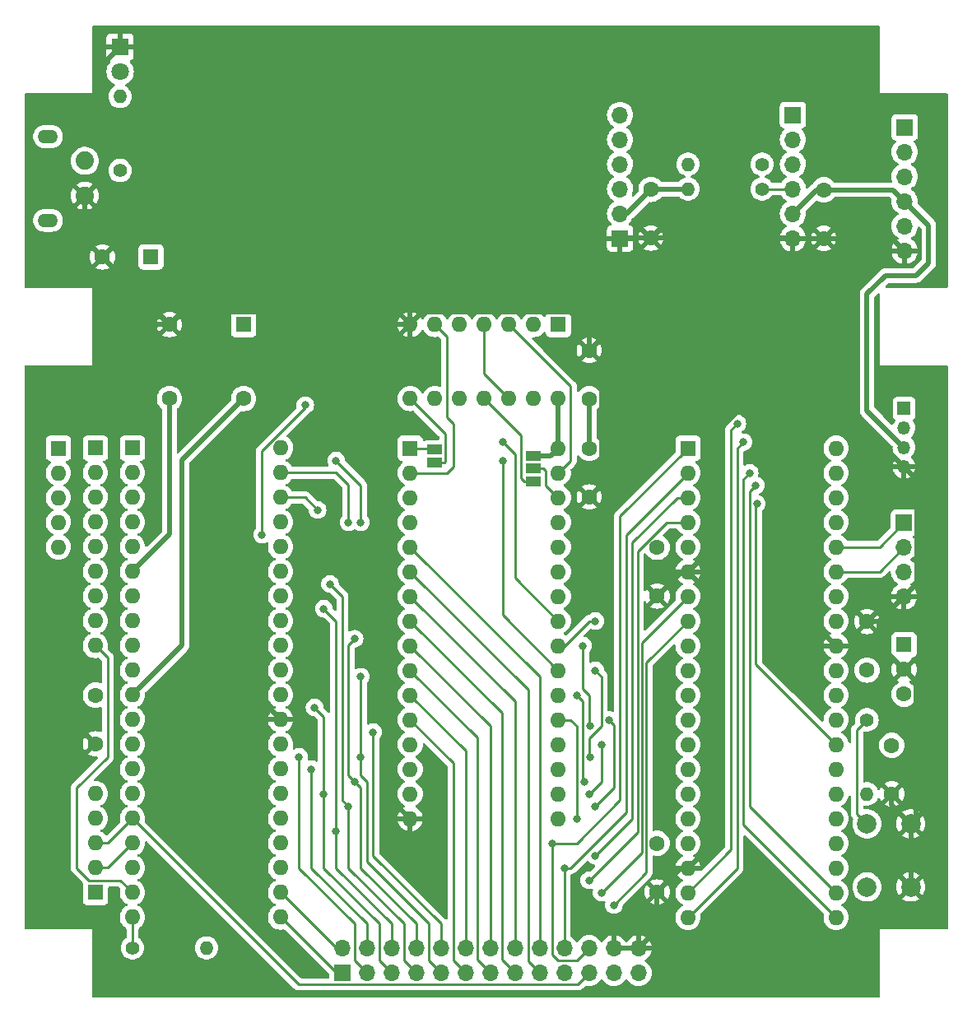
<source format=gbl>
%TF.GenerationSoftware,KiCad,Pcbnew,7.0.10-7.0.10~ubuntu22.04.1*%
%TF.CreationDate,2024-09-12T14:25:07+09:00*%
%TF.ProjectId,sbcz80cpm,7362637a-3830-4637-906d-2e6b69636164,rev?*%
%TF.SameCoordinates,Original*%
%TF.FileFunction,Copper,L2,Bot*%
%TF.FilePolarity,Positive*%
%FSLAX46Y46*%
G04 Gerber Fmt 4.6, Leading zero omitted, Abs format (unit mm)*
G04 Created by KiCad (PCBNEW 7.0.10-7.0.10~ubuntu22.04.1) date 2024-09-12 14:25:07*
%MOMM*%
%LPD*%
G01*
G04 APERTURE LIST*
%TA.AperFunction,ComponentPad*%
%ADD10R,1.600000X1.600000*%
%TD*%
%TA.AperFunction,ComponentPad*%
%ADD11C,1.600000*%
%TD*%
%TA.AperFunction,ComponentPad*%
%ADD12C,1.400000*%
%TD*%
%TA.AperFunction,ComponentPad*%
%ADD13O,1.400000X1.400000*%
%TD*%
%TA.AperFunction,ComponentPad*%
%ADD14R,1.700000X1.700000*%
%TD*%
%TA.AperFunction,ComponentPad*%
%ADD15O,1.700000X1.700000*%
%TD*%
%TA.AperFunction,ComponentPad*%
%ADD16O,1.600000X1.600000*%
%TD*%
%TA.AperFunction,ComponentPad*%
%ADD17O,2.062000X1.362000*%
%TD*%
%TA.AperFunction,ComponentPad*%
%ADD18C,1.882000*%
%TD*%
%TA.AperFunction,ComponentPad*%
%ADD19R,1.800000X1.800000*%
%TD*%
%TA.AperFunction,ComponentPad*%
%ADD20C,1.800000*%
%TD*%
%TA.AperFunction,ComponentPad*%
%ADD21C,2.000000*%
%TD*%
%TA.AperFunction,ComponentPad*%
%ADD22R,1.350000X1.350000*%
%TD*%
%TA.AperFunction,ComponentPad*%
%ADD23O,1.350000X1.350000*%
%TD*%
%TA.AperFunction,SMDPad,CuDef*%
%ADD24R,1.500000X1.000000*%
%TD*%
%TA.AperFunction,ViaPad*%
%ADD25C,0.800000*%
%TD*%
%TA.AperFunction,Conductor*%
%ADD26C,0.250000*%
%TD*%
%TA.AperFunction,Conductor*%
%ADD27C,0.500000*%
%TD*%
G04 APERTURE END LIST*
D10*
%TO.P,J6,1,Pin_1*%
%TO.N,VCC*%
X150495000Y-123715000D03*
D11*
%TO.P,J6,2,Pin_2*%
%TO.N,GND*%
X150495000Y-126255000D03*
%TO.P,J6,3,Pin_3*%
%TO.N,/UPDI*%
X150495000Y-128795000D03*
%TD*%
D12*
%TO.P,R5,1*%
%TO.N,VCC*%
X69850000Y-74930000D03*
D13*
%TO.P,R5,2*%
%TO.N,Net-(D1-A)*%
X69850000Y-67310000D03*
%TD*%
D14*
%TO.P,J1,1,Pin_1*%
%TO.N,GND*%
X121285000Y-81915000D03*
D15*
%TO.P,J1,2,Pin_2*%
%TO.N,VCC*%
X121285000Y-79375000D03*
%TO.P,J1,3,Pin_3*%
%TO.N,/MISO*%
X121285000Y-76835000D03*
%TO.P,J1,4,Pin_4*%
%TO.N,/MOSI*%
X121285000Y-74295000D03*
%TO.P,J1,5,Pin_5*%
%TO.N,/SCK*%
X121285000Y-71755000D03*
%TO.P,J1,6,Pin_6*%
%TO.N,/SS*%
X121285000Y-69215000D03*
%TD*%
D11*
%TO.P,C4,1*%
%TO.N,VCC*%
X146685000Y-126325000D03*
%TO.P,C4,2*%
%TO.N,GND*%
X146685000Y-121325000D03*
%TD*%
%TO.P,C3,1*%
%TO.N,VCC*%
X118110000Y-103505000D03*
%TO.P,C3,2*%
%TO.N,GND*%
X118110000Y-108505000D03*
%TD*%
D14*
%TO.P,J8,1,Pin_1*%
%TO.N,/{slash}RD*%
X92710000Y-157480000D03*
D15*
%TO.P,J8,2,Pin_2*%
%TO.N,/{slash}WR*%
X92710000Y-154940000D03*
%TO.P,J8,3,Pin_3*%
%TO.N,D0*%
X95250000Y-157480000D03*
%TO.P,J8,4,Pin_4*%
%TO.N,D1*%
X95250000Y-154940000D03*
%TO.P,J8,5,Pin_5*%
%TO.N,D2*%
X97790000Y-157480000D03*
%TO.P,J8,6,Pin_6*%
%TO.N,D3*%
X97790000Y-154940000D03*
%TO.P,J8,7,Pin_7*%
%TO.N,D4*%
X100330000Y-157480000D03*
%TO.P,J8,8,Pin_8*%
%TO.N,D5*%
X100330000Y-154940000D03*
%TO.P,J8,9,Pin_9*%
%TO.N,D6*%
X102870000Y-157480000D03*
%TO.P,J8,10,Pin_10*%
%TO.N,D7*%
X102870000Y-154940000D03*
%TO.P,J8,11,Pin_11*%
%TO.N,A0*%
X105410000Y-157480000D03*
%TO.P,J8,12,Pin_12*%
%TO.N,A1*%
X105410000Y-154940000D03*
%TO.P,J8,13,Pin_13*%
%TO.N,A2*%
X107950000Y-157480000D03*
%TO.P,J8,14,Pin_14*%
%TO.N,A3*%
X107950000Y-154940000D03*
%TO.P,J8,15,Pin_15*%
%TO.N,A4*%
X110490000Y-157480000D03*
%TO.P,J8,16,Pin_16*%
%TO.N,A5*%
X110490000Y-154940000D03*
%TO.P,J8,17,Pin_17*%
%TO.N,A6*%
X113030000Y-157480000D03*
%TO.P,J8,18,Pin_18*%
%TO.N,A7*%
X113030000Y-154940000D03*
%TO.P,J8,19,Pin_19*%
%TO.N,/{slash}IORQ*%
X115570000Y-157480000D03*
%TO.P,J8,20,Pin_20*%
%TO.N,/{slash}WAIT*%
X115570000Y-154940000D03*
%TO.P,J8,21,Pin_21*%
%TO.N,/{slash}INT*%
X118110000Y-157480000D03*
%TO.P,J8,22,Pin_22*%
%TO.N,/{slash}RST*%
X118110000Y-154940000D03*
%TO.P,J8,23,Pin_23*%
%TO.N,VCC*%
X120650000Y-157480000D03*
%TO.P,J8,24,Pin_24*%
%TO.N,GND*%
X120650000Y-154940000D03*
%TO.P,J8,25,Pin_25*%
%TO.N,VCC*%
X123190000Y-157480000D03*
%TO.P,J8,26,Pin_26*%
%TO.N,GND*%
X123190000Y-154940000D03*
%TD*%
D12*
%TO.P,R1,1*%
%TO.N,/{slash}IORQ*%
X71120000Y-154905000D03*
D13*
%TO.P,R1,2*%
%TO.N,/{slash}WAIT*%
X78740000Y-154905000D03*
%TD*%
D11*
%TO.P,C1,1*%
%TO.N,Net-(U3-PF6{slash}RESET)*%
X149225000Y-134065000D03*
%TO.P,C1,2*%
%TO.N,GND*%
X149225000Y-139065000D03*
%TD*%
D10*
%TO.P,RN2,1,common*%
%TO.N,/{slash}BOOT*%
X63500000Y-103505000D03*
D16*
%TO.P,RN2,2,R1*%
%TO.N,A10*%
X63500000Y-106045000D03*
%TO.P,RN2,3,R2*%
%TO.N,A9*%
X63500000Y-108585000D03*
%TO.P,RN2,4,R3*%
%TO.N,A8*%
X63500000Y-111125000D03*
%TO.P,RN2,5,R4*%
%TO.N,A15*%
X63500000Y-113665000D03*
%TD*%
D14*
%TO.P,J2,1,Pin_1*%
%TO.N,unconnected-(J2-Pin_1-Pad1)*%
X139065000Y-69215000D03*
D15*
%TO.P,J2,2,Pin_2*%
%TO.N,unconnected-(J2-Pin_2-Pad2)*%
X139065000Y-71755000D03*
%TO.P,J2,3,Pin_3*%
%TO.N,/SCL*%
X139065000Y-74295000D03*
%TO.P,J2,4,Pin_4*%
%TO.N,/SDA*%
X139065000Y-76835000D03*
%TO.P,J2,5,Pin_5*%
%TO.N,VCC*%
X139065000Y-79375000D03*
%TO.P,J2,6,Pin_6*%
%TO.N,GND*%
X139065000Y-81915000D03*
%TD*%
D10*
%TO.P,U1,1,A11*%
%TO.N,A11*%
X71120000Y-103470000D03*
D16*
%TO.P,U1,2,A12*%
%TO.N,A12*%
X71120000Y-106010000D03*
%TO.P,U1,3,A13*%
%TO.N,A13*%
X71120000Y-108550000D03*
%TO.P,U1,4,A14*%
%TO.N,A14*%
X71120000Y-111090000D03*
%TO.P,U1,5,A15*%
%TO.N,A15*%
X71120000Y-113630000D03*
%TO.P,U1,6,~{CLK}*%
%TO.N,/CLK*%
X71120000Y-116170000D03*
%TO.P,U1,7,D4*%
%TO.N,D4*%
X71120000Y-118710000D03*
%TO.P,U1,8,D3*%
%TO.N,D3*%
X71120000Y-121250000D03*
%TO.P,U1,9,D5*%
%TO.N,D5*%
X71120000Y-123790000D03*
%TO.P,U1,10,D6*%
%TO.N,D6*%
X71120000Y-126330000D03*
%TO.P,U1,11,VCC*%
%TO.N,VCC*%
X71120000Y-128870000D03*
%TO.P,U1,12,D2*%
%TO.N,D2*%
X71120000Y-131410000D03*
%TO.P,U1,13,D7*%
%TO.N,D7*%
X71120000Y-133950000D03*
%TO.P,U1,14,D0*%
%TO.N,D0*%
X71120000Y-136490000D03*
%TO.P,U1,15,D1*%
%TO.N,D1*%
X71120000Y-139030000D03*
%TO.P,U1,16,~{INT}*%
%TO.N,/{slash}INT*%
X71120000Y-141570000D03*
%TO.P,U1,17,~{NMI}*%
%TO.N,/{slash}NMI*%
X71120000Y-144110000D03*
%TO.P,U1,18,~{HALT}*%
%TO.N,unconnected-(U1-~{HALT}-Pad18)*%
X71120000Y-146650000D03*
%TO.P,U1,19,~{MREQ}*%
%TO.N,/{slash}MREQ*%
X71120000Y-149190000D03*
%TO.P,U1,20,~{IORQ}*%
%TO.N,/{slash}IORQ*%
X71120000Y-151730000D03*
%TO.P,U1,21,~{RD}*%
%TO.N,/{slash}RD*%
X86360000Y-151730000D03*
%TO.P,U1,22,~{WR}*%
%TO.N,/{slash}WR*%
X86360000Y-149190000D03*
%TO.P,U1,23,~{BUSACK}*%
%TO.N,/{slash}BUSACK*%
X86360000Y-146650000D03*
%TO.P,U1,24,~{WAIT}*%
%TO.N,/{slash}WAIT*%
X86360000Y-144110000D03*
%TO.P,U1,25,~{BUSRQ}*%
%TO.N,/{slash}BUSRQ*%
X86360000Y-141570000D03*
%TO.P,U1,26,~{RESET}*%
%TO.N,/{slash}RST*%
X86360000Y-139030000D03*
%TO.P,U1,27,~{M1}*%
%TO.N,unconnected-(U1-~{M1}-Pad27)*%
X86360000Y-136490000D03*
%TO.P,U1,28,~{RFSH}*%
%TO.N,unconnected-(U1-~{RFSH}-Pad28)*%
X86360000Y-133950000D03*
%TO.P,U1,29,GND*%
%TO.N,GND*%
X86360000Y-131410000D03*
%TO.P,U1,30,A0*%
%TO.N,A0*%
X86360000Y-128870000D03*
%TO.P,U1,31,A1*%
%TO.N,A1*%
X86360000Y-126330000D03*
%TO.P,U1,32,A2*%
%TO.N,A2*%
X86360000Y-123790000D03*
%TO.P,U1,33,A3*%
%TO.N,A3*%
X86360000Y-121250000D03*
%TO.P,U1,34,A4*%
%TO.N,A4*%
X86360000Y-118710000D03*
%TO.P,U1,35,A5*%
%TO.N,A5*%
X86360000Y-116170000D03*
%TO.P,U1,36,A6*%
%TO.N,A6*%
X86360000Y-113630000D03*
%TO.P,U1,37,A7*%
%TO.N,A7*%
X86360000Y-111090000D03*
%TO.P,U1,38,A8*%
%TO.N,A8*%
X86360000Y-108550000D03*
%TO.P,U1,39,A9*%
%TO.N,A9*%
X86360000Y-106010000D03*
%TO.P,U1,40,A10*%
%TO.N,A10*%
X86360000Y-103470000D03*
%TD*%
D10*
%TO.P,C10,1*%
%TO.N,VCC*%
X73025000Y-83820000D03*
D11*
%TO.P,C10,2*%
%TO.N,GND*%
X68025000Y-83820000D03*
%TD*%
D14*
%TO.P,J7,1,Pin_1*%
%TO.N,unconnected-(J7-Pin_1-Pad1)*%
X150565000Y-70485000D03*
D15*
%TO.P,J7,2,Pin_2*%
%TO.N,/TXD*%
X150565000Y-73025000D03*
%TO.P,J7,3,Pin_3*%
%TO.N,/RXD*%
X150565000Y-75565000D03*
%TO.P,J7,4,Pin_4*%
%TO.N,VCC*%
X150565000Y-78105000D03*
%TO.P,J7,5,Pin_5*%
%TO.N,unconnected-(J7-Pin_5-Pad5)*%
X150565000Y-80645000D03*
%TO.P,J7,6,Pin_6*%
%TO.N,GND*%
X150565000Y-83185000D03*
%TD*%
D11*
%TO.P,C2,1*%
%TO.N,VCC*%
X118110000Y-98425000D03*
%TO.P,C2,2*%
%TO.N,GND*%
X118110000Y-93425000D03*
%TD*%
D14*
%TO.P,J3,1,Pin_1*%
%TO.N,/SCL*%
X150495000Y-111135000D03*
D15*
%TO.P,J3,2,Pin_2*%
%TO.N,/SDA*%
X150495000Y-113675000D03*
%TO.P,J3,3,Pin_3*%
%TO.N,VCC*%
X150495000Y-116215000D03*
%TO.P,J3,4,Pin_4*%
%TO.N,GND*%
X150495000Y-118755000D03*
%TD*%
D10*
%TO.P,U4,1,A18*%
%TO.N,/BANK2*%
X99690000Y-103505000D03*
D16*
%TO.P,U4,2,A16*%
%TO.N,/BANK1*%
X99690000Y-106045000D03*
%TO.P,U4,3,A14*%
%TO.N,A14*%
X99690000Y-108585000D03*
%TO.P,U4,4,A12*%
%TO.N,A12*%
X99690000Y-111125000D03*
%TO.P,U4,5,A7*%
%TO.N,A7*%
X99690000Y-113665000D03*
%TO.P,U4,6,A6*%
%TO.N,A6*%
X99690000Y-116205000D03*
%TO.P,U4,7,A5*%
%TO.N,A5*%
X99690000Y-118745000D03*
%TO.P,U4,8,A4*%
%TO.N,A4*%
X99690000Y-121285000D03*
%TO.P,U4,9,A3*%
%TO.N,A3*%
X99690000Y-123825000D03*
%TO.P,U4,10,A2*%
%TO.N,A2*%
X99690000Y-126365000D03*
%TO.P,U4,11,A1*%
%TO.N,A1*%
X99690000Y-128905000D03*
%TO.P,U4,12,A0*%
%TO.N,A0*%
X99690000Y-131445000D03*
%TO.P,U4,13,DQ0*%
%TO.N,D0*%
X99690000Y-133985000D03*
%TO.P,U4,14,DQ1*%
%TO.N,D1*%
X99690000Y-136525000D03*
%TO.P,U4,15,DQ2*%
%TO.N,D2*%
X99690000Y-139065000D03*
%TO.P,U4,16,VSS*%
%TO.N,GND*%
X99690000Y-141605000D03*
%TO.P,U4,17,DQ3*%
%TO.N,D3*%
X114930000Y-141605000D03*
%TO.P,U4,18,DQ4*%
%TO.N,D4*%
X114930000Y-139065000D03*
%TO.P,U4,19,DQ5*%
%TO.N,D5*%
X114930000Y-136525000D03*
%TO.P,U4,20,DQ6*%
%TO.N,D6*%
X114930000Y-133985000D03*
%TO.P,U4,21,DQ7*%
%TO.N,D7*%
X114930000Y-131445000D03*
%TO.P,U4,22,CE#*%
%TO.N,/{slash}MREQ*%
X114930000Y-128905000D03*
%TO.P,U4,23,A10*%
%TO.N,A10*%
X114930000Y-126365000D03*
%TO.P,U4,24,OE#*%
%TO.N,/{slash}RD*%
X114930000Y-123825000D03*
%TO.P,U4,25,A11*%
%TO.N,A11*%
X114930000Y-121285000D03*
%TO.P,U4,26,A9*%
%TO.N,A9*%
X114930000Y-118745000D03*
%TO.P,U4,27,A8*%
%TO.N,A8*%
X114930000Y-116205000D03*
%TO.P,U4,28,A13*%
%TO.N,A13*%
X114930000Y-113665000D03*
%TO.P,U4,29,WE#*%
%TO.N,/{slash}WR*%
X114930000Y-111125000D03*
%TO.P,U4,30,A17*%
%TO.N,/BANK3*%
X114930000Y-108585000D03*
%TO.P,U4,31,A15*%
%TO.N,/BANK0*%
X114930000Y-106045000D03*
%TO.P,U4,32,VCC*%
%TO.N,VCC*%
X114930000Y-103505000D03*
%TD*%
D17*
%TO.P,J5,*%
%TO.N,*%
X62430000Y-80055000D03*
X62430000Y-71425000D03*
D18*
%TO.P,J5,1,In*%
%TO.N,VCC*%
X66230000Y-73935000D03*
%TO.P,J5,2,Ext*%
%TO.N,GND*%
X66230000Y-77535000D03*
%TD*%
D10*
%TO.P,RN1,1,common*%
%TO.N,VCC*%
X67310000Y-149190000D03*
D16*
%TO.P,RN1,2,R1*%
%TO.N,/{slash}NMI*%
X67310000Y-146650000D03*
%TO.P,RN1,3,R2*%
%TO.N,/{slash}INT*%
X67310000Y-144110000D03*
%TO.P,RN1,4,R3*%
%TO.N,/{slash}BUSRQ*%
X67310000Y-141570000D03*
%TO.P,RN1,5,R4*%
%TO.N,/{slash}RST*%
X67310000Y-139030000D03*
%TD*%
D12*
%TO.P,R2,1*%
%TO.N,Net-(U3-PF6{slash}RESET)*%
X146685000Y-131445000D03*
D13*
%TO.P,R2,2*%
%TO.N,VCC*%
X146685000Y-139065000D03*
%TD*%
D11*
%TO.P,C6,1*%
%TO.N,VCC*%
X125095000Y-113705000D03*
%TO.P,C6,2*%
%TO.N,GND*%
X125095000Y-118705000D03*
%TD*%
D19*
%TO.P,D1,1,K*%
%TO.N,GND*%
X69850000Y-62230000D03*
D20*
%TO.P,D1,2,A*%
%TO.N,Net-(D1-A)*%
X69850000Y-64770000D03*
%TD*%
D21*
%TO.P,SW1,1,1*%
%TO.N,Net-(U3-PF6{slash}RESET)*%
X146685000Y-148630000D03*
X146685000Y-142130000D03*
%TO.P,SW1,2,2*%
%TO.N,GND*%
X151185000Y-148630000D03*
X151185000Y-142130000D03*
%TD*%
D11*
%TO.P,C9,1*%
%TO.N,VCC*%
X142240000Y-76915000D03*
%TO.P,C9,2*%
%TO.N,GND*%
X142240000Y-81915000D03*
%TD*%
D10*
%TO.P,U3,1,PC0*%
%TO.N,/{slash}RST*%
X128270000Y-103505000D03*
D16*
%TO.P,U3,2,PC1*%
%TO.N,/{slash}WAIT*%
X128270000Y-106045000D03*
%TO.P,U3,3,PC2*%
%TO.N,/{slash}BUSRQ*%
X128270000Y-108585000D03*
%TO.P,U3,4,PC3*%
%TO.N,/{slash}BUSACK*%
X128270000Y-111125000D03*
%TO.P,U3,5,VDD*%
%TO.N,VCC*%
X128270000Y-113665000D03*
%TO.P,U3,6,GND*%
%TO.N,GND*%
X128270000Y-116205000D03*
%TO.P,U3,7,PC4*%
%TO.N,/{slash}WR*%
X128270000Y-118745000D03*
%TO.P,U3,8,PC5*%
%TO.N,/{slash}RD*%
X128270000Y-121285000D03*
%TO.P,U3,9,PD0*%
%TO.N,D0*%
X128270000Y-123825000D03*
%TO.P,U3,10,PD1*%
%TO.N,D1*%
X128270000Y-126365000D03*
%TO.P,U3,11,PD2*%
%TO.N,D2*%
X128270000Y-128905000D03*
%TO.P,U3,12,PD3*%
%TO.N,D3*%
X128270000Y-131445000D03*
%TO.P,U3,13,PD4*%
%TO.N,D4*%
X128270000Y-133985000D03*
%TO.P,U3,14,PD5*%
%TO.N,D5*%
X128270000Y-136525000D03*
%TO.P,U3,15,PD6*%
%TO.N,D6*%
X128270000Y-139065000D03*
%TO.P,U3,16,PD7*%
%TO.N,D7*%
X128270000Y-141605000D03*
%TO.P,U3,17,AVDD*%
%TO.N,VCC*%
X128270000Y-144145000D03*
%TO.P,U3,18,GND*%
%TO.N,GND*%
X128270000Y-146685000D03*
%TO.P,U3,19,PE0*%
%TO.N,/BANKSEL0*%
X128270000Y-149225000D03*
%TO.P,U3,20,PE1*%
%TO.N,/BANKSEL1*%
X128270000Y-151765000D03*
%TO.P,U3,21,PE2*%
%TO.N,/BANKSEL2*%
X143510000Y-151765000D03*
%TO.P,U3,22,PE3*%
%TO.N,/BANKSEL3*%
X143510000Y-149225000D03*
%TO.P,U3,23,PF0*%
%TO.N,A0*%
X143510000Y-146685000D03*
%TO.P,U3,24,PF1*%
%TO.N,A1*%
X143510000Y-144145000D03*
%TO.P,U3,25,PF2*%
%TO.N,A2*%
X143510000Y-141605000D03*
%TO.P,U3,26,PF3*%
%TO.N,A3*%
X143510000Y-139065000D03*
%TO.P,U3,27,PF4*%
%TO.N,A7*%
X143510000Y-136525000D03*
%TO.P,U3,28,PF5*%
%TO.N,/{slash}BOOT*%
X143510000Y-133985000D03*
%TO.P,U3,29,PF6/RESET*%
%TO.N,Net-(U3-PF6{slash}RESET)*%
X143510000Y-131445000D03*
%TO.P,U3,30,UPDI*%
%TO.N,/UPDI*%
X143510000Y-128905000D03*
%TO.P,U3,31,VDD*%
%TO.N,VCC*%
X143510000Y-126365000D03*
%TO.P,U3,32,GND*%
%TO.N,GND*%
X143510000Y-123825000D03*
%TO.P,U3,33,PA0/TXD0*%
%TO.N,/TXD*%
X143510000Y-121285000D03*
%TO.P,U3,34,PA1/RXD0*%
%TO.N,/RXD*%
X143510000Y-118745000D03*
%TO.P,U3,35,PA2/SDA*%
%TO.N,/SDA*%
X143510000Y-116205000D03*
%TO.P,U3,36,PA3/SCL*%
%TO.N,/SCL*%
X143510000Y-113665000D03*
%TO.P,U3,37,PA4/MOSI*%
%TO.N,/MOSI*%
X143510000Y-111125000D03*
%TO.P,U3,38,PA5/MISO*%
%TO.N,/MISO*%
X143510000Y-108585000D03*
%TO.P,U3,39,PA6/SCK*%
%TO.N,/SCK*%
X143510000Y-106045000D03*
%TO.P,U3,40,PA7/SS*%
%TO.N,/SS*%
X143510000Y-103505000D03*
%TD*%
D12*
%TO.P,R4,1*%
%TO.N,/SDA*%
X135890000Y-76835000D03*
D13*
%TO.P,R4,2*%
%TO.N,VCC*%
X128270000Y-76835000D03*
%TD*%
D10*
%TO.P,X1,1,EN*%
%TO.N,unconnected-(X1-EN-Pad1)*%
X82550000Y-90770000D03*
D11*
%TO.P,X1,4,GND*%
%TO.N,GND*%
X74930000Y-90770000D03*
%TO.P,X1,5,OUT*%
%TO.N,/CLK*%
X74930000Y-98390000D03*
%TO.P,X1,8,Vcc*%
%TO.N,VCC*%
X82550000Y-98390000D03*
%TD*%
D22*
%TO.P,J4,1,Pin_1*%
%TO.N,/SCL*%
X150495000Y-99410000D03*
D23*
%TO.P,J4,2,Pin_2*%
%TO.N,/SDA*%
X150495000Y-101410000D03*
%TO.P,J4,3,Pin_3*%
%TO.N,VCC*%
X150495000Y-103410000D03*
%TO.P,J4,4,Pin_4*%
%TO.N,GND*%
X150495000Y-105410000D03*
%TD*%
D12*
%TO.P,R3,1*%
%TO.N,/SCL*%
X135890000Y-74295000D03*
D13*
%TO.P,R3,2*%
%TO.N,VCC*%
X128270000Y-74295000D03*
%TD*%
D11*
%TO.P,C7,1*%
%TO.N,VCC*%
X67310000Y-128905000D03*
%TO.P,C7,2*%
%TO.N,GND*%
X67310000Y-133905000D03*
%TD*%
%TO.P,C8,1*%
%TO.N,VCC*%
X124460000Y-76875000D03*
%TO.P,C8,2*%
%TO.N,GND*%
X124460000Y-81875000D03*
%TD*%
D10*
%TO.P,RN3,1,common*%
%TO.N,/{slash}BOOT*%
X67310000Y-103470000D03*
D16*
%TO.P,RN3,2,R1*%
%TO.N,A11*%
X67310000Y-106010000D03*
%TO.P,RN3,3,R2*%
%TO.N,A12*%
X67310000Y-108550000D03*
%TO.P,RN3,4,R3*%
%TO.N,A13*%
X67310000Y-111090000D03*
%TO.P,RN3,5,R4*%
%TO.N,A14*%
X67310000Y-113630000D03*
%TO.P,RN3,6,R5*%
%TO.N,A6*%
X67310000Y-116170000D03*
%TO.P,RN3,7,R6*%
%TO.N,A5*%
X67310000Y-118710000D03*
%TO.P,RN3,8,R7*%
%TO.N,A4*%
X67310000Y-121250000D03*
%TO.P,RN3,9,R8*%
%TO.N,/{slash}MREQ*%
X67310000Y-123790000D03*
%TD*%
D11*
%TO.P,C5,1*%
%TO.N,VCC*%
X125095000Y-144145000D03*
%TO.P,C5,2*%
%TO.N,GND*%
X125095000Y-149145000D03*
%TD*%
D10*
%TO.P,U2,1*%
%TO.N,A15*%
X114935000Y-90770000D03*
D16*
%TO.P,U2,2*%
%TO.N,/BANKSEL0*%
X112395000Y-90770000D03*
%TO.P,U2,3*%
%TO.N,/BANK0*%
X109855000Y-90770000D03*
%TO.P,U2,4*%
%TO.N,A15*%
X107315000Y-90770000D03*
%TO.P,U2,5*%
%TO.N,/BANKSEL1*%
X104775000Y-90770000D03*
%TO.P,U2,6*%
%TO.N,/BANK1*%
X102235000Y-90770000D03*
%TO.P,U2,7,GND*%
%TO.N,GND*%
X99695000Y-90770000D03*
%TO.P,U2,8*%
%TO.N,/BS2*%
X99695000Y-98390000D03*
%TO.P,U2,9*%
%TO.N,A15*%
X102235000Y-98390000D03*
%TO.P,U2,10*%
%TO.N,/BANKSEL2*%
X104775000Y-98390000D03*
%TO.P,U2,11*%
%TO.N,/BS3*%
X107315000Y-98390000D03*
%TO.P,U2,12*%
%TO.N,A15*%
X109855000Y-98390000D03*
%TO.P,U2,13*%
%TO.N,/BANKSEL3*%
X112395000Y-98390000D03*
%TO.P,U2,14,VCC*%
%TO.N,VCC*%
X114935000Y-98390000D03*
%TD*%
D24*
%TO.P,JP1,1,A*%
%TO.N,/BS2*%
X102235000Y-104950000D03*
%TO.P,JP1,2,B*%
%TO.N,/BANK2*%
X102235000Y-103650000D03*
%TD*%
%TO.P,JP2,1,A*%
%TO.N,/BS3*%
X112395000Y-106885000D03*
%TO.P,JP2,2,C*%
%TO.N,/BANK3*%
X112395000Y-105585000D03*
%TO.P,JP2,3,B*%
%TO.N,VCC*%
X112395000Y-104285000D03*
%TD*%
D25*
%TO.N,/{slash}RD*%
X120650000Y-150495000D03*
X118745000Y-121285000D03*
%TO.N,/{slash}WR*%
X119380000Y-149225000D03*
%TO.N,D0*%
X118200000Y-132080000D03*
X88265000Y-135255000D03*
X117475000Y-123825000D03*
%TO.N,D1*%
X118200000Y-135255000D03*
X89535000Y-136525000D03*
X118745000Y-126365000D03*
%TO.N,D2*%
X89852500Y-130175000D03*
X117565000Y-137795000D03*
X90805000Y-139065000D03*
X116840000Y-128905000D03*
%TO.N,D3*%
X118745000Y-140335000D03*
X90805000Y-120015000D03*
X120105000Y-131445000D03*
X92075000Y-142875000D03*
%TO.N,D4*%
X91440000Y-117475000D03*
X118110000Y-139065000D03*
X93345000Y-140335000D03*
X119380000Y-133985000D03*
%TO.N,D5*%
X93980000Y-137795000D03*
X93980000Y-123100000D03*
%TO.N,D6*%
X94615000Y-135255000D03*
X94615000Y-127000000D03*
%TO.N,D7*%
X116840000Y-141605000D03*
X95885000Y-132715000D03*
%TO.N,/{slash}WAIT*%
X115570000Y-146685000D03*
%TO.N,/{slash}RST*%
X114300000Y-144145000D03*
%TO.N,/{slash}BUSRQ*%
X118745000Y-145415000D03*
%TO.N,/{slash}BOOT*%
X135345000Y-109220000D03*
%TO.N,A8*%
X90170000Y-109855000D03*
%TO.N,A9*%
X93345000Y-111125000D03*
%TO.N,A10*%
X109220000Y-104775000D03*
%TO.N,A11*%
X109220000Y-102870000D03*
%TO.N,A12*%
X92075000Y-104775000D03*
X94615000Y-111125000D03*
%TO.N,A15*%
X88900000Y-99060000D03*
X84455000Y-112395000D03*
%TO.N,/{slash}BUSACK*%
X118110000Y-147955000D03*
%TO.N,/BANKSEL0*%
X133350000Y-100965000D03*
%TO.N,/BANKSEL1*%
X133985000Y-102870000D03*
%TO.N,/BANKSEL2*%
X134620000Y-106045000D03*
%TO.N,/BANKSEL3*%
X135255000Y-107315000D03*
%TD*%
D26*
%TO.N,Net-(U3-PF6{slash}RESET)*%
X145660000Y-132470000D02*
X146685000Y-131445000D01*
X146685000Y-142130000D02*
X145660000Y-141105000D01*
X145660000Y-141105000D02*
X145660000Y-132470000D01*
D27*
%TO.N,GND*%
X124460000Y-81875000D02*
X139025000Y-81875000D01*
X74930000Y-90725000D02*
X74930000Y-90770000D01*
X151745000Y-141570000D02*
X151745000Y-127505000D01*
X147955000Y-123715000D02*
X150495000Y-126255000D01*
X151795000Y-106710000D02*
X151795000Y-117455000D01*
X124460000Y-81875000D02*
X121325000Y-81875000D01*
X150495000Y-118755000D02*
X147955000Y-121295000D01*
X119360000Y-107255000D02*
X118110000Y-108505000D01*
X65405000Y-132000000D02*
X65405000Y-99060000D01*
X66230000Y-82025000D02*
X68025000Y-83820000D01*
X125095000Y-153035000D02*
X125095000Y-149145000D01*
X141605000Y-101600000D02*
X142240000Y-100965000D01*
X82550000Y-127600000D02*
X86360000Y-131410000D01*
X67945000Y-64135000D02*
X69850000Y-62230000D01*
X150495000Y-105410000D02*
X145097500Y-100012500D01*
X77505000Y-93345000D02*
X85090000Y-93345000D01*
X130810000Y-113665000D02*
X130810000Y-102235000D01*
X149225000Y-140170000D02*
X151185000Y-142130000D01*
X147925000Y-121325000D02*
X150495000Y-118755000D01*
X66230000Y-77535000D02*
X67945000Y-75820000D01*
X86360000Y-94615000D02*
X86360000Y-98425000D01*
X73695000Y-90770000D02*
X74930000Y-90770000D01*
X123190000Y-154940000D02*
X125095000Y-153035000D01*
X74930000Y-90770000D02*
X77505000Y-93345000D01*
X151795000Y-117455000D02*
X150495000Y-118755000D01*
X67945000Y-75820000D02*
X67945000Y-64135000D01*
X120650000Y-154940000D02*
X123190000Y-154940000D01*
X67310000Y-133905000D02*
X65405000Y-132000000D01*
X128270000Y-146685000D02*
X127555000Y-146685000D01*
X144780000Y-99695000D02*
X139065000Y-99695000D01*
X121285000Y-88270000D02*
X121285000Y-81915000D01*
X86360000Y-98425000D02*
X82550000Y-102235000D01*
X143510000Y-123825000D02*
X141605000Y-121920000D01*
X142240000Y-81915000D02*
X149295000Y-81915000D01*
X99690000Y-141605000D02*
X97790000Y-139705000D01*
X66230000Y-77535000D02*
X66230000Y-82025000D01*
X149225000Y-139065000D02*
X149225000Y-140170000D01*
X130810000Y-102235000D02*
X133350000Y-99695000D01*
X76180000Y-89520000D02*
X74930000Y-90770000D01*
X82550000Y-102235000D02*
X82550000Y-127600000D01*
X97790000Y-139705000D02*
X97790000Y-92675000D01*
X142240000Y-100965000D02*
X144145000Y-100965000D01*
X68025000Y-83820000D02*
X74930000Y-90725000D01*
X151745000Y-127505000D02*
X150495000Y-126255000D01*
X97790000Y-92675000D02*
X99695000Y-90770000D01*
X139025000Y-81875000D02*
X139065000Y-81915000D01*
X85090000Y-93345000D02*
X86360000Y-94615000D01*
X128270000Y-146685000D02*
X130810000Y-144145000D01*
X98445000Y-89520000D02*
X76180000Y-89520000D01*
X130810000Y-118745000D02*
X128270000Y-116205000D01*
X118110000Y-93425000D02*
X119360000Y-94675000D01*
X150495000Y-105410000D02*
X151795000Y-106710000D01*
X133350000Y-99695000D02*
X139065000Y-99695000D01*
X119360000Y-94675000D02*
X119360000Y-107255000D01*
X145097500Y-100012500D02*
X144780000Y-99695000D01*
X128270000Y-116205000D02*
X127595000Y-116205000D01*
X118110000Y-91445000D02*
X118110000Y-93425000D01*
X149295000Y-81915000D02*
X150565000Y-83185000D01*
X100945000Y-89520000D02*
X116185000Y-89520000D01*
X65405000Y-99060000D02*
X73695000Y-90770000D01*
X128270000Y-116205000D02*
X130810000Y-113665000D01*
X99695000Y-90770000D02*
X98445000Y-89520000D01*
X146685000Y-121325000D02*
X147925000Y-121325000D01*
X147955000Y-121295000D02*
X147955000Y-123715000D01*
X139065000Y-81915000D02*
X142240000Y-81915000D01*
X130810000Y-144145000D02*
X130810000Y-118745000D01*
X99695000Y-90770000D02*
X100945000Y-89520000D01*
X127555000Y-146685000D02*
X125095000Y-149145000D01*
X121325000Y-81875000D02*
X121285000Y-81915000D01*
X118110000Y-91445000D02*
X121285000Y-88270000D01*
X116185000Y-89520000D02*
X118110000Y-91445000D01*
X151185000Y-142130000D02*
X151745000Y-141570000D01*
X139065000Y-99695000D02*
X139065000Y-81915000D01*
X141605000Y-121920000D02*
X141605000Y-101600000D01*
X127595000Y-116205000D02*
X125095000Y-118705000D01*
X144145000Y-100965000D02*
X145097500Y-100012500D01*
X151185000Y-142130000D02*
X151185000Y-148630000D01*
%TO.N,VCC*%
X153035000Y-80575000D02*
X153035000Y-84455000D01*
X146685000Y-99600000D02*
X150495000Y-103410000D01*
X150565000Y-78105000D02*
X153035000Y-80575000D01*
X141525000Y-76915000D02*
X139065000Y-79375000D01*
X148590000Y-85725000D02*
X146685000Y-87630000D01*
X124460000Y-76875000D02*
X128230000Y-76875000D01*
X121960000Y-79375000D02*
X124460000Y-76875000D01*
X153035000Y-84455000D02*
X151765000Y-85725000D01*
X71120000Y-128870000D02*
X76200000Y-123790000D01*
X146685000Y-87630000D02*
X146685000Y-99600000D01*
X142240000Y-76915000D02*
X141525000Y-76915000D01*
X151765000Y-85725000D02*
X148590000Y-85725000D01*
X76200000Y-123790000D02*
X76200000Y-104740000D01*
X114150000Y-104285000D02*
X114930000Y-103505000D01*
X112395000Y-104285000D02*
X114150000Y-104285000D01*
X114935000Y-98390000D02*
X114935000Y-103500000D01*
X149375000Y-76915000D02*
X150565000Y-78105000D01*
X76200000Y-104740000D02*
X82550000Y-98390000D01*
X142240000Y-76915000D02*
X149375000Y-76915000D01*
X118110000Y-98425000D02*
X118110000Y-103505000D01*
D26*
%TO.N,/SCL*%
X143510000Y-113665000D02*
X147965000Y-113665000D01*
X147965000Y-113665000D02*
X150495000Y-111135000D01*
%TO.N,/SDA*%
X147965000Y-116205000D02*
X150495000Y-113675000D01*
X143510000Y-116205000D02*
X147965000Y-116205000D01*
X135890000Y-76835000D02*
X139065000Y-76835000D01*
%TO.N,/{slash}RD*%
X118745000Y-121285000D02*
X118110000Y-121285000D01*
X115570000Y-123825000D02*
X114930000Y-123825000D01*
X123970000Y-147175000D02*
X123970000Y-125585000D01*
X92110000Y-157480000D02*
X92710000Y-157480000D01*
X118110000Y-121285000D02*
X115570000Y-123825000D01*
X120650000Y-150495000D02*
X123970000Y-147175000D01*
X86360000Y-151730000D02*
X92110000Y-157480000D01*
X123970000Y-125585000D02*
X128270000Y-121285000D01*
%TO.N,/{slash}WR*%
X123520000Y-123495000D02*
X128270000Y-118745000D01*
X123520000Y-145085000D02*
X123520000Y-123495000D01*
X86360000Y-149190000D02*
X92110000Y-154940000D01*
X119380000Y-149225000D02*
X123520000Y-145085000D01*
X92110000Y-154940000D02*
X92710000Y-154940000D01*
%TO.N,D0*%
X88265000Y-146685000D02*
X93980000Y-152400000D01*
X118200000Y-132080000D02*
X118110000Y-131990000D01*
X88265000Y-135255000D02*
X88265000Y-146685000D01*
X118110000Y-131990000D02*
X118110000Y-128905000D01*
X118110000Y-128905000D02*
X117475000Y-128270000D01*
X93980000Y-152400000D02*
X93980000Y-156210000D01*
X93980000Y-156210000D02*
X95250000Y-157480000D01*
X117475000Y-128270000D02*
X117475000Y-123825000D01*
%TO.N,D1*%
X119380000Y-127000000D02*
X118745000Y-126365000D01*
X118110000Y-135165000D02*
X118110000Y-133350000D01*
X89535000Y-146684651D02*
X95250000Y-152399651D01*
X118200000Y-135255000D02*
X118110000Y-135165000D01*
X89535000Y-136525000D02*
X89535000Y-146684651D01*
X118110000Y-133350000D02*
X119380000Y-132080000D01*
X119380000Y-132080000D02*
X119380000Y-127000000D01*
X95250000Y-152399651D02*
X95250000Y-154940000D01*
%TO.N,D2*%
X90805000Y-146684825D02*
X96520000Y-152399825D01*
X90805000Y-131127500D02*
X90805000Y-139065000D01*
X117475000Y-137705000D02*
X117565000Y-137795000D01*
X96520000Y-156210000D02*
X97790000Y-157480000D01*
X116840000Y-128905000D02*
X117475000Y-129540000D01*
X117475000Y-129540000D02*
X117475000Y-137705000D01*
X90805000Y-139065000D02*
X90805000Y-146684825D01*
X89852500Y-130175000D02*
X90805000Y-131127500D01*
X96520000Y-152399825D02*
X96520000Y-156210000D01*
%TO.N,D3*%
X120105000Y-131445000D02*
X120650000Y-131990000D01*
X97790000Y-152400000D02*
X97790000Y-154940000D01*
X120650000Y-138430000D02*
X118745000Y-140335000D01*
X90805000Y-120015000D02*
X92075000Y-121285000D01*
X92075000Y-121285000D02*
X92075000Y-142875000D01*
X92075000Y-146685000D02*
X97790000Y-152400000D01*
X120650000Y-131990000D02*
X120650000Y-138430000D01*
X92075000Y-142875000D02*
X92075000Y-146685000D01*
%TO.N,D4*%
X93345000Y-140335000D02*
X92710000Y-139700000D01*
X92710000Y-118745000D02*
X91440000Y-117475000D01*
X92710000Y-139700000D02*
X92710000Y-118745000D01*
X93345000Y-146685000D02*
X99060000Y-152400000D01*
X119380000Y-137795000D02*
X118110000Y-139065000D01*
X99060000Y-152400000D02*
X99060000Y-156210000D01*
X99060000Y-156210000D02*
X100330000Y-157480000D01*
X119380000Y-133985000D02*
X119380000Y-137795000D01*
X93345000Y-140335000D02*
X93345000Y-146685000D01*
%TO.N,D5*%
X93345000Y-123735000D02*
X93980000Y-123100000D01*
X93345000Y-137160000D02*
X93345000Y-123735000D01*
X93980000Y-137795000D02*
X94615000Y-138430000D01*
X94615000Y-138430000D02*
X94615000Y-146685000D01*
X94615000Y-146685000D02*
X100330000Y-152400000D01*
X100330000Y-152400000D02*
X100330000Y-154940000D01*
X93980000Y-137795000D02*
X93345000Y-137160000D01*
%TO.N,D6*%
X101600000Y-156210000D02*
X102870000Y-157480000D01*
X101600000Y-152400000D02*
X101600000Y-156210000D01*
X94615000Y-135255000D02*
X94615000Y-137160000D01*
X94615000Y-137160000D02*
X95250000Y-137795000D01*
X94615000Y-127000000D02*
X94615000Y-135255000D01*
X95250000Y-146050000D02*
X101600000Y-152400000D01*
X95250000Y-137795000D02*
X95250000Y-146050000D01*
%TO.N,D7*%
X95885000Y-132715000D02*
X95885000Y-145415000D01*
X116840000Y-141605000D02*
X116840000Y-132080000D01*
X116840000Y-132080000D02*
X116205000Y-131445000D01*
X116205000Y-131445000D02*
X114930000Y-131445000D01*
X102870000Y-152400000D02*
X102870000Y-154940000D01*
X95885000Y-145415000D02*
X102870000Y-152400000D01*
%TO.N,A0*%
X104140000Y-135895000D02*
X104140000Y-156210000D01*
X104140000Y-156210000D02*
X105410000Y-157480000D01*
X99690000Y-131445000D02*
X104140000Y-135895000D01*
%TO.N,A1*%
X105410000Y-134625000D02*
X99690000Y-128905000D01*
X105410000Y-154940000D02*
X105410000Y-134625000D01*
%TO.N,A2*%
X99690000Y-126365000D02*
X106585000Y-133260000D01*
X106585000Y-156115000D02*
X107950000Y-157480000D01*
X106585000Y-133260000D02*
X106585000Y-156115000D01*
%TO.N,A3*%
X107950000Y-154940000D02*
X107950000Y-132085000D01*
X107950000Y-132085000D02*
X99690000Y-123825000D01*
%TO.N,A4*%
X110490000Y-157480000D02*
X109125000Y-156115000D01*
X109125000Y-156115000D02*
X109125000Y-130720000D01*
X109125000Y-130720000D02*
X99690000Y-121285000D01*
%TO.N,A5*%
X110490000Y-129545000D02*
X110490000Y-154940000D01*
X99690000Y-118745000D02*
X110490000Y-129545000D01*
%TO.N,A6*%
X111855000Y-156305000D02*
X111855000Y-128370000D01*
X111855000Y-128370000D02*
X99690000Y-116205000D01*
X113030000Y-157480000D02*
X111855000Y-156305000D01*
%TO.N,A7*%
X113030000Y-127005000D02*
X113030000Y-154940000D01*
X99690000Y-113665000D02*
X113030000Y-127005000D01*
%TO.N,/{slash}IORQ*%
X71120000Y-151730000D02*
X71120000Y-154905000D01*
%TO.N,/{slash}WAIT*%
X116205000Y-146685000D02*
X121920000Y-140970000D01*
X115570000Y-146685000D02*
X115570000Y-154940000D01*
X121920000Y-112395000D02*
X128270000Y-106045000D01*
X115570000Y-146685000D02*
X116205000Y-146685000D01*
X121920000Y-140970000D02*
X121920000Y-112395000D01*
%TO.N,/{slash}INT*%
X68580000Y-144110000D02*
X71120000Y-141570000D01*
X116935000Y-158655000D02*
X88205000Y-158655000D01*
X88205000Y-158655000D02*
X71120000Y-141570000D01*
X118110000Y-157480000D02*
X116935000Y-158655000D01*
X67310000Y-144110000D02*
X68580000Y-144110000D01*
%TO.N,/{slash}RST*%
X114935000Y-156210000D02*
X116840000Y-156210000D01*
X121285000Y-139700000D02*
X121285000Y-110490000D01*
X114300000Y-144145000D02*
X114300000Y-155575000D01*
X114300000Y-144145000D02*
X116840000Y-144145000D01*
X116840000Y-156210000D02*
X118110000Y-154940000D01*
X116840000Y-144145000D02*
X121285000Y-139700000D01*
X114300000Y-155575000D02*
X114935000Y-156210000D01*
X121285000Y-110490000D02*
X128270000Y-103505000D01*
%TO.N,/BS2*%
X102235000Y-104950000D02*
X103235000Y-104950000D01*
X103235000Y-104950000D02*
X103310000Y-104875000D01*
X103310000Y-104875000D02*
X103310000Y-102005000D01*
X103310000Y-102005000D02*
X99695000Y-98390000D01*
%TO.N,/BANK2*%
X99690000Y-103505000D02*
X102090000Y-103505000D01*
X102090000Y-103505000D02*
X102235000Y-103650000D01*
%TO.N,/BS3*%
X111125000Y-106615000D02*
X111125000Y-102200000D01*
X111125000Y-102200000D02*
X107315000Y-98390000D01*
X112395000Y-106885000D02*
X111395000Y-106885000D01*
X111395000Y-106885000D02*
X111125000Y-106615000D01*
%TO.N,/BANK3*%
X113395000Y-105585000D02*
X113665000Y-105855000D01*
X113665000Y-107320000D02*
X114930000Y-108585000D01*
X112395000Y-105585000D02*
X113395000Y-105585000D01*
X113665000Y-105855000D02*
X113665000Y-107320000D01*
%TO.N,/{slash}NMI*%
X67310000Y-146650000D02*
X68580000Y-146650000D01*
X68580000Y-146650000D02*
X71120000Y-144110000D01*
%TO.N,/{slash}BUSRQ*%
X122555000Y-141605000D02*
X122555000Y-113168630D01*
X122555000Y-113168630D02*
X127138630Y-108585000D01*
X118745000Y-145415000D02*
X122555000Y-141605000D01*
X127138630Y-108585000D02*
X128270000Y-108585000D01*
%TO.N,/{slash}BOOT*%
X135255000Y-109310000D02*
X135255000Y-125730000D01*
X135345000Y-109220000D02*
X135255000Y-109310000D01*
X135255000Y-125730000D02*
X143510000Y-133985000D01*
%TO.N,/{slash}MREQ*%
X65405000Y-146685000D02*
X66675000Y-147955000D01*
X69885000Y-147955000D02*
X71120000Y-149190000D01*
X65405000Y-138430000D02*
X65405000Y-146685000D01*
X68580000Y-125060000D02*
X68580000Y-135255000D01*
X68580000Y-135255000D02*
X65405000Y-138430000D01*
X67310000Y-123790000D02*
X68580000Y-125060000D01*
X66675000Y-147955000D02*
X69885000Y-147955000D01*
%TO.N,A8*%
X88865000Y-108550000D02*
X86360000Y-108550000D01*
X90170000Y-109855000D02*
X88865000Y-108550000D01*
%TO.N,A9*%
X93345000Y-111125000D02*
X93345000Y-107280000D01*
X92075000Y-106010000D02*
X86360000Y-106010000D01*
X93345000Y-107280000D02*
X92075000Y-106010000D01*
%TO.N,A10*%
X109220000Y-120655000D02*
X109220000Y-104775000D01*
X114930000Y-126365000D02*
X109220000Y-120655000D01*
%TO.N,A11*%
X110490000Y-116845000D02*
X114930000Y-121285000D01*
X109220000Y-102870000D02*
X110490000Y-104140000D01*
X110490000Y-104140000D02*
X110490000Y-116845000D01*
%TO.N,A12*%
X94615000Y-107315000D02*
X92075000Y-104775000D01*
X94615000Y-111125000D02*
X94615000Y-107315000D01*
%TO.N,A15*%
X107315000Y-95850000D02*
X109855000Y-98390000D01*
X88900000Y-99060000D02*
X88900000Y-99339009D01*
X84455000Y-103784009D02*
X84455000Y-112395000D01*
X88900000Y-99339009D02*
X84455000Y-103784009D01*
X107315000Y-90770000D02*
X107315000Y-95850000D01*
D27*
%TO.N,/CLK*%
X74930000Y-112360000D02*
X71120000Y-116170000D01*
X74930000Y-98390000D02*
X74930000Y-112360000D01*
D26*
%TO.N,/{slash}BUSACK*%
X126084009Y-111125000D02*
X128270000Y-111125000D01*
X123070000Y-142995000D02*
X123070000Y-114139009D01*
X123070000Y-114139009D02*
X126084009Y-111125000D01*
X118110000Y-147955000D02*
X123070000Y-142995000D01*
%TO.N,/BANKSEL0*%
X132715000Y-144780000D02*
X128270000Y-149225000D01*
X132715000Y-101600000D02*
X132715000Y-144780000D01*
X133350000Y-100965000D02*
X132715000Y-101600000D01*
%TO.N,/BANK0*%
X116205000Y-97120000D02*
X109855000Y-90770000D01*
X114930000Y-106045000D02*
X116205000Y-104770000D01*
X116205000Y-104770000D02*
X116205000Y-97120000D01*
%TO.N,/BANKSEL1*%
X133985000Y-102870000D02*
X133350000Y-103505000D01*
X133350000Y-146685000D02*
X128270000Y-151765000D01*
X133350000Y-103505000D02*
X133350000Y-146685000D01*
%TO.N,/BANK1*%
X102235000Y-90770000D02*
X103505000Y-92040000D01*
X104140000Y-100965000D02*
X104140000Y-105410000D01*
X103505000Y-106045000D02*
X99690000Y-106045000D01*
X103505000Y-92040000D02*
X103505000Y-100330000D01*
X103505000Y-100330000D02*
X104140000Y-100965000D01*
X104140000Y-105410000D02*
X103505000Y-106045000D01*
%TO.N,/BANKSEL2*%
X133985000Y-142240000D02*
X143510000Y-151765000D01*
X133985000Y-106680000D02*
X133985000Y-142240000D01*
X134620000Y-106045000D02*
X133985000Y-106680000D01*
%TO.N,/BANKSEL3*%
X134620000Y-107950000D02*
X134620000Y-140335000D01*
X134620000Y-140335000D02*
X143510000Y-149225000D01*
X135255000Y-107315000D02*
X134620000Y-107950000D01*
%TD*%
%TA.AperFunction,Conductor*%
%TO.N,GND*%
G36*
X122730507Y-154730156D02*
G01*
X122690000Y-154868111D01*
X122690000Y-155011889D01*
X122730507Y-155149844D01*
X122756314Y-155190000D01*
X121083686Y-155190000D01*
X121109493Y-155149844D01*
X121150000Y-155011889D01*
X121150000Y-154868111D01*
X121109493Y-154730156D01*
X121083686Y-154690000D01*
X122756314Y-154690000D01*
X122730507Y-154730156D01*
G37*
%TD.AperFunction*%
%TA.AperFunction,Conductor*%
G36*
X127122851Y-111770185D02*
G01*
X127157387Y-111803377D01*
X127269954Y-111964141D01*
X127430858Y-112125045D01*
X127430861Y-112125047D01*
X127617266Y-112255568D01*
X127675275Y-112282618D01*
X127727714Y-112328791D01*
X127746866Y-112395984D01*
X127726650Y-112462865D01*
X127675275Y-112507382D01*
X127617267Y-112534431D01*
X127617265Y-112534432D01*
X127430858Y-112664954D01*
X127269954Y-112825858D01*
X127139432Y-113012265D01*
X127139431Y-113012267D01*
X127043261Y-113218502D01*
X127043258Y-113218511D01*
X126984366Y-113438302D01*
X126984364Y-113438313D01*
X126964532Y-113664998D01*
X126964532Y-113665001D01*
X126984364Y-113891686D01*
X126984366Y-113891697D01*
X127043258Y-114111488D01*
X127043261Y-114111497D01*
X127139431Y-114317732D01*
X127139432Y-114317734D01*
X127269954Y-114504141D01*
X127430858Y-114665045D01*
X127430861Y-114665047D01*
X127617266Y-114795568D01*
X127675865Y-114822893D01*
X127728305Y-114869065D01*
X127747457Y-114936258D01*
X127727242Y-115003139D01*
X127675867Y-115047657D01*
X127617515Y-115074867D01*
X127431179Y-115205342D01*
X127270342Y-115366179D01*
X127139865Y-115552517D01*
X127043734Y-115758673D01*
X127043730Y-115758682D01*
X126991127Y-115954999D01*
X126991128Y-115955000D01*
X127954314Y-115955000D01*
X127942359Y-115966955D01*
X127884835Y-116079852D01*
X127865014Y-116205000D01*
X127884835Y-116330148D01*
X127942359Y-116443045D01*
X127954314Y-116455000D01*
X126991128Y-116455000D01*
X127043730Y-116651317D01*
X127043734Y-116651326D01*
X127139865Y-116857482D01*
X127270342Y-117043820D01*
X127431179Y-117204657D01*
X127617518Y-117335134D01*
X127617520Y-117335135D01*
X127675865Y-117362342D01*
X127728305Y-117408514D01*
X127747457Y-117475707D01*
X127727242Y-117542589D01*
X127675867Y-117587105D01*
X127617268Y-117614431D01*
X127617264Y-117614433D01*
X127430858Y-117744954D01*
X127269954Y-117905858D01*
X127139432Y-118092265D01*
X127139431Y-118092267D01*
X127043261Y-118298502D01*
X127043258Y-118298511D01*
X126984366Y-118518302D01*
X126984364Y-118518313D01*
X126967594Y-118709998D01*
X126964532Y-118745000D01*
X126984364Y-118971686D01*
X126984365Y-118971691D01*
X126984366Y-118971697D01*
X127002680Y-119040048D01*
X127001017Y-119109897D01*
X126970586Y-119159821D01*
X123907181Y-122223227D01*
X123845858Y-122256712D01*
X123776166Y-122251728D01*
X123720233Y-122209856D01*
X123695816Y-122144392D01*
X123695500Y-122135546D01*
X123695500Y-119339153D01*
X123715185Y-119272114D01*
X123767989Y-119226359D01*
X123837147Y-119216415D01*
X123900703Y-119245440D01*
X123931882Y-119286749D01*
X123964863Y-119357478D01*
X124015974Y-119430472D01*
X124697046Y-118749400D01*
X124709835Y-118830148D01*
X124767359Y-118943045D01*
X124856955Y-119032641D01*
X124969852Y-119090165D01*
X125050599Y-119102953D01*
X124369526Y-119784025D01*
X124442513Y-119835132D01*
X124442521Y-119835136D01*
X124648668Y-119931264D01*
X124648682Y-119931269D01*
X124868389Y-119990139D01*
X124868400Y-119990141D01*
X125094998Y-120009966D01*
X125095002Y-120009966D01*
X125321599Y-119990141D01*
X125321610Y-119990139D01*
X125541317Y-119931269D01*
X125541331Y-119931264D01*
X125747478Y-119835136D01*
X125820471Y-119784024D01*
X125139400Y-119102953D01*
X125220148Y-119090165D01*
X125333045Y-119032641D01*
X125422641Y-118943045D01*
X125480165Y-118830148D01*
X125492953Y-118749400D01*
X126174024Y-119430471D01*
X126225136Y-119357478D01*
X126321264Y-119151331D01*
X126321269Y-119151317D01*
X126380139Y-118931610D01*
X126380141Y-118931599D01*
X126399966Y-118705002D01*
X126399966Y-118704997D01*
X126380141Y-118478400D01*
X126380139Y-118478389D01*
X126321269Y-118258682D01*
X126321264Y-118258668D01*
X126225136Y-118052521D01*
X126225132Y-118052513D01*
X126174025Y-117979526D01*
X125492953Y-118660598D01*
X125480165Y-118579852D01*
X125422641Y-118466955D01*
X125333045Y-118377359D01*
X125220148Y-118319835D01*
X125139401Y-118307046D01*
X125820472Y-117625974D01*
X125747478Y-117574863D01*
X125541331Y-117478735D01*
X125541317Y-117478730D01*
X125321610Y-117419860D01*
X125321599Y-117419858D01*
X125095002Y-117400034D01*
X125094998Y-117400034D01*
X124868400Y-117419858D01*
X124868389Y-117419860D01*
X124648682Y-117478730D01*
X124648673Y-117478734D01*
X124442516Y-117574866D01*
X124442512Y-117574868D01*
X124369526Y-117625973D01*
X124369526Y-117625974D01*
X125050599Y-118307046D01*
X124969852Y-118319835D01*
X124856955Y-118377359D01*
X124767359Y-118466955D01*
X124709835Y-118579852D01*
X124697046Y-118660598D01*
X124015974Y-117979526D01*
X124015973Y-117979526D01*
X123964868Y-118052512D01*
X123964866Y-118052517D01*
X123931882Y-118123251D01*
X123885709Y-118175690D01*
X123818516Y-118194842D01*
X123751635Y-118174626D01*
X123706300Y-118121460D01*
X123695500Y-118070846D01*
X123695500Y-114449461D01*
X123715185Y-114382422D01*
X123731812Y-114361786D01*
X123766524Y-114327074D01*
X123827843Y-114293591D01*
X123897535Y-114298575D01*
X123953469Y-114340445D01*
X123961207Y-114353341D01*
X123961724Y-114353043D01*
X123964432Y-114357734D01*
X124094954Y-114544141D01*
X124255858Y-114705045D01*
X124255861Y-114705047D01*
X124442266Y-114835568D01*
X124648504Y-114931739D01*
X124648509Y-114931740D01*
X124648511Y-114931741D01*
X124665369Y-114936258D01*
X124868308Y-114990635D01*
X125030230Y-115004801D01*
X125094998Y-115010468D01*
X125095000Y-115010468D01*
X125095002Y-115010468D01*
X125151673Y-115005509D01*
X125321692Y-114990635D01*
X125541496Y-114931739D01*
X125747734Y-114835568D01*
X125934139Y-114705047D01*
X126095047Y-114544139D01*
X126225568Y-114357734D01*
X126321739Y-114151496D01*
X126380635Y-113931692D01*
X126400468Y-113705000D01*
X126396968Y-113665000D01*
X126393880Y-113629700D01*
X126380635Y-113478308D01*
X126331652Y-113295500D01*
X126321741Y-113258511D01*
X126321738Y-113258502D01*
X126225568Y-113052266D01*
X126095047Y-112865861D01*
X126095045Y-112865858D01*
X125934141Y-112704954D01*
X125747734Y-112574432D01*
X125743043Y-112571724D01*
X125744294Y-112569555D01*
X125699781Y-112530203D01*
X125680763Y-112462971D01*
X125701113Y-112396130D01*
X125717070Y-112376528D01*
X126306781Y-111786819D01*
X126368104Y-111753334D01*
X126394462Y-111750500D01*
X127055812Y-111750500D01*
X127122851Y-111770185D01*
G37*
%TD.AperFunction*%
%TA.AperFunction,Conductor*%
G36*
X147943039Y-60020185D02*
G01*
X147988794Y-60072989D01*
X148000000Y-60124500D01*
X148000000Y-67000000D01*
X154875500Y-67000000D01*
X154942539Y-67019685D01*
X154988294Y-67072489D01*
X154999500Y-67124000D01*
X154999500Y-86876000D01*
X154979815Y-86943039D01*
X154927011Y-86988794D01*
X154875500Y-87000000D01*
X148675730Y-87000000D01*
X148608691Y-86980315D01*
X148562936Y-86927511D01*
X148552992Y-86858353D01*
X148582017Y-86794797D01*
X148588049Y-86788319D01*
X148864549Y-86511819D01*
X148925872Y-86478334D01*
X148952230Y-86475500D01*
X151701295Y-86475500D01*
X151719265Y-86476809D01*
X151743023Y-86480289D01*
X151792369Y-86475971D01*
X151803176Y-86475500D01*
X151808704Y-86475500D01*
X151808709Y-86475500D01*
X151839556Y-86471893D01*
X151843030Y-86471539D01*
X151917797Y-86464999D01*
X151917805Y-86464996D01*
X151924866Y-86463539D01*
X151924878Y-86463598D01*
X151932243Y-86461965D01*
X151932229Y-86461906D01*
X151939249Y-86460241D01*
X151939255Y-86460241D01*
X152009779Y-86434572D01*
X152013117Y-86433412D01*
X152084334Y-86409814D01*
X152084342Y-86409808D01*
X152090882Y-86406760D01*
X152090908Y-86406816D01*
X152097690Y-86403532D01*
X152097663Y-86403478D01*
X152104113Y-86400238D01*
X152104117Y-86400237D01*
X152166837Y-86358984D01*
X152169732Y-86357140D01*
X152233656Y-86317712D01*
X152233662Y-86317705D01*
X152239325Y-86313229D01*
X152239362Y-86313277D01*
X152245204Y-86308518D01*
X152245164Y-86308471D01*
X152250686Y-86303835D01*
X152250696Y-86303830D01*
X152302185Y-86249253D01*
X152304632Y-86246734D01*
X153520638Y-85030727D01*
X153534267Y-85018950D01*
X153553530Y-85004610D01*
X153585366Y-84966669D01*
X153592683Y-84958684D01*
X153593993Y-84957372D01*
X153596590Y-84954777D01*
X153596591Y-84954776D01*
X153615811Y-84930467D01*
X153618094Y-84927664D01*
X153666301Y-84870215D01*
X153670272Y-84864179D01*
X153670323Y-84864212D01*
X153674369Y-84857860D01*
X153674317Y-84857828D01*
X153678105Y-84851683D01*
X153678111Y-84851677D01*
X153709829Y-84783655D01*
X153711369Y-84780476D01*
X153745040Y-84713433D01*
X153745043Y-84713417D01*
X153747510Y-84706644D01*
X153747568Y-84706665D01*
X153750043Y-84699546D01*
X153749985Y-84699527D01*
X153752255Y-84692677D01*
X153757374Y-84667883D01*
X153767431Y-84619171D01*
X153768186Y-84615767D01*
X153785500Y-84542721D01*
X153785500Y-84542719D01*
X153785501Y-84542715D01*
X153786339Y-84535548D01*
X153786397Y-84535554D01*
X153787164Y-84528056D01*
X153787104Y-84528051D01*
X153787733Y-84520860D01*
X153785552Y-84445889D01*
X153785500Y-84442283D01*
X153785500Y-80638705D01*
X153786809Y-80620735D01*
X153790289Y-80596974D01*
X153786674Y-80555662D01*
X153785971Y-80547632D01*
X153785500Y-80536826D01*
X153785500Y-80531296D01*
X153785500Y-80531291D01*
X153781898Y-80500478D01*
X153781534Y-80496915D01*
X153774998Y-80422206D01*
X153774998Y-80422202D01*
X153774995Y-80422195D01*
X153773538Y-80415133D01*
X153773597Y-80415120D01*
X153771967Y-80407764D01*
X153771908Y-80407779D01*
X153770241Y-80400747D01*
X153770241Y-80400745D01*
X153744560Y-80330188D01*
X153743421Y-80326912D01*
X153719813Y-80255665D01*
X153719811Y-80255661D01*
X153716760Y-80249119D01*
X153716815Y-80249092D01*
X153713529Y-80242305D01*
X153713476Y-80242332D01*
X153710237Y-80235881D01*
X153669010Y-80173201D01*
X153667070Y-80170156D01*
X153663570Y-80164482D01*
X153627711Y-80106344D01*
X153623233Y-80100681D01*
X153623280Y-80100643D01*
X153618519Y-80094799D01*
X153618474Y-80094838D01*
X153613831Y-80089305D01*
X153559272Y-80037831D01*
X153556685Y-80035318D01*
X151937869Y-78416501D01*
X151904384Y-78355178D01*
X151902022Y-78318012D01*
X151910319Y-78223187D01*
X151920659Y-78105000D01*
X151917135Y-78064727D01*
X151911960Y-78005568D01*
X151900063Y-77869592D01*
X151838903Y-77641337D01*
X151739035Y-77427171D01*
X151681992Y-77345704D01*
X151603494Y-77233597D01*
X151436402Y-77066506D01*
X151436396Y-77066501D01*
X151250842Y-76936575D01*
X151207217Y-76881998D01*
X151200023Y-76812500D01*
X151231546Y-76750145D01*
X151250842Y-76733425D01*
X151372410Y-76648302D01*
X151436401Y-76603495D01*
X151603495Y-76436401D01*
X151739035Y-76242830D01*
X151838903Y-76028663D01*
X151900063Y-75800408D01*
X151920659Y-75565000D01*
X151920021Y-75557713D01*
X151911072Y-75455428D01*
X151900063Y-75329592D01*
X151838903Y-75101337D01*
X151739035Y-74887171D01*
X151694399Y-74823423D01*
X151603494Y-74693597D01*
X151436402Y-74526506D01*
X151436396Y-74526501D01*
X151250842Y-74396575D01*
X151207217Y-74341998D01*
X151200023Y-74272500D01*
X151231546Y-74210145D01*
X151250842Y-74193425D01*
X151358901Y-74117761D01*
X151436401Y-74063495D01*
X151603495Y-73896401D01*
X151739035Y-73702830D01*
X151838903Y-73488663D01*
X151900063Y-73260408D01*
X151920659Y-73025000D01*
X151918690Y-73002500D01*
X151911772Y-72923425D01*
X151900063Y-72789592D01*
X151838903Y-72561337D01*
X151739035Y-72347171D01*
X151603495Y-72153599D01*
X151481567Y-72031671D01*
X151448084Y-71970351D01*
X151453068Y-71900659D01*
X151494939Y-71844725D01*
X151525915Y-71827810D01*
X151657331Y-71778796D01*
X151772546Y-71692546D01*
X151858796Y-71577331D01*
X151909091Y-71442483D01*
X151915500Y-71382873D01*
X151915499Y-69587128D01*
X151909091Y-69527517D01*
X151880331Y-69450408D01*
X151858797Y-69392671D01*
X151858793Y-69392664D01*
X151772547Y-69277455D01*
X151772544Y-69277452D01*
X151657335Y-69191206D01*
X151657328Y-69191202D01*
X151522482Y-69140908D01*
X151522483Y-69140908D01*
X151462883Y-69134501D01*
X151462881Y-69134500D01*
X151462873Y-69134500D01*
X151462864Y-69134500D01*
X149667129Y-69134500D01*
X149667123Y-69134501D01*
X149607516Y-69140908D01*
X149472671Y-69191202D01*
X149472664Y-69191206D01*
X149357455Y-69277452D01*
X149357452Y-69277455D01*
X149271206Y-69392664D01*
X149271202Y-69392671D01*
X149220908Y-69527517D01*
X149214501Y-69587116D01*
X149214501Y-69587123D01*
X149214500Y-69587135D01*
X149214500Y-71382870D01*
X149214501Y-71382876D01*
X149220908Y-71442483D01*
X149271202Y-71577328D01*
X149271206Y-71577335D01*
X149357452Y-71692544D01*
X149357455Y-71692547D01*
X149472664Y-71778793D01*
X149472671Y-71778797D01*
X149604081Y-71827810D01*
X149660015Y-71869681D01*
X149684432Y-71935145D01*
X149669580Y-72003418D01*
X149648430Y-72031673D01*
X149526503Y-72153600D01*
X149390965Y-72347169D01*
X149390964Y-72347171D01*
X149291098Y-72561335D01*
X149291094Y-72561344D01*
X149229938Y-72789586D01*
X149229936Y-72789596D01*
X149209341Y-73024999D01*
X149209341Y-73025000D01*
X149229936Y-73260403D01*
X149229938Y-73260413D01*
X149291094Y-73488655D01*
X149291096Y-73488659D01*
X149291097Y-73488663D01*
X149371137Y-73660308D01*
X149390965Y-73702830D01*
X149390967Y-73702834D01*
X149526501Y-73896395D01*
X149526506Y-73896402D01*
X149693597Y-74063493D01*
X149693603Y-74063498D01*
X149879158Y-74193425D01*
X149922783Y-74248002D01*
X149929977Y-74317500D01*
X149898454Y-74379855D01*
X149879158Y-74396575D01*
X149693597Y-74526505D01*
X149526505Y-74693597D01*
X149390965Y-74887169D01*
X149390964Y-74887171D01*
X149291098Y-75101335D01*
X149291094Y-75101344D01*
X149229938Y-75329586D01*
X149229936Y-75329596D01*
X149209341Y-75564999D01*
X149209341Y-75565000D01*
X149229936Y-75800403D01*
X149229938Y-75800413D01*
X149285669Y-76008407D01*
X149284006Y-76078257D01*
X149244843Y-76136119D01*
X149180614Y-76163623D01*
X149165894Y-76164500D01*
X143366663Y-76164500D01*
X143299624Y-76144815D01*
X143265088Y-76111623D01*
X143240045Y-76075858D01*
X143079141Y-75914954D01*
X142892734Y-75784432D01*
X142892732Y-75784431D01*
X142686497Y-75688261D01*
X142686488Y-75688258D01*
X142466697Y-75629366D01*
X142466693Y-75629365D01*
X142466692Y-75629365D01*
X142466691Y-75629364D01*
X142466686Y-75629364D01*
X142240002Y-75609532D01*
X142239998Y-75609532D01*
X142013313Y-75629364D01*
X142013302Y-75629366D01*
X141793511Y-75688258D01*
X141793502Y-75688261D01*
X141587267Y-75784431D01*
X141587265Y-75784432D01*
X141400858Y-75914954D01*
X141239954Y-76075858D01*
X141109432Y-76262264D01*
X141109427Y-76262272D01*
X141107260Y-76266921D01*
X141061084Y-76319357D01*
X141059987Y-76320042D01*
X141056345Y-76322288D01*
X141050677Y-76326770D01*
X141050641Y-76326724D01*
X141044798Y-76331484D01*
X141044835Y-76331528D01*
X141039310Y-76336164D01*
X140987831Y-76390727D01*
X140985319Y-76393312D01*
X140618584Y-76760047D01*
X140557261Y-76793532D01*
X140487569Y-76788548D01*
X140431636Y-76746676D01*
X140407375Y-76683174D01*
X140400063Y-76599592D01*
X140344449Y-76392035D01*
X140338905Y-76371344D01*
X140338904Y-76371343D01*
X140338903Y-76371337D01*
X140239035Y-76157171D01*
X140238652Y-76156623D01*
X140103494Y-75963597D01*
X139936402Y-75796506D01*
X139936396Y-75796501D01*
X139750842Y-75666575D01*
X139707217Y-75611998D01*
X139700023Y-75542500D01*
X139731546Y-75480145D01*
X139750842Y-75463425D01*
X139773026Y-75447891D01*
X139936401Y-75333495D01*
X140103495Y-75166401D01*
X140239035Y-74972830D01*
X140338903Y-74758663D01*
X140400063Y-74530408D01*
X140420659Y-74295000D01*
X140418690Y-74272500D01*
X140409991Y-74173072D01*
X140400063Y-74059592D01*
X140344106Y-73850754D01*
X140338905Y-73831344D01*
X140338904Y-73831343D01*
X140338903Y-73831337D01*
X140239035Y-73617171D01*
X140149054Y-73488663D01*
X140103494Y-73423597D01*
X139936402Y-73256506D01*
X139936396Y-73256501D01*
X139750842Y-73126575D01*
X139707217Y-73071998D01*
X139700023Y-73002500D01*
X139731546Y-72940145D01*
X139750842Y-72923425D01*
X139773026Y-72907891D01*
X139936401Y-72793495D01*
X140103495Y-72626401D01*
X140239035Y-72432830D01*
X140338903Y-72218663D01*
X140400063Y-71990408D01*
X140420659Y-71755000D01*
X140400063Y-71519592D01*
X140338903Y-71291337D01*
X140239035Y-71077171D01*
X140112252Y-70896106D01*
X140103496Y-70883600D01*
X140103493Y-70883597D01*
X139981567Y-70761671D01*
X139948084Y-70700351D01*
X139953068Y-70630659D01*
X139994939Y-70574725D01*
X140025915Y-70557810D01*
X140157331Y-70508796D01*
X140272546Y-70422546D01*
X140358796Y-70307331D01*
X140409091Y-70172483D01*
X140415500Y-70112873D01*
X140415499Y-68317128D01*
X140409091Y-68257517D01*
X140358796Y-68122669D01*
X140358795Y-68122668D01*
X140358793Y-68122664D01*
X140272547Y-68007455D01*
X140272544Y-68007452D01*
X140157335Y-67921206D01*
X140157328Y-67921202D01*
X140022482Y-67870908D01*
X140022483Y-67870908D01*
X139962883Y-67864501D01*
X139962881Y-67864500D01*
X139962873Y-67864500D01*
X139962864Y-67864500D01*
X138167129Y-67864500D01*
X138167123Y-67864501D01*
X138107516Y-67870908D01*
X137972671Y-67921202D01*
X137972664Y-67921206D01*
X137857455Y-68007452D01*
X137857452Y-68007455D01*
X137771206Y-68122664D01*
X137771202Y-68122671D01*
X137720908Y-68257517D01*
X137719338Y-68272125D01*
X137714501Y-68317123D01*
X137714500Y-68317135D01*
X137714500Y-70112870D01*
X137714501Y-70112876D01*
X137720908Y-70172483D01*
X137771202Y-70307328D01*
X137771206Y-70307335D01*
X137857452Y-70422544D01*
X137857455Y-70422547D01*
X137972664Y-70508793D01*
X137972671Y-70508797D01*
X138104081Y-70557810D01*
X138160015Y-70599681D01*
X138184432Y-70665145D01*
X138169580Y-70733418D01*
X138148430Y-70761673D01*
X138026503Y-70883600D01*
X137890965Y-71077169D01*
X137890964Y-71077171D01*
X137791098Y-71291335D01*
X137791094Y-71291344D01*
X137729938Y-71519586D01*
X137729936Y-71519596D01*
X137709341Y-71754999D01*
X137709341Y-71755000D01*
X137729936Y-71990403D01*
X137729938Y-71990413D01*
X137791094Y-72218655D01*
X137791096Y-72218659D01*
X137791097Y-72218663D01*
X137890965Y-72432830D01*
X137890967Y-72432834D01*
X138026501Y-72626395D01*
X138026506Y-72626402D01*
X138193597Y-72793493D01*
X138193603Y-72793498D01*
X138379158Y-72923425D01*
X138422783Y-72978002D01*
X138429977Y-73047500D01*
X138398454Y-73109855D01*
X138379158Y-73126575D01*
X138193597Y-73256505D01*
X138026505Y-73423597D01*
X137890965Y-73617169D01*
X137890964Y-73617171D01*
X137791098Y-73831335D01*
X137791094Y-73831344D01*
X137729938Y-74059586D01*
X137729936Y-74059596D01*
X137709341Y-74294999D01*
X137709341Y-74295000D01*
X137729936Y-74530403D01*
X137729938Y-74530413D01*
X137791094Y-74758655D01*
X137791096Y-74758659D01*
X137791097Y-74758663D01*
X137870845Y-74929683D01*
X137890965Y-74972830D01*
X137890967Y-74972834D01*
X137999281Y-75127521D01*
X138016096Y-75151536D01*
X138026501Y-75166395D01*
X138026506Y-75166402D01*
X138193597Y-75333493D01*
X138193603Y-75333498D01*
X138379158Y-75463425D01*
X138422783Y-75518002D01*
X138429977Y-75587500D01*
X138398454Y-75649855D01*
X138379158Y-75666575D01*
X138193597Y-75796505D01*
X138026505Y-75963597D01*
X137891348Y-76156623D01*
X137836771Y-76200248D01*
X137789773Y-76209500D01*
X136983742Y-76209500D01*
X136916703Y-76189815D01*
X136884788Y-76160227D01*
X136780979Y-76022761D01*
X136616562Y-75872876D01*
X136616560Y-75872874D01*
X136427404Y-75755754D01*
X136427395Y-75755750D01*
X136333956Y-75719552D01*
X136233475Y-75680625D01*
X136178075Y-75638054D01*
X136154484Y-75572288D01*
X136170195Y-75504207D01*
X136220219Y-75455428D01*
X136233466Y-75449377D01*
X136427401Y-75374247D01*
X136616562Y-75257124D01*
X136780981Y-75107236D01*
X136915058Y-74929689D01*
X137014229Y-74730528D01*
X137075115Y-74516536D01*
X137095643Y-74295000D01*
X137075115Y-74073464D01*
X137014229Y-73859472D01*
X137009888Y-73850754D01*
X136915061Y-73660316D01*
X136915056Y-73660308D01*
X136780979Y-73482761D01*
X136616562Y-73332876D01*
X136616560Y-73332874D01*
X136427404Y-73215754D01*
X136427398Y-73215752D01*
X136219940Y-73135382D01*
X136001243Y-73094500D01*
X135778757Y-73094500D01*
X135560060Y-73135382D01*
X135428864Y-73186207D01*
X135352601Y-73215752D01*
X135352595Y-73215754D01*
X135163439Y-73332874D01*
X135163437Y-73332876D01*
X134999020Y-73482761D01*
X134864943Y-73660308D01*
X134864938Y-73660316D01*
X134765775Y-73859461D01*
X134765769Y-73859476D01*
X134704885Y-74073462D01*
X134704884Y-74073464D01*
X134684357Y-74294999D01*
X134684357Y-74295000D01*
X134704884Y-74516535D01*
X134704885Y-74516537D01*
X134765769Y-74730523D01*
X134765775Y-74730538D01*
X134864938Y-74929683D01*
X134864943Y-74929691D01*
X134999020Y-75107238D01*
X135163437Y-75257123D01*
X135163439Y-75257125D01*
X135352595Y-75374245D01*
X135352596Y-75374245D01*
X135352599Y-75374247D01*
X135546524Y-75449374D01*
X135601924Y-75491946D01*
X135625515Y-75557713D01*
X135609804Y-75625793D01*
X135559780Y-75674572D01*
X135546533Y-75680622D01*
X135398488Y-75737975D01*
X135352601Y-75755752D01*
X135352595Y-75755754D01*
X135163439Y-75872874D01*
X135163437Y-75872876D01*
X134999020Y-76022761D01*
X134864943Y-76200308D01*
X134864938Y-76200316D01*
X134765775Y-76399461D01*
X134765769Y-76399476D01*
X134704885Y-76613462D01*
X134704884Y-76613464D01*
X134684357Y-76834999D01*
X134684357Y-76835000D01*
X134704884Y-77056535D01*
X134704885Y-77056537D01*
X134765769Y-77270523D01*
X134765775Y-77270538D01*
X134864938Y-77469683D01*
X134864943Y-77469691D01*
X134999020Y-77647238D01*
X135116286Y-77754139D01*
X135159460Y-77793498D01*
X135163437Y-77797123D01*
X135163439Y-77797125D01*
X135352595Y-77914245D01*
X135352596Y-77914245D01*
X135352599Y-77914247D01*
X135560060Y-77994618D01*
X135778757Y-78035500D01*
X135778759Y-78035500D01*
X136001241Y-78035500D01*
X136001243Y-78035500D01*
X136219940Y-77994618D01*
X136427401Y-77914247D01*
X136616562Y-77797124D01*
X136769324Y-77657863D01*
X136780979Y-77647238D01*
X136782530Y-77645185D01*
X136884788Y-77509772D01*
X136940897Y-77468137D01*
X136983742Y-77460500D01*
X137789773Y-77460500D01*
X137856812Y-77480185D01*
X137891348Y-77513377D01*
X138026501Y-77706396D01*
X138026506Y-77706402D01*
X138193597Y-77873493D01*
X138193603Y-77873498D01*
X138379158Y-78003425D01*
X138422783Y-78058002D01*
X138429977Y-78127500D01*
X138398454Y-78189855D01*
X138379158Y-78206575D01*
X138193597Y-78336505D01*
X138026505Y-78503597D01*
X137890965Y-78697169D01*
X137890964Y-78697171D01*
X137791098Y-78911335D01*
X137791094Y-78911344D01*
X137729938Y-79139586D01*
X137729936Y-79139596D01*
X137709341Y-79374999D01*
X137709341Y-79375000D01*
X137729936Y-79610403D01*
X137729938Y-79610413D01*
X137791094Y-79838655D01*
X137791096Y-79838659D01*
X137791097Y-79838663D01*
X137882799Y-80035318D01*
X137890965Y-80052830D01*
X137890967Y-80052834D01*
X137999281Y-80207521D01*
X138026501Y-80246396D01*
X138026506Y-80246402D01*
X138193597Y-80413493D01*
X138193603Y-80413498D01*
X138217223Y-80430037D01*
X138377464Y-80542239D01*
X138379594Y-80543730D01*
X138423219Y-80598307D01*
X138430413Y-80667805D01*
X138398890Y-80730160D01*
X138379595Y-80746880D01*
X138193922Y-80876890D01*
X138193920Y-80876891D01*
X138026891Y-81043920D01*
X138026886Y-81043926D01*
X137891400Y-81237420D01*
X137891399Y-81237422D01*
X137791570Y-81451507D01*
X137791567Y-81451513D01*
X137734364Y-81664999D01*
X137734364Y-81665000D01*
X138631314Y-81665000D01*
X138605507Y-81705156D01*
X138565000Y-81843111D01*
X138565000Y-81986889D01*
X138605507Y-82124844D01*
X138631314Y-82165000D01*
X137734364Y-82165000D01*
X137791567Y-82378486D01*
X137791570Y-82378492D01*
X137891399Y-82592578D01*
X138026894Y-82786082D01*
X138193917Y-82953105D01*
X138387421Y-83088600D01*
X138601507Y-83188429D01*
X138601516Y-83188433D01*
X138815000Y-83245634D01*
X138815000Y-82350501D01*
X138922685Y-82399680D01*
X139029237Y-82415000D01*
X139100763Y-82415000D01*
X139207315Y-82399680D01*
X139315000Y-82350501D01*
X139315000Y-83245633D01*
X139528483Y-83188433D01*
X139528492Y-83188429D01*
X139742578Y-83088600D01*
X139936082Y-82953105D01*
X140103105Y-82786082D01*
X140238600Y-82592578D01*
X140338429Y-82378492D01*
X140338432Y-82378486D01*
X140395636Y-82165000D01*
X139498686Y-82165000D01*
X139524493Y-82124844D01*
X139565000Y-81986889D01*
X139565000Y-81915002D01*
X140935034Y-81915002D01*
X140954858Y-82141599D01*
X140954860Y-82141610D01*
X141013730Y-82361317D01*
X141013735Y-82361331D01*
X141109863Y-82567478D01*
X141160974Y-82640472D01*
X141842046Y-81959400D01*
X141854835Y-82040148D01*
X141912359Y-82153045D01*
X142001955Y-82242641D01*
X142114852Y-82300165D01*
X142195599Y-82312953D01*
X141514526Y-82994025D01*
X141587513Y-83045132D01*
X141587521Y-83045136D01*
X141793668Y-83141264D01*
X141793682Y-83141269D01*
X142013389Y-83200139D01*
X142013400Y-83200141D01*
X142239998Y-83219966D01*
X142240002Y-83219966D01*
X142466599Y-83200141D01*
X142466610Y-83200139D01*
X142686317Y-83141269D01*
X142686331Y-83141264D01*
X142892478Y-83045136D01*
X142965471Y-82994024D01*
X142284400Y-82312953D01*
X142365148Y-82300165D01*
X142478045Y-82242641D01*
X142567641Y-82153045D01*
X142625165Y-82040148D01*
X142637953Y-81959400D01*
X143319024Y-82640471D01*
X143370136Y-82567478D01*
X143466264Y-82361331D01*
X143466269Y-82361317D01*
X143525139Y-82141610D01*
X143525141Y-82141599D01*
X143544966Y-81915002D01*
X143544966Y-81914997D01*
X143525141Y-81688400D01*
X143525139Y-81688389D01*
X143466269Y-81468682D01*
X143466264Y-81468668D01*
X143370136Y-81262521D01*
X143370132Y-81262513D01*
X143319025Y-81189526D01*
X142637953Y-81870598D01*
X142625165Y-81789852D01*
X142567641Y-81676955D01*
X142478045Y-81587359D01*
X142365148Y-81529835D01*
X142284401Y-81517046D01*
X142965472Y-80835974D01*
X142892478Y-80784863D01*
X142686331Y-80688735D01*
X142686317Y-80688730D01*
X142466610Y-80629860D01*
X142466599Y-80629858D01*
X142240002Y-80610034D01*
X142239998Y-80610034D01*
X142013400Y-80629858D01*
X142013389Y-80629860D01*
X141793682Y-80688730D01*
X141793673Y-80688734D01*
X141587516Y-80784866D01*
X141587512Y-80784868D01*
X141514526Y-80835973D01*
X141514526Y-80835974D01*
X142195599Y-81517046D01*
X142114852Y-81529835D01*
X142001955Y-81587359D01*
X141912359Y-81676955D01*
X141854835Y-81789852D01*
X141842046Y-81870598D01*
X141160974Y-81189526D01*
X141160973Y-81189526D01*
X141109868Y-81262512D01*
X141109866Y-81262516D01*
X141013734Y-81468673D01*
X141013730Y-81468682D01*
X140954860Y-81688389D01*
X140954858Y-81688400D01*
X140935034Y-81914997D01*
X140935034Y-81915002D01*
X139565000Y-81915002D01*
X139565000Y-81843111D01*
X139524493Y-81705156D01*
X139498686Y-81665000D01*
X140395636Y-81665000D01*
X140395635Y-81664999D01*
X140338432Y-81451513D01*
X140338429Y-81451507D01*
X140238600Y-81237422D01*
X140238599Y-81237420D01*
X140103113Y-81043926D01*
X140103108Y-81043920D01*
X139936078Y-80876890D01*
X139750405Y-80746879D01*
X139706780Y-80692302D01*
X139699588Y-80622804D01*
X139731110Y-80560449D01*
X139750406Y-80543730D01*
X139936401Y-80413495D01*
X140103495Y-80246401D01*
X140239035Y-80052830D01*
X140338903Y-79838663D01*
X140400063Y-79610408D01*
X140420659Y-79375000D01*
X140402022Y-79161985D01*
X140415788Y-79093486D01*
X140437866Y-79063500D01*
X141436640Y-78064725D01*
X141497961Y-78031242D01*
X141567653Y-78036226D01*
X141586320Y-78045021D01*
X141587255Y-78045560D01*
X141587266Y-78045568D01*
X141793504Y-78141739D01*
X142013308Y-78200635D01*
X142175230Y-78214801D01*
X142239998Y-78220468D01*
X142240000Y-78220468D01*
X142240002Y-78220468D01*
X142296673Y-78215509D01*
X142466692Y-78200635D01*
X142686496Y-78141739D01*
X142892734Y-78045568D01*
X143079139Y-77915047D01*
X143240047Y-77754139D01*
X143265088Y-77718377D01*
X143319665Y-77674752D01*
X143366663Y-77665500D01*
X149012770Y-77665500D01*
X149079809Y-77685185D01*
X149100451Y-77701819D01*
X149192130Y-77793498D01*
X149225615Y-77854821D01*
X149227977Y-77891986D01*
X149209341Y-78104997D01*
X149209341Y-78105000D01*
X149229936Y-78340403D01*
X149229938Y-78340413D01*
X149291094Y-78568655D01*
X149291096Y-78568659D01*
X149291097Y-78568663D01*
X149390965Y-78782830D01*
X149390967Y-78782834D01*
X149526501Y-78976395D01*
X149526506Y-78976402D01*
X149693597Y-79143493D01*
X149693603Y-79143498D01*
X149879158Y-79273425D01*
X149922783Y-79328002D01*
X149929977Y-79397500D01*
X149898454Y-79459855D01*
X149879158Y-79476575D01*
X149693597Y-79606505D01*
X149526505Y-79773597D01*
X149390965Y-79967169D01*
X149390964Y-79967171D01*
X149291098Y-80181335D01*
X149291094Y-80181344D01*
X149229938Y-80409586D01*
X149229936Y-80409596D01*
X149209341Y-80644999D01*
X149209341Y-80645000D01*
X149229936Y-80880403D01*
X149229938Y-80880413D01*
X149291094Y-81108655D01*
X149291096Y-81108659D01*
X149291097Y-81108663D01*
X149390965Y-81322830D01*
X149390967Y-81322834D01*
X149465077Y-81428673D01*
X149526505Y-81516401D01*
X149693599Y-81683495D01*
X149845492Y-81789852D01*
X149879594Y-81813730D01*
X149923219Y-81868307D01*
X149930413Y-81937805D01*
X149898890Y-82000160D01*
X149879595Y-82016880D01*
X149693922Y-82146890D01*
X149693920Y-82146891D01*
X149526891Y-82313920D01*
X149526886Y-82313926D01*
X149391400Y-82507420D01*
X149391399Y-82507422D01*
X149291570Y-82721507D01*
X149291567Y-82721513D01*
X149234364Y-82934999D01*
X149234364Y-82935000D01*
X150131314Y-82935000D01*
X150105507Y-82975156D01*
X150065000Y-83113111D01*
X150065000Y-83256889D01*
X150105507Y-83394844D01*
X150131314Y-83435000D01*
X149234364Y-83435000D01*
X149291567Y-83648486D01*
X149291570Y-83648492D01*
X149391399Y-83862578D01*
X149526894Y-84056082D01*
X149693917Y-84223105D01*
X149887421Y-84358600D01*
X150101507Y-84458429D01*
X150101516Y-84458433D01*
X150315000Y-84515634D01*
X150315000Y-83620501D01*
X150422685Y-83669680D01*
X150529237Y-83685000D01*
X150600763Y-83685000D01*
X150707315Y-83669680D01*
X150815000Y-83620501D01*
X150815000Y-84515633D01*
X151028483Y-84458433D01*
X151028492Y-84458429D01*
X151242578Y-84358600D01*
X151436082Y-84223105D01*
X151603105Y-84056082D01*
X151738600Y-83862578D01*
X151838429Y-83648492D01*
X151838432Y-83648486D01*
X151895636Y-83435000D01*
X150998686Y-83435000D01*
X151024493Y-83394844D01*
X151065000Y-83256889D01*
X151065000Y-83113111D01*
X151024493Y-82975156D01*
X150998686Y-82935000D01*
X151895636Y-82935000D01*
X151895635Y-82934999D01*
X151838432Y-82721513D01*
X151838429Y-82721507D01*
X151738600Y-82507422D01*
X151738599Y-82507420D01*
X151603113Y-82313926D01*
X151603108Y-82313920D01*
X151436078Y-82146890D01*
X151250405Y-82016879D01*
X151206780Y-81962302D01*
X151199588Y-81892804D01*
X151231110Y-81830449D01*
X151250406Y-81813730D01*
X151436401Y-81683495D01*
X151603495Y-81516401D01*
X151739035Y-81322830D01*
X151838903Y-81108663D01*
X151900063Y-80880408D01*
X151907375Y-80796822D01*
X151932827Y-80731756D01*
X151989418Y-80690778D01*
X152059180Y-80686899D01*
X152118584Y-80719951D01*
X152248181Y-80849548D01*
X152281666Y-80910871D01*
X152284500Y-80937229D01*
X152284500Y-84092770D01*
X152264815Y-84159809D01*
X152248181Y-84180451D01*
X151490451Y-84938181D01*
X151429128Y-84971666D01*
X151402770Y-84974500D01*
X148653705Y-84974500D01*
X148635735Y-84973191D01*
X148611972Y-84969710D01*
X148564843Y-84973834D01*
X148562630Y-84974028D01*
X148551824Y-84974500D01*
X148546284Y-84974500D01*
X148515501Y-84978098D01*
X148511916Y-84978464D01*
X148437199Y-84985001D01*
X148430132Y-84986460D01*
X148430120Y-84986404D01*
X148422763Y-84988035D01*
X148422777Y-84988092D01*
X148415740Y-84989760D01*
X148345231Y-85015421D01*
X148341854Y-85016595D01*
X148318475Y-85024343D01*
X148270668Y-85040185D01*
X148264126Y-85043236D01*
X148264101Y-85043183D01*
X148257308Y-85046471D01*
X148257334Y-85046523D01*
X148250880Y-85049764D01*
X148188221Y-85090975D01*
X148185181Y-85092912D01*
X148121348Y-85132285D01*
X148115683Y-85136765D01*
X148115647Y-85136719D01*
X148109798Y-85141484D01*
X148109835Y-85141528D01*
X148104310Y-85146164D01*
X148052832Y-85200726D01*
X148050320Y-85203311D01*
X146199358Y-87054272D01*
X146185729Y-87066051D01*
X146166469Y-87080390D01*
X146134632Y-87118331D01*
X146127346Y-87126284D01*
X146123407Y-87130224D01*
X146104176Y-87154545D01*
X146101902Y-87157337D01*
X146053694Y-87214790D01*
X146049729Y-87220819D01*
X146049682Y-87220788D01*
X146045630Y-87227147D01*
X146045679Y-87227177D01*
X146041889Y-87233321D01*
X146010192Y-87301294D01*
X146008623Y-87304536D01*
X145974957Y-87371572D01*
X145972488Y-87378357D01*
X145972432Y-87378336D01*
X145969960Y-87385450D01*
X145970015Y-87385469D01*
X145967743Y-87392325D01*
X145952573Y-87465788D01*
X145951793Y-87469304D01*
X145934499Y-87542279D01*
X145933661Y-87549454D01*
X145933601Y-87549447D01*
X145932835Y-87556945D01*
X145932895Y-87556951D01*
X145932265Y-87564140D01*
X145934448Y-87639128D01*
X145934500Y-87642735D01*
X145934500Y-99536294D01*
X145933191Y-99554263D01*
X145929710Y-99578025D01*
X145934028Y-99627368D01*
X145934500Y-99638176D01*
X145934500Y-99643711D01*
X145938098Y-99674495D01*
X145938464Y-99678083D01*
X145945000Y-99752791D01*
X145946461Y-99759867D01*
X145946403Y-99759878D01*
X145948034Y-99767237D01*
X145948092Y-99767224D01*
X145949757Y-99774249D01*
X145949758Y-99774254D01*
X145949759Y-99774255D01*
X145974231Y-99841495D01*
X145975400Y-99844705D01*
X145976582Y-99848107D01*
X146000182Y-99919326D01*
X146003236Y-99925874D01*
X146003182Y-99925898D01*
X146006470Y-99932688D01*
X146006521Y-99932663D01*
X146009761Y-99939114D01*
X146050979Y-100001784D01*
X146052889Y-100004782D01*
X146061997Y-100019547D01*
X146092289Y-100068658D01*
X146096766Y-100074319D01*
X146096719Y-100074356D01*
X146101482Y-100080202D01*
X146101528Y-100080164D01*
X146106173Y-100085699D01*
X146160708Y-100137150D01*
X146163296Y-100139664D01*
X149283409Y-103259776D01*
X149316894Y-103321099D01*
X149319199Y-103358898D01*
X149314464Y-103409998D01*
X149314464Y-103410000D01*
X149334564Y-103626918D01*
X149334564Y-103626920D01*
X149334565Y-103626923D01*
X149378192Y-103780255D01*
X149394184Y-103836462D01*
X149491288Y-104031472D01*
X149622574Y-104205324D01*
X149746944Y-104318701D01*
X149783226Y-104378412D01*
X149781465Y-104448259D01*
X149746944Y-104501975D01*
X149622945Y-104615013D01*
X149491715Y-104788791D01*
X149394651Y-104983719D01*
X149344494Y-105159999D01*
X149344495Y-105160000D01*
X150179314Y-105160000D01*
X150167359Y-105171955D01*
X150109835Y-105284852D01*
X150090014Y-105410000D01*
X150109835Y-105535148D01*
X150167359Y-105648045D01*
X150179314Y-105660000D01*
X149344495Y-105660000D01*
X149394651Y-105836280D01*
X149491715Y-106031208D01*
X149622945Y-106204985D01*
X149783868Y-106351685D01*
X149969012Y-106466322D01*
X149969023Y-106466327D01*
X150172060Y-106544984D01*
X150245000Y-106558619D01*
X150245000Y-105725686D01*
X150256955Y-105737641D01*
X150369852Y-105795165D01*
X150463519Y-105810000D01*
X150526481Y-105810000D01*
X150620148Y-105795165D01*
X150733045Y-105737641D01*
X150745000Y-105725686D01*
X150745000Y-106558619D01*
X150817939Y-106544984D01*
X151020976Y-106466327D01*
X151020987Y-106466322D01*
X151206130Y-106351685D01*
X151206131Y-106351685D01*
X151367054Y-106204985D01*
X151498284Y-106031208D01*
X151595348Y-105836280D01*
X151645505Y-105660000D01*
X150810686Y-105660000D01*
X150822641Y-105648045D01*
X150880165Y-105535148D01*
X150899986Y-105410000D01*
X150880165Y-105284852D01*
X150822641Y-105171955D01*
X150810686Y-105160000D01*
X151645505Y-105160000D01*
X151645505Y-105159999D01*
X151595348Y-104983719D01*
X151498284Y-104788791D01*
X151367056Y-104615017D01*
X151243055Y-104501976D01*
X151206774Y-104442265D01*
X151208534Y-104372417D01*
X151243052Y-104318704D01*
X151367427Y-104205322D01*
X151498712Y-104031472D01*
X151595817Y-103836459D01*
X151655435Y-103626923D01*
X151675536Y-103410000D01*
X151655435Y-103193077D01*
X151595817Y-102983541D01*
X151498712Y-102788528D01*
X151367427Y-102614678D01*
X151243423Y-102501634D01*
X151207145Y-102441927D01*
X151208905Y-102372079D01*
X151243423Y-102318365D01*
X151367427Y-102205322D01*
X151498712Y-102031472D01*
X151595817Y-101836459D01*
X151655435Y-101626923D01*
X151675536Y-101410000D01*
X151675138Y-101405710D01*
X151668427Y-101333284D01*
X151655435Y-101193077D01*
X151595817Y-100983541D01*
X151498712Y-100788528D01*
X151417251Y-100680656D01*
X151392560Y-100615297D01*
X151407125Y-100546962D01*
X151441895Y-100506665D01*
X151489545Y-100470993D01*
X151527546Y-100442546D01*
X151613796Y-100327331D01*
X151664091Y-100192483D01*
X151670500Y-100132873D01*
X151670499Y-98687128D01*
X151664091Y-98627517D01*
X151663286Y-98625360D01*
X151613797Y-98492671D01*
X151613793Y-98492664D01*
X151527547Y-98377455D01*
X151527544Y-98377452D01*
X151412335Y-98291206D01*
X151412328Y-98291202D01*
X151277482Y-98240908D01*
X151277483Y-98240908D01*
X151217883Y-98234501D01*
X151217881Y-98234500D01*
X151217873Y-98234500D01*
X151217864Y-98234500D01*
X149772129Y-98234500D01*
X149772123Y-98234501D01*
X149712516Y-98240908D01*
X149577671Y-98291202D01*
X149577664Y-98291206D01*
X149462455Y-98377452D01*
X149462452Y-98377455D01*
X149376206Y-98492664D01*
X149376202Y-98492671D01*
X149325908Y-98627517D01*
X149320848Y-98674588D01*
X149319501Y-98687123D01*
X149319500Y-98687135D01*
X149319500Y-100132870D01*
X149319501Y-100132876D01*
X149325908Y-100192483D01*
X149376202Y-100327328D01*
X149376206Y-100327335D01*
X149445358Y-100419709D01*
X149462454Y-100442546D01*
X149548105Y-100506664D01*
X149589975Y-100562597D01*
X149594959Y-100632289D01*
X149572748Y-100680656D01*
X149491288Y-100788528D01*
X149394183Y-100983539D01*
X149394182Y-100983540D01*
X149393386Y-100986340D01*
X149392641Y-100987520D01*
X149392115Y-100988879D01*
X149391848Y-100988775D01*
X149356101Y-101045430D01*
X149292788Y-101074981D01*
X149223550Y-101065612D01*
X149186442Y-101040075D01*
X148338850Y-100192483D01*
X147471819Y-99325451D01*
X147438334Y-99264128D01*
X147435500Y-99237770D01*
X147435500Y-87992230D01*
X147455185Y-87925191D01*
X147471819Y-87904549D01*
X147788319Y-87588049D01*
X147849642Y-87554564D01*
X147919334Y-87559548D01*
X147975267Y-87601420D01*
X147999684Y-87666884D01*
X148000000Y-87675730D01*
X148000000Y-95000000D01*
X154875500Y-95000000D01*
X154942539Y-95019685D01*
X154988294Y-95072489D01*
X154999500Y-95124000D01*
X154999500Y-152876000D01*
X154979815Y-152943039D01*
X154927011Y-152988794D01*
X154875500Y-153000000D01*
X148000000Y-153000000D01*
X148000000Y-159875500D01*
X147980315Y-159942539D01*
X147927511Y-159988294D01*
X147876000Y-159999500D01*
X67124000Y-159999500D01*
X67056961Y-159979815D01*
X67011206Y-159927011D01*
X67000000Y-159875500D01*
X67000000Y-153000000D01*
X60124500Y-153000000D01*
X60057461Y-152980315D01*
X60011706Y-152927511D01*
X60000500Y-152876000D01*
X60000500Y-138410196D01*
X64774840Y-138410196D01*
X64776742Y-138430316D01*
X64778950Y-138453674D01*
X64779500Y-138465343D01*
X64779500Y-146602255D01*
X64777775Y-146617872D01*
X64778061Y-146617899D01*
X64777326Y-146625665D01*
X64779439Y-146692872D01*
X64779500Y-146696767D01*
X64779500Y-146724357D01*
X64780003Y-146728335D01*
X64780918Y-146739967D01*
X64782290Y-146783624D01*
X64782291Y-146783627D01*
X64787880Y-146802867D01*
X64791824Y-146821911D01*
X64792542Y-146827591D01*
X64794336Y-146841792D01*
X64810414Y-146882403D01*
X64814197Y-146893452D01*
X64826268Y-146935000D01*
X64826382Y-146935390D01*
X64829167Y-146940100D01*
X64836580Y-146952634D01*
X64845138Y-146970103D01*
X64852514Y-146988732D01*
X64878181Y-147024060D01*
X64884593Y-147033821D01*
X64906828Y-147071417D01*
X64906833Y-147071424D01*
X64920990Y-147085580D01*
X64933628Y-147100376D01*
X64941304Y-147110942D01*
X64945406Y-147116587D01*
X64963418Y-147131488D01*
X64979057Y-147144425D01*
X64987698Y-147152288D01*
X65987273Y-148151864D01*
X66020758Y-148213187D01*
X66016363Y-148274650D01*
X66017693Y-148274965D01*
X66015908Y-148282516D01*
X66009501Y-148342116D01*
X66009500Y-148342135D01*
X66009500Y-150037870D01*
X66009501Y-150037876D01*
X66015908Y-150097483D01*
X66066202Y-150232328D01*
X66066206Y-150232335D01*
X66152452Y-150347544D01*
X66152455Y-150347547D01*
X66267664Y-150433793D01*
X66267671Y-150433797D01*
X66402517Y-150484091D01*
X66402516Y-150484091D01*
X66409444Y-150484835D01*
X66462127Y-150490500D01*
X68157872Y-150490499D01*
X68217483Y-150484091D01*
X68352331Y-150433796D01*
X68467546Y-150347546D01*
X68553796Y-150232331D01*
X68604091Y-150097483D01*
X68610500Y-150037873D01*
X68610499Y-148704499D01*
X68630184Y-148637461D01*
X68682987Y-148591706D01*
X68734499Y-148580500D01*
X69574548Y-148580500D01*
X69641587Y-148600185D01*
X69662229Y-148616819D01*
X69820586Y-148775176D01*
X69854071Y-148836499D01*
X69852681Y-148894948D01*
X69834365Y-148963307D01*
X69834364Y-148963313D01*
X69814532Y-149189999D01*
X69814532Y-149190001D01*
X69834364Y-149416686D01*
X69834366Y-149416697D01*
X69893258Y-149636488D01*
X69893261Y-149636497D01*
X69989431Y-149842732D01*
X69989432Y-149842734D01*
X70119954Y-150029141D01*
X70280858Y-150190045D01*
X70280861Y-150190047D01*
X70467266Y-150320568D01*
X70525275Y-150347618D01*
X70577714Y-150393791D01*
X70596866Y-150460984D01*
X70576650Y-150527865D01*
X70525275Y-150572382D01*
X70467267Y-150599431D01*
X70467265Y-150599432D01*
X70280858Y-150729954D01*
X70119954Y-150890858D01*
X69989432Y-151077265D01*
X69989431Y-151077267D01*
X69893261Y-151283502D01*
X69893258Y-151283511D01*
X69834366Y-151503302D01*
X69834364Y-151503313D01*
X69814532Y-151729998D01*
X69814532Y-151730001D01*
X69834364Y-151956686D01*
X69834366Y-151956697D01*
X69893258Y-152176488D01*
X69893261Y-152176497D01*
X69989431Y-152382732D01*
X69989432Y-152382734D01*
X70119954Y-152569141D01*
X70280858Y-152730045D01*
X70441623Y-152842613D01*
X70485248Y-152897189D01*
X70494500Y-152944188D01*
X70494500Y-153811233D01*
X70474815Y-153878272D01*
X70435778Y-153916660D01*
X70393436Y-153942877D01*
X70229020Y-154092761D01*
X70094943Y-154270308D01*
X70094938Y-154270316D01*
X69995775Y-154469461D01*
X69995769Y-154469476D01*
X69934885Y-154683462D01*
X69934884Y-154683464D01*
X69914357Y-154904999D01*
X69914357Y-154905000D01*
X69934884Y-155126535D01*
X69934885Y-155126537D01*
X69995769Y-155340523D01*
X69995775Y-155340538D01*
X70094938Y-155539683D01*
X70094943Y-155539691D01*
X70229020Y-155717238D01*
X70393437Y-155867123D01*
X70393439Y-155867125D01*
X70582595Y-155984245D01*
X70582596Y-155984245D01*
X70582599Y-155984247D01*
X70790060Y-156064618D01*
X71008757Y-156105500D01*
X71008759Y-156105500D01*
X71231241Y-156105500D01*
X71231243Y-156105500D01*
X71449940Y-156064618D01*
X71657401Y-155984247D01*
X71846562Y-155867124D01*
X72010981Y-155717236D01*
X72145058Y-155539689D01*
X72149177Y-155531418D01*
X72244224Y-155340538D01*
X72244223Y-155340538D01*
X72244229Y-155340528D01*
X72305115Y-155126536D01*
X72325643Y-154905000D01*
X77534357Y-154905000D01*
X77554884Y-155126535D01*
X77554885Y-155126537D01*
X77615769Y-155340523D01*
X77615775Y-155340538D01*
X77714938Y-155539683D01*
X77714943Y-155539691D01*
X77849020Y-155717238D01*
X78013437Y-155867123D01*
X78013439Y-155867125D01*
X78202595Y-155984245D01*
X78202596Y-155984245D01*
X78202599Y-155984247D01*
X78410060Y-156064618D01*
X78628757Y-156105500D01*
X78628759Y-156105500D01*
X78851241Y-156105500D01*
X78851243Y-156105500D01*
X79069940Y-156064618D01*
X79277401Y-155984247D01*
X79466562Y-155867124D01*
X79630981Y-155717236D01*
X79765058Y-155539689D01*
X79769177Y-155531418D01*
X79864224Y-155340538D01*
X79864223Y-155340538D01*
X79864229Y-155340528D01*
X79925115Y-155126536D01*
X79945643Y-154905000D01*
X79925115Y-154683464D01*
X79864229Y-154469472D01*
X79863480Y-154467967D01*
X79765061Y-154270316D01*
X79765056Y-154270308D01*
X79630979Y-154092761D01*
X79466562Y-153942876D01*
X79466560Y-153942874D01*
X79277404Y-153825754D01*
X79277398Y-153825752D01*
X79251616Y-153815764D01*
X79069940Y-153745382D01*
X78851243Y-153704500D01*
X78628757Y-153704500D01*
X78410060Y-153745382D01*
X78321883Y-153779542D01*
X78202601Y-153825752D01*
X78202595Y-153825754D01*
X78013439Y-153942874D01*
X78013437Y-153942876D01*
X77849020Y-154092761D01*
X77714943Y-154270308D01*
X77714938Y-154270316D01*
X77615775Y-154469461D01*
X77615769Y-154469476D01*
X77554885Y-154683462D01*
X77554884Y-154683464D01*
X77534357Y-154904999D01*
X77534357Y-154905000D01*
X72325643Y-154905000D01*
X72305115Y-154683464D01*
X72244229Y-154469472D01*
X72243480Y-154467967D01*
X72145061Y-154270316D01*
X72145056Y-154270308D01*
X72010979Y-154092761D01*
X71846563Y-153942877D01*
X71846562Y-153942876D01*
X71804222Y-153916660D01*
X71757587Y-153864631D01*
X71745500Y-153811233D01*
X71745500Y-152944188D01*
X71765185Y-152877149D01*
X71798377Y-152842613D01*
X71909156Y-152765045D01*
X71959139Y-152730047D01*
X72120047Y-152569139D01*
X72250568Y-152382734D01*
X72346739Y-152176496D01*
X72405635Y-151956692D01*
X72425468Y-151730000D01*
X72405635Y-151503308D01*
X72346739Y-151283504D01*
X72250568Y-151077266D01*
X72120047Y-150890861D01*
X72120045Y-150890858D01*
X71959141Y-150729954D01*
X71772734Y-150599432D01*
X71772728Y-150599429D01*
X71714725Y-150572382D01*
X71662285Y-150526210D01*
X71643133Y-150459017D01*
X71663348Y-150392135D01*
X71714725Y-150347618D01*
X71772734Y-150320568D01*
X71959139Y-150190047D01*
X72120047Y-150029139D01*
X72250568Y-149842734D01*
X72346739Y-149636496D01*
X72405635Y-149416692D01*
X72425468Y-149190000D01*
X72405635Y-148963308D01*
X72346739Y-148743504D01*
X72250568Y-148537266D01*
X72120047Y-148350861D01*
X72120045Y-148350858D01*
X71959141Y-148189954D01*
X71772734Y-148059432D01*
X71772728Y-148059429D01*
X71714725Y-148032382D01*
X71662285Y-147986210D01*
X71643133Y-147919017D01*
X71663348Y-147852135D01*
X71714725Y-147807618D01*
X71772734Y-147780568D01*
X71959139Y-147650047D01*
X72120047Y-147489139D01*
X72250568Y-147302734D01*
X72346739Y-147096496D01*
X72405635Y-146876692D01*
X72425468Y-146650000D01*
X72405635Y-146423308D01*
X72346739Y-146203504D01*
X72250568Y-145997266D01*
X72120047Y-145810861D01*
X72120045Y-145810858D01*
X71959141Y-145649954D01*
X71772734Y-145519432D01*
X71772728Y-145519429D01*
X71714725Y-145492382D01*
X71662285Y-145446210D01*
X71643133Y-145379017D01*
X71663348Y-145312135D01*
X71714725Y-145267618D01*
X71772734Y-145240568D01*
X71959139Y-145110047D01*
X72120047Y-144949139D01*
X72250568Y-144762734D01*
X72346739Y-144556496D01*
X72405635Y-144336692D01*
X72425468Y-144110000D01*
X72421609Y-144065896D01*
X72435375Y-143997398D01*
X72483990Y-143947214D01*
X72552018Y-143931280D01*
X72617862Y-143954655D01*
X72632818Y-143967408D01*
X87704194Y-159038784D01*
X87714019Y-159051048D01*
X87714240Y-159050866D01*
X87719210Y-159056874D01*
X87768239Y-159102915D01*
X87771036Y-159105626D01*
X87790530Y-159125120D01*
X87793695Y-159127575D01*
X87802571Y-159135156D01*
X87834418Y-159165062D01*
X87834422Y-159165064D01*
X87851973Y-159174713D01*
X87868231Y-159185392D01*
X87884064Y-159197674D01*
X87919410Y-159212968D01*
X87924155Y-159215022D01*
X87934635Y-159220155D01*
X87972908Y-159241197D01*
X87992312Y-159246179D01*
X88010710Y-159252478D01*
X88029105Y-159260438D01*
X88072254Y-159267271D01*
X88083680Y-159269638D01*
X88125981Y-159280500D01*
X88146016Y-159280500D01*
X88165413Y-159282026D01*
X88185196Y-159285160D01*
X88228675Y-159281050D01*
X88240344Y-159280500D01*
X116852257Y-159280500D01*
X116867877Y-159282224D01*
X116867904Y-159281939D01*
X116875660Y-159282671D01*
X116875667Y-159282673D01*
X116942873Y-159280561D01*
X116946768Y-159280500D01*
X116974346Y-159280500D01*
X116974350Y-159280500D01*
X116978324Y-159279997D01*
X116989963Y-159279080D01*
X117033627Y-159277709D01*
X117052869Y-159272117D01*
X117071912Y-159268174D01*
X117091792Y-159265664D01*
X117132401Y-159249585D01*
X117143444Y-159245803D01*
X117185390Y-159233618D01*
X117202629Y-159223422D01*
X117220103Y-159214862D01*
X117238727Y-159207488D01*
X117238727Y-159207487D01*
X117238732Y-159207486D01*
X117274083Y-159181800D01*
X117283814Y-159175408D01*
X117321420Y-159153170D01*
X117335589Y-159138999D01*
X117350379Y-159126368D01*
X117366587Y-159114594D01*
X117394438Y-159080926D01*
X117402279Y-159072309D01*
X117654353Y-158820235D01*
X117715674Y-158786752D01*
X117774125Y-158788143D01*
X117808780Y-158797428D01*
X117874592Y-158815063D01*
X118062918Y-158831539D01*
X118109999Y-158835659D01*
X118110000Y-158835659D01*
X118110001Y-158835659D01*
X118149234Y-158832226D01*
X118345408Y-158815063D01*
X118573663Y-158753903D01*
X118787830Y-158654035D01*
X118981401Y-158518495D01*
X119148495Y-158351401D01*
X119278425Y-158165842D01*
X119333002Y-158122217D01*
X119402500Y-158115023D01*
X119464855Y-158146546D01*
X119481575Y-158165842D01*
X119611500Y-158351395D01*
X119611505Y-158351401D01*
X119778599Y-158518495D01*
X119875384Y-158586265D01*
X119972165Y-158654032D01*
X119972167Y-158654033D01*
X119972170Y-158654035D01*
X120186337Y-158753903D01*
X120414592Y-158815063D01*
X120602918Y-158831539D01*
X120649999Y-158835659D01*
X120650000Y-158835659D01*
X120650001Y-158835659D01*
X120689234Y-158832226D01*
X120885408Y-158815063D01*
X121113663Y-158753903D01*
X121327830Y-158654035D01*
X121521401Y-158518495D01*
X121688495Y-158351401D01*
X121818425Y-158165842D01*
X121873002Y-158122217D01*
X121942500Y-158115023D01*
X122004855Y-158146546D01*
X122021575Y-158165842D01*
X122151500Y-158351395D01*
X122151505Y-158351401D01*
X122318599Y-158518495D01*
X122415384Y-158586265D01*
X122512165Y-158654032D01*
X122512167Y-158654033D01*
X122512170Y-158654035D01*
X122726337Y-158753903D01*
X122954592Y-158815063D01*
X123142918Y-158831539D01*
X123189999Y-158835659D01*
X123190000Y-158835659D01*
X123190001Y-158835659D01*
X123229234Y-158832226D01*
X123425408Y-158815063D01*
X123653663Y-158753903D01*
X123867830Y-158654035D01*
X124061401Y-158518495D01*
X124228495Y-158351401D01*
X124364035Y-158157830D01*
X124463903Y-157943663D01*
X124525063Y-157715408D01*
X124545659Y-157480000D01*
X124525063Y-157244592D01*
X124463903Y-157016337D01*
X124364035Y-156802171D01*
X124360462Y-156797067D01*
X124228494Y-156608597D01*
X124061402Y-156441506D01*
X124061401Y-156441505D01*
X123875842Y-156311575D01*
X123875405Y-156311269D01*
X123831781Y-156256692D01*
X123824588Y-156187193D01*
X123856110Y-156124839D01*
X123875405Y-156108119D01*
X124061082Y-155978105D01*
X124228105Y-155811082D01*
X124363600Y-155617578D01*
X124463429Y-155403492D01*
X124463432Y-155403486D01*
X124520636Y-155190000D01*
X123623686Y-155190000D01*
X123649493Y-155149844D01*
X123690000Y-155011889D01*
X123690000Y-154868111D01*
X123649493Y-154730156D01*
X123623686Y-154690000D01*
X124520636Y-154690000D01*
X124520635Y-154689999D01*
X124463432Y-154476513D01*
X124463429Y-154476507D01*
X124363600Y-154262422D01*
X124363599Y-154262420D01*
X124228113Y-154068926D01*
X124228108Y-154068920D01*
X124061082Y-153901894D01*
X123867578Y-153766399D01*
X123653492Y-153666570D01*
X123653486Y-153666567D01*
X123440000Y-153609364D01*
X123440000Y-154504498D01*
X123332315Y-154455320D01*
X123225763Y-154440000D01*
X123154237Y-154440000D01*
X123047685Y-154455320D01*
X122940000Y-154504498D01*
X122940000Y-153609364D01*
X122939999Y-153609364D01*
X122726513Y-153666567D01*
X122726507Y-153666570D01*
X122512422Y-153766399D01*
X122512420Y-153766400D01*
X122318926Y-153901886D01*
X122318920Y-153901891D01*
X122151891Y-154068920D01*
X122151890Y-154068922D01*
X122021575Y-154255031D01*
X121966998Y-154298655D01*
X121897499Y-154305848D01*
X121835145Y-154274326D01*
X121818425Y-154255031D01*
X121688109Y-154068922D01*
X121688108Y-154068920D01*
X121521082Y-153901894D01*
X121327578Y-153766399D01*
X121113492Y-153666570D01*
X121113486Y-153666567D01*
X120900000Y-153609364D01*
X120900000Y-154504498D01*
X120792315Y-154455320D01*
X120685763Y-154440000D01*
X120614237Y-154440000D01*
X120507685Y-154455320D01*
X120400000Y-154504498D01*
X120400000Y-153609364D01*
X120399999Y-153609364D01*
X120186513Y-153666567D01*
X120186507Y-153666570D01*
X119972422Y-153766399D01*
X119972420Y-153766400D01*
X119778926Y-153901886D01*
X119778920Y-153901891D01*
X119611891Y-154068920D01*
X119611890Y-154068922D01*
X119481880Y-154254595D01*
X119427303Y-154298219D01*
X119357804Y-154305412D01*
X119295450Y-154273890D01*
X119278730Y-154254594D01*
X119148494Y-154068597D01*
X118981402Y-153901506D01*
X118981395Y-153901501D01*
X118787834Y-153765967D01*
X118787830Y-153765965D01*
X118735500Y-153741563D01*
X118573663Y-153666097D01*
X118573659Y-153666096D01*
X118573655Y-153666094D01*
X118345413Y-153604938D01*
X118345403Y-153604936D01*
X118110001Y-153584341D01*
X118109999Y-153584341D01*
X117874596Y-153604936D01*
X117874586Y-153604938D01*
X117646344Y-153666094D01*
X117646335Y-153666098D01*
X117432171Y-153765964D01*
X117432169Y-153765965D01*
X117238597Y-153901505D01*
X117071505Y-154068597D01*
X116941575Y-154254158D01*
X116886998Y-154297783D01*
X116817500Y-154304977D01*
X116755145Y-154273454D01*
X116738425Y-154254158D01*
X116608494Y-154068597D01*
X116441402Y-153901506D01*
X116441401Y-153901505D01*
X116267220Y-153779542D01*
X116248376Y-153766347D01*
X116204751Y-153711770D01*
X116195500Y-153664772D01*
X116195500Y-147430740D01*
X116215185Y-147363701D01*
X116267989Y-147317946D01*
X116300104Y-147308266D01*
X116303617Y-147307709D01*
X116303627Y-147307709D01*
X116322869Y-147302117D01*
X116341912Y-147298174D01*
X116361792Y-147295664D01*
X116402401Y-147279585D01*
X116413444Y-147275803D01*
X116455390Y-147263618D01*
X116472629Y-147253422D01*
X116490103Y-147244862D01*
X116508727Y-147237488D01*
X116508727Y-147237487D01*
X116508732Y-147237486D01*
X116544083Y-147211800D01*
X116553814Y-147205408D01*
X116591420Y-147183170D01*
X116605589Y-147168999D01*
X116620379Y-147156368D01*
X116636587Y-147144594D01*
X116664438Y-147110926D01*
X116672279Y-147102309D01*
X117832375Y-145942213D01*
X117893696Y-145908730D01*
X117963388Y-145913714D01*
X118012204Y-145946924D01*
X118139129Y-146087888D01*
X118292265Y-146199148D01*
X118292270Y-146199151D01*
X118465191Y-146276142D01*
X118465193Y-146276142D01*
X118465197Y-146276144D01*
X118603913Y-146305628D01*
X118665390Y-146338819D01*
X118699167Y-146399981D01*
X118694515Y-146469696D01*
X118665809Y-146514598D01*
X118162228Y-147018181D01*
X118100905Y-147051666D01*
X118074547Y-147054500D01*
X118015354Y-147054500D01*
X117982897Y-147061398D01*
X117830197Y-147093855D01*
X117830192Y-147093857D01*
X117657270Y-147170848D01*
X117657265Y-147170851D01*
X117504129Y-147282111D01*
X117377466Y-147422785D01*
X117282824Y-147586711D01*
X117282818Y-147586722D01*
X117224327Y-147766740D01*
X117224326Y-147766744D01*
X117204540Y-147955000D01*
X117224326Y-148143256D01*
X117224327Y-148143259D01*
X117282818Y-148323277D01*
X117282821Y-148323284D01*
X117377467Y-148487216D01*
X117471918Y-148592114D01*
X117504129Y-148627888D01*
X117657265Y-148739148D01*
X117657270Y-148739151D01*
X117830192Y-148816142D01*
X117830197Y-148816144D01*
X118015354Y-148855500D01*
X118015355Y-148855500D01*
X118204644Y-148855500D01*
X118204646Y-148855500D01*
X118368994Y-148820567D01*
X118438661Y-148825883D01*
X118494395Y-148868020D01*
X118518500Y-148933600D01*
X118512706Y-148980174D01*
X118494327Y-149036739D01*
X118494326Y-149036741D01*
X118494326Y-149036744D01*
X118474540Y-149225000D01*
X118494326Y-149413256D01*
X118494327Y-149413259D01*
X118552818Y-149593277D01*
X118552821Y-149593284D01*
X118647467Y-149757216D01*
X118755982Y-149877734D01*
X118774129Y-149897888D01*
X118927265Y-150009148D01*
X118927270Y-150009151D01*
X119100192Y-150086142D01*
X119100197Y-150086144D01*
X119285354Y-150125500D01*
X119285355Y-150125500D01*
X119474644Y-150125500D01*
X119474646Y-150125500D01*
X119638994Y-150090567D01*
X119708661Y-150095883D01*
X119764395Y-150138020D01*
X119788500Y-150203600D01*
X119782706Y-150250174D01*
X119764327Y-150306739D01*
X119764326Y-150306741D01*
X119764326Y-150306744D01*
X119744540Y-150495000D01*
X119764326Y-150683256D01*
X119764327Y-150683259D01*
X119822818Y-150863277D01*
X119822821Y-150863284D01*
X119917467Y-151027216D01*
X120044129Y-151167888D01*
X120197265Y-151279148D01*
X120197270Y-151279151D01*
X120370192Y-151356142D01*
X120370197Y-151356144D01*
X120555354Y-151395500D01*
X120555355Y-151395500D01*
X120744644Y-151395500D01*
X120744646Y-151395500D01*
X120929803Y-151356144D01*
X121102730Y-151279151D01*
X121255871Y-151167888D01*
X121382533Y-151027216D01*
X121477179Y-150863284D01*
X121535674Y-150683256D01*
X121553321Y-150515345D01*
X121579905Y-150450732D01*
X121588952Y-150440636D01*
X122884586Y-149145002D01*
X123790034Y-149145002D01*
X123809858Y-149371599D01*
X123809860Y-149371610D01*
X123868730Y-149591317D01*
X123868735Y-149591331D01*
X123964863Y-149797478D01*
X124015974Y-149870472D01*
X124697046Y-149189400D01*
X124709835Y-149270148D01*
X124767359Y-149383045D01*
X124856955Y-149472641D01*
X124969852Y-149530165D01*
X125050599Y-149542953D01*
X124369526Y-150224025D01*
X124442513Y-150275132D01*
X124442521Y-150275136D01*
X124648668Y-150371264D01*
X124648682Y-150371269D01*
X124868389Y-150430139D01*
X124868400Y-150430141D01*
X125094998Y-150449966D01*
X125095002Y-150449966D01*
X125321599Y-150430141D01*
X125321610Y-150430139D01*
X125541317Y-150371269D01*
X125541331Y-150371264D01*
X125747478Y-150275136D01*
X125820471Y-150224024D01*
X125139400Y-149542953D01*
X125220148Y-149530165D01*
X125333045Y-149472641D01*
X125422641Y-149383045D01*
X125480165Y-149270148D01*
X125492953Y-149189400D01*
X126174024Y-149870471D01*
X126225136Y-149797478D01*
X126321264Y-149591331D01*
X126321269Y-149591317D01*
X126380139Y-149371610D01*
X126380141Y-149371599D01*
X126399966Y-149145002D01*
X126399966Y-149144997D01*
X126380141Y-148918400D01*
X126380139Y-148918389D01*
X126321269Y-148698682D01*
X126321264Y-148698668D01*
X126225136Y-148492521D01*
X126225132Y-148492513D01*
X126174025Y-148419526D01*
X125492953Y-149100598D01*
X125480165Y-149019852D01*
X125422641Y-148906955D01*
X125333045Y-148817359D01*
X125220148Y-148759835D01*
X125139401Y-148747046D01*
X125820472Y-148065974D01*
X125747478Y-148014863D01*
X125541331Y-147918735D01*
X125541317Y-147918730D01*
X125321610Y-147859860D01*
X125321599Y-147859858D01*
X125095002Y-147840034D01*
X125094998Y-147840034D01*
X124868400Y-147859858D01*
X124868389Y-147859860D01*
X124648682Y-147918730D01*
X124648673Y-147918734D01*
X124442516Y-148014866D01*
X124442512Y-148014868D01*
X124369526Y-148065973D01*
X124369526Y-148065974D01*
X125050599Y-148747046D01*
X124969852Y-148759835D01*
X124856955Y-148817359D01*
X124767359Y-148906955D01*
X124709835Y-149019852D01*
X124697046Y-149100598D01*
X124015974Y-148419526D01*
X124015973Y-148419526D01*
X123964868Y-148492512D01*
X123964866Y-148492516D01*
X123868734Y-148698673D01*
X123868730Y-148698682D01*
X123809860Y-148918389D01*
X123809858Y-148918400D01*
X123790034Y-149144997D01*
X123790034Y-149145002D01*
X122884586Y-149145002D01*
X124353788Y-147675801D01*
X124366042Y-147665986D01*
X124365859Y-147665764D01*
X124371868Y-147660791D01*
X124371877Y-147660786D01*
X124417949Y-147611722D01*
X124420566Y-147609023D01*
X124440120Y-147589471D01*
X124442576Y-147586303D01*
X124450156Y-147577427D01*
X124480062Y-147545582D01*
X124489715Y-147528020D01*
X124500389Y-147511770D01*
X124512673Y-147495936D01*
X124530019Y-147455850D01*
X124535157Y-147445362D01*
X124547570Y-147422785D01*
X124556197Y-147407092D01*
X124561177Y-147387691D01*
X124567478Y-147369288D01*
X124575438Y-147350896D01*
X124582272Y-147307741D01*
X124584635Y-147296331D01*
X124595500Y-147254019D01*
X124595500Y-147233983D01*
X124597027Y-147214582D01*
X124598010Y-147208377D01*
X124600160Y-147194804D01*
X124596050Y-147151324D01*
X124595500Y-147139655D01*
X124595500Y-145519136D01*
X124615185Y-145452097D01*
X124667989Y-145406342D01*
X124737147Y-145396398D01*
X124751582Y-145399358D01*
X124868308Y-145430635D01*
X125030230Y-145444801D01*
X125094998Y-145450468D01*
X125095000Y-145450468D01*
X125095002Y-145450468D01*
X125151673Y-145445509D01*
X125321692Y-145430635D01*
X125541496Y-145371739D01*
X125747734Y-145275568D01*
X125934139Y-145145047D01*
X126095047Y-144984139D01*
X126225568Y-144797734D01*
X126321739Y-144591496D01*
X126380635Y-144371692D01*
X126400468Y-144145000D01*
X126380635Y-143918308D01*
X126321739Y-143698504D01*
X126225568Y-143492266D01*
X126095047Y-143305861D01*
X126095045Y-143305858D01*
X125934141Y-143144954D01*
X125747734Y-143014432D01*
X125747732Y-143014431D01*
X125541497Y-142918261D01*
X125541488Y-142918258D01*
X125321697Y-142859366D01*
X125321693Y-142859365D01*
X125321692Y-142859365D01*
X125321691Y-142859364D01*
X125321686Y-142859364D01*
X125095002Y-142839532D01*
X125094998Y-142839532D01*
X124868313Y-142859364D01*
X124868302Y-142859366D01*
X124751593Y-142890638D01*
X124681743Y-142888975D01*
X124623881Y-142849812D01*
X124596377Y-142785583D01*
X124595500Y-142770863D01*
X124595500Y-125895452D01*
X124615185Y-125828413D01*
X124631819Y-125807771D01*
X125683327Y-124756263D01*
X126757183Y-123682406D01*
X126818504Y-123648923D01*
X126888196Y-123653907D01*
X126944129Y-123695779D01*
X126968546Y-123761243D01*
X126968390Y-123780895D01*
X126964532Y-123824996D01*
X126964532Y-123825001D01*
X126984364Y-124051686D01*
X126984366Y-124051697D01*
X127043258Y-124271488D01*
X127043261Y-124271497D01*
X127139431Y-124477732D01*
X127139432Y-124477734D01*
X127269954Y-124664141D01*
X127430858Y-124825045D01*
X127430861Y-124825047D01*
X127617266Y-124955568D01*
X127674681Y-124982341D01*
X127675275Y-124982618D01*
X127727714Y-125028791D01*
X127746866Y-125095984D01*
X127726650Y-125162865D01*
X127675275Y-125207382D01*
X127617267Y-125234431D01*
X127617265Y-125234432D01*
X127430858Y-125364954D01*
X127269954Y-125525858D01*
X127139432Y-125712265D01*
X127139431Y-125712267D01*
X127043261Y-125918502D01*
X127043258Y-125918511D01*
X126984366Y-126138302D01*
X126984364Y-126138313D01*
X126964532Y-126364998D01*
X126964532Y-126365001D01*
X126984364Y-126591686D01*
X126984366Y-126591697D01*
X127043258Y-126811488D01*
X127043261Y-126811497D01*
X127139431Y-127017732D01*
X127139432Y-127017734D01*
X127269954Y-127204141D01*
X127430858Y-127365045D01*
X127430861Y-127365047D01*
X127617266Y-127495568D01*
X127646854Y-127509365D01*
X127675275Y-127522618D01*
X127727714Y-127568791D01*
X127746866Y-127635984D01*
X127726650Y-127702865D01*
X127675275Y-127747382D01*
X127617267Y-127774431D01*
X127617265Y-127774432D01*
X127430858Y-127904954D01*
X127269954Y-128065858D01*
X127139432Y-128252265D01*
X127139431Y-128252267D01*
X127043261Y-128458502D01*
X127043258Y-128458511D01*
X126984366Y-128678302D01*
X126984364Y-128678313D01*
X126964532Y-128904998D01*
X126964532Y-128905001D01*
X126984364Y-129131686D01*
X126984366Y-129131697D01*
X127043258Y-129351488D01*
X127043261Y-129351497D01*
X127139431Y-129557732D01*
X127139432Y-129557734D01*
X127269954Y-129744141D01*
X127430858Y-129905045D01*
X127430861Y-129905047D01*
X127617266Y-130035568D01*
X127675275Y-130062618D01*
X127727714Y-130108791D01*
X127746866Y-130175984D01*
X127726650Y-130242865D01*
X127675275Y-130287381D01*
X127673068Y-130288411D01*
X127617267Y-130314431D01*
X127617265Y-130314432D01*
X127430858Y-130444954D01*
X127269954Y-130605858D01*
X127139432Y-130792265D01*
X127139431Y-130792267D01*
X127043261Y-130998502D01*
X127043258Y-130998511D01*
X126984366Y-131218302D01*
X126984364Y-131218313D01*
X126964532Y-131444998D01*
X126964532Y-131445001D01*
X126984364Y-131671686D01*
X126984366Y-131671697D01*
X127043258Y-131891488D01*
X127043261Y-131891497D01*
X127139431Y-132097732D01*
X127139432Y-132097734D01*
X127269954Y-132284141D01*
X127430858Y-132445045D01*
X127438766Y-132450582D01*
X127617266Y-132575568D01*
X127675275Y-132602618D01*
X127727714Y-132648791D01*
X127746866Y-132715984D01*
X127726650Y-132782865D01*
X127675275Y-132827382D01*
X127617267Y-132854431D01*
X127617265Y-132854432D01*
X127430858Y-132984954D01*
X127269954Y-133145858D01*
X127139432Y-133332265D01*
X127139431Y-133332267D01*
X127043261Y-133538502D01*
X127043258Y-133538511D01*
X126984366Y-133758302D01*
X126984364Y-133758313D01*
X126964532Y-133984998D01*
X126964532Y-133985001D01*
X126984364Y-134211686D01*
X126984366Y-134211697D01*
X127043258Y-134431488D01*
X127043261Y-134431497D01*
X127139431Y-134637732D01*
X127139432Y-134637734D01*
X127269954Y-134824141D01*
X127430858Y-134985045D01*
X127430861Y-134985047D01*
X127617266Y-135115568D01*
X127650937Y-135131269D01*
X127675275Y-135142618D01*
X127727714Y-135188791D01*
X127746866Y-135255984D01*
X127726650Y-135322865D01*
X127675275Y-135367382D01*
X127617267Y-135394431D01*
X127617265Y-135394432D01*
X127430858Y-135524954D01*
X127269954Y-135685858D01*
X127139432Y-135872265D01*
X127139431Y-135872267D01*
X127043261Y-136078502D01*
X127043258Y-136078511D01*
X126984366Y-136298302D01*
X126984364Y-136298313D01*
X126964532Y-136524998D01*
X126964532Y-136525001D01*
X126984364Y-136751686D01*
X126984366Y-136751697D01*
X127043258Y-136971488D01*
X127043261Y-136971497D01*
X127139431Y-137177732D01*
X127139432Y-137177734D01*
X127269954Y-137364141D01*
X127430858Y-137525045D01*
X127430861Y-137525047D01*
X127617266Y-137655568D01*
X127654647Y-137672999D01*
X127675275Y-137682618D01*
X127727714Y-137728791D01*
X127746866Y-137795984D01*
X127726650Y-137862865D01*
X127675275Y-137907382D01*
X127617267Y-137934431D01*
X127617265Y-137934432D01*
X127430858Y-138064954D01*
X127269954Y-138225858D01*
X127139432Y-138412265D01*
X127139431Y-138412267D01*
X127043261Y-138618502D01*
X127043258Y-138618511D01*
X126984366Y-138838302D01*
X126984364Y-138838313D01*
X126964532Y-139064998D01*
X126964532Y-139065001D01*
X126984364Y-139291686D01*
X126984366Y-139291697D01*
X127043258Y-139511488D01*
X127043261Y-139511497D01*
X127139431Y-139717732D01*
X127139432Y-139717734D01*
X127269954Y-139904141D01*
X127430858Y-140065045D01*
X127430861Y-140065047D01*
X127617266Y-140195568D01*
X127675275Y-140222618D01*
X127727714Y-140268791D01*
X127746866Y-140335984D01*
X127726650Y-140402865D01*
X127675275Y-140447382D01*
X127617267Y-140474431D01*
X127617265Y-140474432D01*
X127430858Y-140604954D01*
X127269954Y-140765858D01*
X127139432Y-140952265D01*
X127139431Y-140952267D01*
X127043261Y-141158502D01*
X127043258Y-141158511D01*
X126984366Y-141378302D01*
X126984364Y-141378313D01*
X126964532Y-141604998D01*
X126964532Y-141605001D01*
X126984364Y-141831686D01*
X126984366Y-141831697D01*
X127043258Y-142051488D01*
X127043261Y-142051497D01*
X127139431Y-142257732D01*
X127139432Y-142257734D01*
X127269954Y-142444141D01*
X127430858Y-142605045D01*
X127430861Y-142605047D01*
X127617266Y-142735568D01*
X127675275Y-142762618D01*
X127727714Y-142808791D01*
X127746866Y-142875984D01*
X127726650Y-142942865D01*
X127675275Y-142987382D01*
X127617267Y-143014431D01*
X127617265Y-143014432D01*
X127430858Y-143144954D01*
X127269954Y-143305858D01*
X127139432Y-143492265D01*
X127139431Y-143492267D01*
X127043261Y-143698502D01*
X127043258Y-143698511D01*
X126984366Y-143918302D01*
X126984364Y-143918313D01*
X126964532Y-144144998D01*
X126964532Y-144145001D01*
X126984364Y-144371686D01*
X126984366Y-144371697D01*
X127043258Y-144591488D01*
X127043261Y-144591497D01*
X127139431Y-144797732D01*
X127139432Y-144797734D01*
X127269954Y-144984141D01*
X127430858Y-145145045D01*
X127430861Y-145145047D01*
X127617266Y-145275568D01*
X127675865Y-145302893D01*
X127728305Y-145349065D01*
X127747457Y-145416258D01*
X127727242Y-145483139D01*
X127675867Y-145527657D01*
X127617515Y-145554867D01*
X127431179Y-145685342D01*
X127270342Y-145846179D01*
X127139865Y-146032517D01*
X127043734Y-146238673D01*
X127043730Y-146238682D01*
X126991127Y-146434999D01*
X126991128Y-146435000D01*
X127954314Y-146435000D01*
X127942359Y-146446955D01*
X127884835Y-146559852D01*
X127865014Y-146685000D01*
X127884835Y-146810148D01*
X127942359Y-146923045D01*
X127954314Y-146935000D01*
X126991128Y-146935000D01*
X127043730Y-147131317D01*
X127043734Y-147131326D01*
X127139865Y-147337482D01*
X127270342Y-147523820D01*
X127431179Y-147684657D01*
X127617518Y-147815134D01*
X127617520Y-147815135D01*
X127675865Y-147842342D01*
X127728305Y-147888514D01*
X127747457Y-147955707D01*
X127727242Y-148022589D01*
X127675867Y-148067105D01*
X127617266Y-148094432D01*
X127617264Y-148094433D01*
X127430858Y-148224954D01*
X127269954Y-148385858D01*
X127139432Y-148572265D01*
X127139431Y-148572267D01*
X127043261Y-148778502D01*
X127043258Y-148778511D01*
X126984366Y-148998302D01*
X126984364Y-148998313D01*
X126964532Y-149224998D01*
X126964532Y-149225001D01*
X126984364Y-149451686D01*
X126984366Y-149451697D01*
X127043258Y-149671488D01*
X127043261Y-149671497D01*
X127139431Y-149877732D01*
X127139432Y-149877734D01*
X127269954Y-150064141D01*
X127430858Y-150225045D01*
X127430861Y-150225047D01*
X127617266Y-150355568D01*
X127650937Y-150371269D01*
X127675275Y-150382618D01*
X127727714Y-150428791D01*
X127746866Y-150495984D01*
X127726650Y-150562865D01*
X127675275Y-150607382D01*
X127617267Y-150634431D01*
X127617265Y-150634432D01*
X127430858Y-150764954D01*
X127269954Y-150925858D01*
X127139432Y-151112265D01*
X127139431Y-151112267D01*
X127043261Y-151318502D01*
X127043258Y-151318511D01*
X126984366Y-151538302D01*
X126984364Y-151538313D01*
X126964532Y-151764998D01*
X126964532Y-151765001D01*
X126984364Y-151991686D01*
X126984366Y-151991697D01*
X127043258Y-152211488D01*
X127043261Y-152211497D01*
X127139431Y-152417732D01*
X127139432Y-152417734D01*
X127269954Y-152604141D01*
X127430858Y-152765045D01*
X127430861Y-152765047D01*
X127617266Y-152895568D01*
X127823504Y-152991739D01*
X127823509Y-152991740D01*
X127823511Y-152991741D01*
X127876415Y-153005916D01*
X128043308Y-153050635D01*
X128205230Y-153064801D01*
X128269998Y-153070468D01*
X128270000Y-153070468D01*
X128270002Y-153070468D01*
X128326673Y-153065509D01*
X128496692Y-153050635D01*
X128716496Y-152991739D01*
X128922734Y-152895568D01*
X129109139Y-152765047D01*
X129270047Y-152604139D01*
X129400568Y-152417734D01*
X129496739Y-152211496D01*
X129555635Y-151991692D01*
X129575468Y-151765000D01*
X129555635Y-151538308D01*
X129537318Y-151469948D01*
X129538981Y-151400103D01*
X129569410Y-151350179D01*
X133733788Y-147185801D01*
X133746042Y-147175986D01*
X133745859Y-147175764D01*
X133751868Y-147170791D01*
X133751877Y-147170786D01*
X133797949Y-147121722D01*
X133800566Y-147119023D01*
X133820120Y-147099471D01*
X133822576Y-147096303D01*
X133830156Y-147087427D01*
X133860062Y-147055582D01*
X133869715Y-147038020D01*
X133880389Y-147021770D01*
X133892673Y-147005936D01*
X133910019Y-146965850D01*
X133915157Y-146955362D01*
X133926352Y-146935000D01*
X133936197Y-146917092D01*
X133941177Y-146897691D01*
X133947478Y-146879288D01*
X133955438Y-146860896D01*
X133962272Y-146817741D01*
X133964635Y-146806331D01*
X133975500Y-146764019D01*
X133975500Y-146743983D01*
X133977027Y-146724582D01*
X133977064Y-146724350D01*
X133980160Y-146704804D01*
X133976050Y-146661324D01*
X133975500Y-146649655D01*
X133975500Y-143414452D01*
X133995185Y-143347413D01*
X134047989Y-143301658D01*
X134117147Y-143291714D01*
X134180703Y-143320739D01*
X134187180Y-143326770D01*
X138202223Y-147341814D01*
X142210586Y-151350177D01*
X142244071Y-151411500D01*
X142242680Y-151469949D01*
X142224367Y-151538296D01*
X142224364Y-151538313D01*
X142204532Y-151764999D01*
X142204532Y-151765001D01*
X142224364Y-151991686D01*
X142224366Y-151991697D01*
X142283258Y-152211488D01*
X142283261Y-152211497D01*
X142379431Y-152417732D01*
X142379432Y-152417734D01*
X142509954Y-152604141D01*
X142670858Y-152765045D01*
X142670861Y-152765047D01*
X142857266Y-152895568D01*
X143063504Y-152991739D01*
X143063509Y-152991740D01*
X143063511Y-152991741D01*
X143116415Y-153005916D01*
X143283308Y-153050635D01*
X143445230Y-153064801D01*
X143509998Y-153070468D01*
X143510000Y-153070468D01*
X143510002Y-153070468D01*
X143566673Y-153065509D01*
X143736692Y-153050635D01*
X143956496Y-152991739D01*
X144162734Y-152895568D01*
X144349139Y-152765047D01*
X144510047Y-152604139D01*
X144640568Y-152417734D01*
X144736739Y-152211496D01*
X144795635Y-151991692D01*
X144815468Y-151765000D01*
X144795635Y-151538308D01*
X144736739Y-151318504D01*
X144640568Y-151112266D01*
X144510047Y-150925861D01*
X144510045Y-150925858D01*
X144349141Y-150764954D01*
X144162734Y-150634432D01*
X144162728Y-150634429D01*
X144104725Y-150607382D01*
X144052285Y-150561210D01*
X144033133Y-150494017D01*
X144053348Y-150427135D01*
X144104725Y-150382618D01*
X144162734Y-150355568D01*
X144349139Y-150225047D01*
X144510047Y-150064139D01*
X144640568Y-149877734D01*
X144736739Y-149671496D01*
X144795635Y-149451692D01*
X144815468Y-149225000D01*
X144795635Y-148998308D01*
X144736739Y-148778504D01*
X144667492Y-148630005D01*
X145179357Y-148630005D01*
X145199890Y-148877812D01*
X145199892Y-148877824D01*
X145260936Y-149118881D01*
X145360826Y-149346606D01*
X145496833Y-149554782D01*
X145496836Y-149554785D01*
X145665256Y-149737738D01*
X145861491Y-149890474D01*
X145861493Y-149890475D01*
X146079332Y-150008364D01*
X146080190Y-150008828D01*
X146241311Y-150064141D01*
X146313964Y-150089083D01*
X146315386Y-150089571D01*
X146560665Y-150130500D01*
X146809335Y-150130500D01*
X147054614Y-150089571D01*
X147289810Y-150008828D01*
X147508509Y-149890474D01*
X147704744Y-149737738D01*
X147873164Y-149554785D01*
X148009173Y-149346607D01*
X148109063Y-149118881D01*
X148170108Y-148877821D01*
X148170920Y-148868020D01*
X148190643Y-148630005D01*
X149679859Y-148630005D01*
X149700385Y-148877729D01*
X149700387Y-148877738D01*
X149761412Y-149118717D01*
X149861266Y-149346364D01*
X149961564Y-149499882D01*
X150659070Y-148802376D01*
X150661884Y-148815915D01*
X150731442Y-148950156D01*
X150834638Y-149060652D01*
X150963819Y-149139209D01*
X151015002Y-149153549D01*
X150314942Y-149853609D01*
X150361768Y-149890055D01*
X150361770Y-149890056D01*
X150580385Y-150008364D01*
X150580396Y-150008369D01*
X150815506Y-150089083D01*
X151060707Y-150130000D01*
X151309293Y-150130000D01*
X151554493Y-150089083D01*
X151789603Y-150008369D01*
X151789614Y-150008364D01*
X152008228Y-149890057D01*
X152008231Y-149890055D01*
X152055056Y-149853609D01*
X151356568Y-149155121D01*
X151473458Y-149104349D01*
X151590739Y-149008934D01*
X151677928Y-148885415D01*
X151708354Y-148799802D01*
X152408434Y-149499882D01*
X152508731Y-149346369D01*
X152608587Y-149118717D01*
X152669612Y-148877738D01*
X152669614Y-148877729D01*
X152690141Y-148630005D01*
X152690141Y-148629994D01*
X152669614Y-148382270D01*
X152669612Y-148382261D01*
X152608587Y-148141282D01*
X152508731Y-147913630D01*
X152408434Y-147760116D01*
X151710929Y-148457622D01*
X151708116Y-148444085D01*
X151638558Y-148309844D01*
X151535362Y-148199348D01*
X151406181Y-148120791D01*
X151354997Y-148106450D01*
X152055057Y-147406390D01*
X152055056Y-147406389D01*
X152008229Y-147369943D01*
X151789614Y-147251635D01*
X151789603Y-147251630D01*
X151554493Y-147170916D01*
X151309293Y-147130000D01*
X151060707Y-147130000D01*
X150815506Y-147170916D01*
X150580396Y-147251630D01*
X150580390Y-147251632D01*
X150361761Y-147369949D01*
X150314942Y-147406388D01*
X150314942Y-147406390D01*
X151013431Y-148104878D01*
X150896542Y-148155651D01*
X150779261Y-148251066D01*
X150692072Y-148374585D01*
X150661645Y-148460197D01*
X149961564Y-147760116D01*
X149861267Y-147913632D01*
X149761412Y-148141282D01*
X149700387Y-148382261D01*
X149700385Y-148382270D01*
X149679859Y-148629994D01*
X149679859Y-148630005D01*
X148190643Y-148630005D01*
X148190643Y-148629994D01*
X148170109Y-148382187D01*
X148170107Y-148382175D01*
X148109063Y-148141118D01*
X148009173Y-147913393D01*
X147873166Y-147705217D01*
X147822376Y-147650045D01*
X147704744Y-147522262D01*
X147508509Y-147369526D01*
X147508507Y-147369525D01*
X147508506Y-147369524D01*
X147289811Y-147251172D01*
X147289802Y-147251169D01*
X147054616Y-147170429D01*
X146809335Y-147129500D01*
X146560665Y-147129500D01*
X146315383Y-147170429D01*
X146080197Y-147251169D01*
X146080188Y-147251172D01*
X145861493Y-147369524D01*
X145665257Y-147522261D01*
X145496833Y-147705217D01*
X145360826Y-147913393D01*
X145260936Y-148141118D01*
X145199892Y-148382175D01*
X145199890Y-148382187D01*
X145179357Y-148629994D01*
X145179357Y-148630005D01*
X144667492Y-148630005D01*
X144640568Y-148572266D01*
X144510047Y-148385861D01*
X144510045Y-148385858D01*
X144349141Y-148224954D01*
X144162734Y-148094432D01*
X144162728Y-148094429D01*
X144104725Y-148067382D01*
X144052285Y-148021210D01*
X144033133Y-147954017D01*
X144053348Y-147887135D01*
X144104725Y-147842618D01*
X144105317Y-147842342D01*
X144162734Y-147815568D01*
X144349139Y-147685047D01*
X144510047Y-147524139D01*
X144640568Y-147337734D01*
X144736739Y-147131496D01*
X144795635Y-146911692D01*
X144815468Y-146685000D01*
X144795635Y-146458308D01*
X144736739Y-146238504D01*
X144640568Y-146032266D01*
X144510047Y-145845861D01*
X144510045Y-145845858D01*
X144349141Y-145684954D01*
X144162734Y-145554432D01*
X144162728Y-145554429D01*
X144104725Y-145527382D01*
X144052285Y-145481210D01*
X144033133Y-145414017D01*
X144053348Y-145347135D01*
X144104725Y-145302618D01*
X144162734Y-145275568D01*
X144349139Y-145145047D01*
X144510047Y-144984139D01*
X144640568Y-144797734D01*
X144736739Y-144591496D01*
X144795635Y-144371692D01*
X144815468Y-144145000D01*
X144795635Y-143918308D01*
X144736739Y-143698504D01*
X144640568Y-143492266D01*
X144510047Y-143305861D01*
X144510045Y-143305858D01*
X144349141Y-143144954D01*
X144162734Y-143014432D01*
X144162728Y-143014429D01*
X144104725Y-142987382D01*
X144052285Y-142941210D01*
X144033133Y-142874017D01*
X144053348Y-142807135D01*
X144104725Y-142762618D01*
X144162734Y-142735568D01*
X144349139Y-142605047D01*
X144510047Y-142444139D01*
X144640568Y-142257734D01*
X144736739Y-142051496D01*
X144795635Y-141831692D01*
X144812634Y-141637384D01*
X144815468Y-141605001D01*
X144815468Y-141604998D01*
X144804519Y-141479852D01*
X144795635Y-141378308D01*
X144736739Y-141158504D01*
X144640568Y-140952266D01*
X144510047Y-140765861D01*
X144510045Y-140765858D01*
X144349141Y-140604954D01*
X144162734Y-140474432D01*
X144162728Y-140474429D01*
X144104725Y-140447382D01*
X144052285Y-140401210D01*
X144033133Y-140334017D01*
X144053348Y-140267135D01*
X144104725Y-140222618D01*
X144162734Y-140195568D01*
X144349139Y-140065047D01*
X144510047Y-139904139D01*
X144640568Y-139717734D01*
X144736739Y-139511496D01*
X144790725Y-139310015D01*
X144827090Y-139250355D01*
X144889937Y-139219826D01*
X144959312Y-139228121D01*
X145013190Y-139272606D01*
X145034465Y-139339158D01*
X145034500Y-139342109D01*
X145034500Y-141022255D01*
X145032775Y-141037872D01*
X145033061Y-141037899D01*
X145032326Y-141045665D01*
X145034439Y-141112872D01*
X145034500Y-141116767D01*
X145034500Y-141144357D01*
X145035003Y-141148335D01*
X145035918Y-141159967D01*
X145037290Y-141203624D01*
X145037291Y-141203627D01*
X145042880Y-141222867D01*
X145046824Y-141241911D01*
X145049124Y-141260116D01*
X145049336Y-141261792D01*
X145065414Y-141302403D01*
X145069197Y-141313452D01*
X145081268Y-141355000D01*
X145081382Y-141355390D01*
X145088221Y-141366955D01*
X145091580Y-141372634D01*
X145100138Y-141390103D01*
X145107514Y-141408732D01*
X145133181Y-141444060D01*
X145139593Y-141453821D01*
X145161828Y-141491417D01*
X145161833Y-141491424D01*
X145175990Y-141505580D01*
X145188627Y-141520375D01*
X145200406Y-141536587D01*
X145211925Y-141546116D01*
X145251033Y-141604016D01*
X145253091Y-141672100D01*
X145199892Y-141882175D01*
X145199890Y-141882187D01*
X145179357Y-142129994D01*
X145179357Y-142130005D01*
X145199890Y-142377812D01*
X145199892Y-142377824D01*
X145260936Y-142618881D01*
X145360826Y-142846606D01*
X145496833Y-143054782D01*
X145496836Y-143054785D01*
X145665256Y-143237738D01*
X145861491Y-143390474D01*
X145970840Y-143449651D01*
X146079332Y-143508364D01*
X146080190Y-143508828D01*
X146299141Y-143583994D01*
X146313964Y-143589083D01*
X146315386Y-143589571D01*
X146560665Y-143630500D01*
X146809335Y-143630500D01*
X147054614Y-143589571D01*
X147289810Y-143508828D01*
X147508509Y-143390474D01*
X147704744Y-143237738D01*
X147873164Y-143054785D01*
X148009173Y-142846607D01*
X148109063Y-142618881D01*
X148170108Y-142377821D01*
X148178166Y-142280577D01*
X148190643Y-142130005D01*
X149679859Y-142130005D01*
X149700385Y-142377729D01*
X149700387Y-142377738D01*
X149761412Y-142618717D01*
X149861266Y-142846364D01*
X149961564Y-142999882D01*
X150659070Y-142302376D01*
X150661884Y-142315915D01*
X150731442Y-142450156D01*
X150834638Y-142560652D01*
X150963819Y-142639209D01*
X151015002Y-142653549D01*
X150314942Y-143353609D01*
X150361768Y-143390055D01*
X150361770Y-143390056D01*
X150580385Y-143508364D01*
X150580396Y-143508369D01*
X150815506Y-143589083D01*
X151060707Y-143630000D01*
X151309293Y-143630000D01*
X151554493Y-143589083D01*
X151789603Y-143508369D01*
X151789614Y-143508364D01*
X152008228Y-143390057D01*
X152008231Y-143390055D01*
X152055056Y-143353609D01*
X151356568Y-142655121D01*
X151473458Y-142604349D01*
X151590739Y-142508934D01*
X151677928Y-142385415D01*
X151708354Y-142299802D01*
X152408434Y-142999882D01*
X152508731Y-142846369D01*
X152608587Y-142618717D01*
X152669612Y-142377738D01*
X152669614Y-142377729D01*
X152690141Y-142130005D01*
X152690141Y-142129994D01*
X152669614Y-141882270D01*
X152669612Y-141882261D01*
X152608587Y-141641282D01*
X152508731Y-141413630D01*
X152408434Y-141260116D01*
X151710929Y-141957622D01*
X151708116Y-141944085D01*
X151638558Y-141809844D01*
X151535362Y-141699348D01*
X151406181Y-141620791D01*
X151354997Y-141606450D01*
X152055057Y-140906390D01*
X152055056Y-140906389D01*
X152008229Y-140869943D01*
X151789614Y-140751635D01*
X151789603Y-140751630D01*
X151554493Y-140670916D01*
X151309293Y-140630000D01*
X151060707Y-140630000D01*
X150815506Y-140670916D01*
X150580396Y-140751630D01*
X150580390Y-140751632D01*
X150361761Y-140869949D01*
X150314942Y-140906388D01*
X150314942Y-140906390D01*
X151013431Y-141604878D01*
X150896542Y-141655651D01*
X150779261Y-141751066D01*
X150692072Y-141874585D01*
X150661645Y-141960197D01*
X149961564Y-141260116D01*
X149861267Y-141413632D01*
X149761412Y-141641282D01*
X149700387Y-141882261D01*
X149700385Y-141882270D01*
X149679859Y-142129994D01*
X149679859Y-142130005D01*
X148190643Y-142130005D01*
X148190643Y-142129994D01*
X148170109Y-141882187D01*
X148170107Y-141882175D01*
X148109063Y-141641118D01*
X148009173Y-141413393D01*
X147873166Y-141205217D01*
X147830170Y-141158511D01*
X147704744Y-141022262D01*
X147508509Y-140869526D01*
X147508507Y-140869525D01*
X147508506Y-140869524D01*
X147289811Y-140751172D01*
X147289802Y-140751169D01*
X147054616Y-140670429D01*
X146809335Y-140629500D01*
X146560665Y-140629500D01*
X146429909Y-140651318D01*
X146360544Y-140642936D01*
X146306722Y-140598382D01*
X146285531Y-140531803D01*
X146285500Y-140529009D01*
X146285500Y-140360942D01*
X146305185Y-140293903D01*
X146357989Y-140248148D01*
X146427147Y-140238204D01*
X146432230Y-140239043D01*
X146573757Y-140265500D01*
X146573760Y-140265500D01*
X146796241Y-140265500D01*
X146796243Y-140265500D01*
X147014940Y-140224618D01*
X147222401Y-140144247D01*
X147411562Y-140027124D01*
X147575981Y-139877236D01*
X147710058Y-139699689D01*
X147789824Y-139539497D01*
X147837326Y-139488261D01*
X147904989Y-139470839D01*
X147971330Y-139492764D01*
X148013206Y-139542364D01*
X148094864Y-139717480D01*
X148145974Y-139790472D01*
X148827046Y-139109400D01*
X148839835Y-139190148D01*
X148897359Y-139303045D01*
X148986955Y-139392641D01*
X149099852Y-139450165D01*
X149180599Y-139462953D01*
X148499526Y-140144025D01*
X148572513Y-140195132D01*
X148572521Y-140195136D01*
X148778668Y-140291264D01*
X148778682Y-140291269D01*
X148998389Y-140350139D01*
X148998400Y-140350141D01*
X149224998Y-140369966D01*
X149225002Y-140369966D01*
X149451599Y-140350141D01*
X149451610Y-140350139D01*
X149671317Y-140291269D01*
X149671331Y-140291264D01*
X149877478Y-140195136D01*
X149950471Y-140144024D01*
X149269400Y-139462953D01*
X149350148Y-139450165D01*
X149463045Y-139392641D01*
X149552641Y-139303045D01*
X149610165Y-139190148D01*
X149622953Y-139109400D01*
X150304024Y-139790471D01*
X150355136Y-139717478D01*
X150451264Y-139511331D01*
X150451269Y-139511317D01*
X150510139Y-139291610D01*
X150510141Y-139291599D01*
X150529966Y-139065002D01*
X150529966Y-139064997D01*
X150510141Y-138838400D01*
X150510139Y-138838389D01*
X150451269Y-138618682D01*
X150451264Y-138618668D01*
X150355136Y-138412521D01*
X150355132Y-138412513D01*
X150304025Y-138339526D01*
X149622953Y-139020598D01*
X149610165Y-138939852D01*
X149552641Y-138826955D01*
X149463045Y-138737359D01*
X149350148Y-138679835D01*
X149269401Y-138667046D01*
X149950472Y-137985974D01*
X149877478Y-137934863D01*
X149671331Y-137838735D01*
X149671317Y-137838730D01*
X149451610Y-137779860D01*
X149451599Y-137779858D01*
X149225002Y-137760034D01*
X149224998Y-137760034D01*
X148998400Y-137779858D01*
X148998389Y-137779860D01*
X148778682Y-137838730D01*
X148778673Y-137838734D01*
X148572516Y-137934866D01*
X148572512Y-137934868D01*
X148499526Y-137985973D01*
X148499526Y-137985974D01*
X149180599Y-138667046D01*
X149099852Y-138679835D01*
X148986955Y-138737359D01*
X148897359Y-138826955D01*
X148839835Y-138939852D01*
X148827046Y-139020598D01*
X148145974Y-138339526D01*
X148145973Y-138339526D01*
X148094868Y-138412512D01*
X148094866Y-138412516D01*
X148013207Y-138587635D01*
X147967035Y-138640074D01*
X147899841Y-138659226D01*
X147832960Y-138639010D01*
X147789825Y-138590502D01*
X147710061Y-138430316D01*
X147710056Y-138430308D01*
X147575979Y-138252761D01*
X147411562Y-138102876D01*
X147411560Y-138102874D01*
X147222404Y-137985754D01*
X147222398Y-137985752D01*
X147014940Y-137905382D01*
X146796243Y-137864500D01*
X146573757Y-137864500D01*
X146432285Y-137890946D01*
X146362770Y-137883915D01*
X146308091Y-137840417D01*
X146285609Y-137774263D01*
X146285500Y-137769057D01*
X146285500Y-134065001D01*
X147919532Y-134065001D01*
X147939364Y-134291686D01*
X147939366Y-134291697D01*
X147998258Y-134511488D01*
X147998261Y-134511497D01*
X148094431Y-134717732D01*
X148094432Y-134717734D01*
X148224954Y-134904141D01*
X148385858Y-135065045D01*
X148400063Y-135074991D01*
X148572266Y-135195568D01*
X148778504Y-135291739D01*
X148778509Y-135291740D01*
X148778511Y-135291741D01*
X148825106Y-135304226D01*
X148998308Y-135350635D01*
X149160230Y-135364801D01*
X149224998Y-135370468D01*
X149225000Y-135370468D01*
X149225002Y-135370468D01*
X149281673Y-135365509D01*
X149451692Y-135350635D01*
X149671496Y-135291739D01*
X149877734Y-135195568D01*
X150064139Y-135065047D01*
X150225047Y-134904139D01*
X150355568Y-134717734D01*
X150451739Y-134511496D01*
X150510635Y-134291692D01*
X150530468Y-134065000D01*
X150529819Y-134057586D01*
X150520407Y-133950000D01*
X150510635Y-133838308D01*
X150451739Y-133618504D01*
X150355568Y-133412266D01*
X150225047Y-133225861D01*
X150225045Y-133225858D01*
X150064141Y-133064954D01*
X149877734Y-132934432D01*
X149877732Y-132934431D01*
X149671497Y-132838261D01*
X149671488Y-132838258D01*
X149451697Y-132779366D01*
X149451693Y-132779365D01*
X149451692Y-132779365D01*
X149451691Y-132779364D01*
X149451686Y-132779364D01*
X149225002Y-132759532D01*
X149224998Y-132759532D01*
X148998313Y-132779364D01*
X148998302Y-132779366D01*
X148778511Y-132838258D01*
X148778502Y-132838261D01*
X148572267Y-132934431D01*
X148572265Y-132934432D01*
X148385858Y-133064954D01*
X148224954Y-133225858D01*
X148094432Y-133412265D01*
X148094431Y-133412267D01*
X147998261Y-133618502D01*
X147998258Y-133618511D01*
X147939366Y-133838302D01*
X147939364Y-133838313D01*
X147919532Y-134064998D01*
X147919532Y-134065001D01*
X146285500Y-134065001D01*
X146285500Y-132780452D01*
X146305185Y-132713413D01*
X146321819Y-132692771D01*
X146355106Y-132659484D01*
X146416429Y-132625999D01*
X146465569Y-132625276D01*
X146573757Y-132645500D01*
X146573759Y-132645500D01*
X146796241Y-132645500D01*
X146796243Y-132645500D01*
X147014940Y-132604618D01*
X147222401Y-132524247D01*
X147411562Y-132407124D01*
X147575981Y-132257236D01*
X147710058Y-132079689D01*
X147809229Y-131880528D01*
X147870115Y-131666536D01*
X147890643Y-131445000D01*
X147870115Y-131223464D01*
X147809229Y-131009472D01*
X147809224Y-131009461D01*
X147710061Y-130810316D01*
X147710056Y-130810308D01*
X147575979Y-130632761D01*
X147411562Y-130482876D01*
X147411560Y-130482874D01*
X147222404Y-130365754D01*
X147222398Y-130365752D01*
X147215963Y-130363259D01*
X147014940Y-130285382D01*
X146796243Y-130244500D01*
X146573757Y-130244500D01*
X146355060Y-130285382D01*
X146267211Y-130319415D01*
X146147601Y-130365752D01*
X146147595Y-130365754D01*
X145958439Y-130482874D01*
X145958437Y-130482876D01*
X145794020Y-130632761D01*
X145659943Y-130810308D01*
X145659938Y-130810316D01*
X145560775Y-131009461D01*
X145560769Y-131009476D01*
X145499885Y-131223462D01*
X145499884Y-131223464D01*
X145479357Y-131444999D01*
X145479357Y-131445000D01*
X145499885Y-131666536D01*
X145500315Y-131668837D01*
X145500201Y-131669955D01*
X145500414Y-131672245D01*
X145499966Y-131672286D01*
X145493283Y-131738352D01*
X145466107Y-131779301D01*
X145276208Y-131969199D01*
X145263951Y-131979020D01*
X145264134Y-131979241D01*
X145258122Y-131984214D01*
X145212098Y-132033223D01*
X145209391Y-132036016D01*
X145189889Y-132055517D01*
X145189875Y-132055534D01*
X145187407Y-132058715D01*
X145179843Y-132067570D01*
X145149937Y-132099418D01*
X145149936Y-132099420D01*
X145140284Y-132116976D01*
X145129610Y-132133226D01*
X145117329Y-132149061D01*
X145117324Y-132149068D01*
X145099975Y-132189158D01*
X145094838Y-132199644D01*
X145073803Y-132237906D01*
X145068822Y-132257307D01*
X145062521Y-132275710D01*
X145054562Y-132294102D01*
X145054561Y-132294105D01*
X145047728Y-132337243D01*
X145045360Y-132348674D01*
X145034501Y-132390971D01*
X145034500Y-132390982D01*
X145034500Y-132411016D01*
X145032973Y-132430413D01*
X145029840Y-132450196D01*
X145033272Y-132486505D01*
X145033950Y-132493674D01*
X145034500Y-132505343D01*
X145034500Y-133707890D01*
X145014815Y-133774929D01*
X144962011Y-133820684D01*
X144892853Y-133830628D01*
X144829297Y-133801603D01*
X144791523Y-133742825D01*
X144790725Y-133739983D01*
X144736741Y-133538511D01*
X144736738Y-133538502D01*
X144640568Y-133332267D01*
X144640567Y-133332265D01*
X144616061Y-133297267D01*
X144510047Y-133145861D01*
X144510045Y-133145858D01*
X144349141Y-132984954D01*
X144162734Y-132854432D01*
X144162728Y-132854429D01*
X144104725Y-132827382D01*
X144052285Y-132781210D01*
X144033133Y-132714017D01*
X144053348Y-132647135D01*
X144104725Y-132602618D01*
X144162734Y-132575568D01*
X144349139Y-132445047D01*
X144510047Y-132284139D01*
X144640568Y-132097734D01*
X144736739Y-131891496D01*
X144795635Y-131671692D01*
X144815468Y-131445000D01*
X144814851Y-131437952D01*
X144807180Y-131350271D01*
X144795635Y-131218308D01*
X144744876Y-131028872D01*
X144736741Y-130998511D01*
X144736738Y-130998502D01*
X144640568Y-130792266D01*
X144510047Y-130605861D01*
X144510045Y-130605858D01*
X144349141Y-130444954D01*
X144162734Y-130314432D01*
X144162728Y-130314429D01*
X144106932Y-130288411D01*
X144104724Y-130287381D01*
X144052285Y-130241210D01*
X144033133Y-130174017D01*
X144053348Y-130107135D01*
X144104725Y-130062618D01*
X144162734Y-130035568D01*
X144349139Y-129905047D01*
X144510047Y-129744139D01*
X144640568Y-129557734D01*
X144736739Y-129351496D01*
X144795635Y-129131692D01*
X144815468Y-128905000D01*
X144805844Y-128795001D01*
X149189532Y-128795001D01*
X149209364Y-129021686D01*
X149209366Y-129021697D01*
X149268258Y-129241488D01*
X149268261Y-129241497D01*
X149364431Y-129447732D01*
X149364432Y-129447734D01*
X149494954Y-129634141D01*
X149655858Y-129795045D01*
X149672525Y-129806715D01*
X149842266Y-129925568D01*
X150048504Y-130021739D01*
X150268308Y-130080635D01*
X150430230Y-130094801D01*
X150494998Y-130100468D01*
X150495000Y-130100468D01*
X150495002Y-130100468D01*
X150551673Y-130095509D01*
X150721692Y-130080635D01*
X150941496Y-130021739D01*
X151147734Y-129925568D01*
X151334139Y-129795047D01*
X151495047Y-129634139D01*
X151625568Y-129447734D01*
X151721739Y-129241496D01*
X151780635Y-129021692D01*
X151800468Y-128795000D01*
X151800240Y-128792398D01*
X151788140Y-128654094D01*
X151780635Y-128568308D01*
X151721739Y-128348504D01*
X151625568Y-128142266D01*
X151495047Y-127955861D01*
X151495045Y-127955858D01*
X151334141Y-127794954D01*
X151216214Y-127712382D01*
X151147734Y-127664432D01*
X151089132Y-127637105D01*
X151036694Y-127590933D01*
X151017543Y-127523739D01*
X151037759Y-127456858D01*
X151089135Y-127412341D01*
X151147482Y-127385133D01*
X151220471Y-127334024D01*
X150539400Y-126652953D01*
X150620148Y-126640165D01*
X150733045Y-126582641D01*
X150822641Y-126493045D01*
X150880165Y-126380148D01*
X150892953Y-126299400D01*
X151574024Y-126980471D01*
X151625136Y-126907478D01*
X151721264Y-126701331D01*
X151721269Y-126701317D01*
X151780139Y-126481610D01*
X151780141Y-126481599D01*
X151799966Y-126255002D01*
X151799966Y-126254997D01*
X151780141Y-126028400D01*
X151780139Y-126028389D01*
X151721269Y-125808682D01*
X151721264Y-125808668D01*
X151625136Y-125602521D01*
X151625132Y-125602513D01*
X151574025Y-125529526D01*
X150892953Y-126210598D01*
X150880165Y-126129852D01*
X150822641Y-126016955D01*
X150733045Y-125927359D01*
X150620148Y-125869835D01*
X150539401Y-125857046D01*
X151220472Y-125175974D01*
X151218227Y-125150306D01*
X151231994Y-125081806D01*
X151280609Y-125031623D01*
X151339585Y-125016071D01*
X151339576Y-125015900D01*
X151339571Y-125015854D01*
X151339573Y-125015853D01*
X151339564Y-125015676D01*
X151341470Y-125015573D01*
X151341754Y-125015499D01*
X151342872Y-125015499D01*
X151402483Y-125009091D01*
X151537331Y-124958796D01*
X151652546Y-124872546D01*
X151738796Y-124757331D01*
X151789091Y-124622483D01*
X151795500Y-124562873D01*
X151795499Y-122867128D01*
X151789091Y-122807517D01*
X151782540Y-122789954D01*
X151738797Y-122672671D01*
X151738793Y-122672664D01*
X151652547Y-122557455D01*
X151652544Y-122557452D01*
X151537335Y-122471206D01*
X151537328Y-122471202D01*
X151402482Y-122420908D01*
X151402483Y-122420908D01*
X151342883Y-122414501D01*
X151342881Y-122414500D01*
X151342873Y-122414500D01*
X151342864Y-122414500D01*
X149647129Y-122414500D01*
X149647123Y-122414501D01*
X149587516Y-122420908D01*
X149452671Y-122471202D01*
X149452664Y-122471206D01*
X149337455Y-122557452D01*
X149337452Y-122557455D01*
X149251206Y-122672664D01*
X149251202Y-122672671D01*
X149200908Y-122807517D01*
X149194501Y-122867116D01*
X149194501Y-122867123D01*
X149194500Y-122867135D01*
X149194500Y-124562870D01*
X149194501Y-124562876D01*
X149200908Y-124622483D01*
X149251202Y-124757328D01*
X149251206Y-124757335D01*
X149337452Y-124872544D01*
X149337455Y-124872547D01*
X149452664Y-124958793D01*
X149452671Y-124958797D01*
X149459578Y-124961373D01*
X149587517Y-125009091D01*
X149647127Y-125015500D01*
X149648218Y-125015499D01*
X149648460Y-125015571D01*
X149650453Y-125015678D01*
X149650427Y-125016148D01*
X149715259Y-125035168D01*
X149761026Y-125087962D01*
X149771771Y-125150305D01*
X149769525Y-125175973D01*
X150450599Y-125857046D01*
X150369852Y-125869835D01*
X150256955Y-125927359D01*
X150167359Y-126016955D01*
X150109835Y-126129852D01*
X150097046Y-126210598D01*
X149415973Y-125529526D01*
X149364868Y-125602512D01*
X149364866Y-125602516D01*
X149268734Y-125808673D01*
X149268730Y-125808682D01*
X149209860Y-126028389D01*
X149209858Y-126028400D01*
X149190034Y-126254997D01*
X149190034Y-126255002D01*
X149209858Y-126481599D01*
X149209860Y-126481610D01*
X149268730Y-126701317D01*
X149268735Y-126701331D01*
X149364863Y-126907478D01*
X149415974Y-126980472D01*
X150097046Y-126299400D01*
X150109835Y-126380148D01*
X150167359Y-126493045D01*
X150256955Y-126582641D01*
X150369852Y-126640165D01*
X150450599Y-126652953D01*
X149769526Y-127334025D01*
X149842513Y-127385132D01*
X149842521Y-127385136D01*
X149900864Y-127412342D01*
X149953304Y-127458514D01*
X149972456Y-127525707D01*
X149952241Y-127592589D01*
X149900866Y-127637105D01*
X149842272Y-127664428D01*
X149842265Y-127664432D01*
X149655858Y-127794954D01*
X149494954Y-127955858D01*
X149364432Y-128142265D01*
X149364431Y-128142267D01*
X149268261Y-128348502D01*
X149268258Y-128348511D01*
X149209366Y-128568302D01*
X149209364Y-128568313D01*
X149189532Y-128794998D01*
X149189532Y-128795001D01*
X144805844Y-128795001D01*
X144795635Y-128678308D01*
X144736739Y-128458504D01*
X144640568Y-128252266D01*
X144510047Y-128065861D01*
X144510045Y-128065858D01*
X144349141Y-127904954D01*
X144162734Y-127774432D01*
X144162728Y-127774429D01*
X144104725Y-127747382D01*
X144052285Y-127701210D01*
X144033133Y-127634017D01*
X144053348Y-127567135D01*
X144104725Y-127522618D01*
X144162734Y-127495568D01*
X144349139Y-127365047D01*
X144510047Y-127204139D01*
X144640568Y-127017734D01*
X144736739Y-126811496D01*
X144795635Y-126591692D01*
X144815468Y-126365000D01*
X144813687Y-126344648D01*
X144811968Y-126325001D01*
X145379532Y-126325001D01*
X145399364Y-126551686D01*
X145399366Y-126551697D01*
X145458258Y-126771488D01*
X145458261Y-126771497D01*
X145554431Y-126977732D01*
X145554432Y-126977734D01*
X145684954Y-127164141D01*
X145845858Y-127325045D01*
X145858683Y-127334025D01*
X146032266Y-127455568D01*
X146238504Y-127551739D01*
X146458308Y-127610635D01*
X146620230Y-127624801D01*
X146684998Y-127630468D01*
X146685000Y-127630468D01*
X146685002Y-127630468D01*
X146741673Y-127625509D01*
X146911692Y-127610635D01*
X147131496Y-127551739D01*
X147337734Y-127455568D01*
X147524139Y-127325047D01*
X147685047Y-127164139D01*
X147815568Y-126977734D01*
X147911739Y-126771496D01*
X147970635Y-126551692D01*
X147989621Y-126334684D01*
X147990468Y-126325001D01*
X147990468Y-126324998D01*
X147980919Y-126215851D01*
X147970635Y-126098308D01*
X147911739Y-125878504D01*
X147815568Y-125672266D01*
X147685047Y-125485861D01*
X147685045Y-125485858D01*
X147524141Y-125324954D01*
X147337734Y-125194432D01*
X147337732Y-125194431D01*
X147131497Y-125098261D01*
X147131488Y-125098258D01*
X146911697Y-125039366D01*
X146911693Y-125039365D01*
X146911692Y-125039365D01*
X146911691Y-125039364D01*
X146911686Y-125039364D01*
X146685002Y-125019532D01*
X146684998Y-125019532D01*
X146458313Y-125039364D01*
X146458302Y-125039366D01*
X146238511Y-125098258D01*
X146238502Y-125098261D01*
X146032267Y-125194431D01*
X146032265Y-125194432D01*
X145845858Y-125324954D01*
X145684954Y-125485858D01*
X145554432Y-125672265D01*
X145554431Y-125672267D01*
X145458261Y-125878502D01*
X145458258Y-125878511D01*
X145399366Y-126098302D01*
X145399364Y-126098313D01*
X145379532Y-126324998D01*
X145379532Y-126325001D01*
X144811968Y-126325001D01*
X144805844Y-126254997D01*
X144795635Y-126138308D01*
X144736739Y-125918504D01*
X144640568Y-125712266D01*
X144510047Y-125525861D01*
X144510045Y-125525858D01*
X144349141Y-125364954D01*
X144162734Y-125234432D01*
X144162732Y-125234431D01*
X144104725Y-125207382D01*
X144104132Y-125207105D01*
X144051694Y-125160934D01*
X144032542Y-125093740D01*
X144052758Y-125026859D01*
X144104134Y-124982341D01*
X144162484Y-124955132D01*
X144348820Y-124824657D01*
X144509657Y-124663820D01*
X144640134Y-124477482D01*
X144736265Y-124271326D01*
X144736269Y-124271317D01*
X144788872Y-124075000D01*
X143825686Y-124075000D01*
X143837641Y-124063045D01*
X143895165Y-123950148D01*
X143914986Y-123825000D01*
X143895165Y-123699852D01*
X143837641Y-123586955D01*
X143825686Y-123575000D01*
X144788872Y-123575000D01*
X144788872Y-123574999D01*
X144736269Y-123378682D01*
X144736265Y-123378673D01*
X144640134Y-123172517D01*
X144509657Y-122986179D01*
X144348820Y-122825342D01*
X144162482Y-122694865D01*
X144104133Y-122667657D01*
X144051694Y-122621484D01*
X144032542Y-122554291D01*
X144052758Y-122487410D01*
X144104129Y-122442895D01*
X144162734Y-122415568D01*
X144349139Y-122285047D01*
X144510047Y-122124139D01*
X144640568Y-121937734D01*
X144736739Y-121731496D01*
X144795635Y-121511692D01*
X144811968Y-121325002D01*
X145380034Y-121325002D01*
X145399858Y-121551599D01*
X145399860Y-121551610D01*
X145458730Y-121771317D01*
X145458735Y-121771331D01*
X145554863Y-121977478D01*
X145605974Y-122050472D01*
X146287046Y-121369400D01*
X146299835Y-121450148D01*
X146357359Y-121563045D01*
X146446955Y-121652641D01*
X146559852Y-121710165D01*
X146640599Y-121722953D01*
X145959526Y-122404025D01*
X146032513Y-122455132D01*
X146032521Y-122455136D01*
X146238668Y-122551264D01*
X146238682Y-122551269D01*
X146458389Y-122610139D01*
X146458400Y-122610141D01*
X146684998Y-122629966D01*
X146685002Y-122629966D01*
X146911599Y-122610141D01*
X146911610Y-122610139D01*
X147131317Y-122551269D01*
X147131331Y-122551264D01*
X147337478Y-122455136D01*
X147410471Y-122404024D01*
X146729400Y-121722953D01*
X146810148Y-121710165D01*
X146923045Y-121652641D01*
X147012641Y-121563045D01*
X147070165Y-121450148D01*
X147082953Y-121369400D01*
X147764024Y-122050471D01*
X147815136Y-121977478D01*
X147911264Y-121771331D01*
X147911269Y-121771317D01*
X147970139Y-121551610D01*
X147970141Y-121551599D01*
X147989966Y-121325002D01*
X147989966Y-121324997D01*
X147970141Y-121098400D01*
X147970139Y-121098389D01*
X147911269Y-120878682D01*
X147911264Y-120878668D01*
X147815136Y-120672521D01*
X147815132Y-120672513D01*
X147764025Y-120599526D01*
X147082953Y-121280598D01*
X147070165Y-121199852D01*
X147012641Y-121086955D01*
X146923045Y-120997359D01*
X146810148Y-120939835D01*
X146729401Y-120927046D01*
X147410472Y-120245974D01*
X147337478Y-120194863D01*
X147131331Y-120098735D01*
X147131317Y-120098730D01*
X146911610Y-120039860D01*
X146911599Y-120039858D01*
X146685002Y-120020034D01*
X146684998Y-120020034D01*
X146458400Y-120039858D01*
X146458389Y-120039860D01*
X146238682Y-120098730D01*
X146238673Y-120098734D01*
X146032516Y-120194866D01*
X146032512Y-120194868D01*
X145959526Y-120245973D01*
X145959526Y-120245974D01*
X146640599Y-120927046D01*
X146559852Y-120939835D01*
X146446955Y-120997359D01*
X146357359Y-121086955D01*
X146299835Y-121199852D01*
X146287046Y-121280598D01*
X145605974Y-120599526D01*
X145605973Y-120599526D01*
X145554868Y-120672512D01*
X145554866Y-120672516D01*
X145458734Y-120878673D01*
X145458730Y-120878682D01*
X145399860Y-121098389D01*
X145399858Y-121098400D01*
X145380034Y-121324997D01*
X145380034Y-121325002D01*
X144811968Y-121325002D01*
X144815468Y-121285000D01*
X144795635Y-121058308D01*
X144736739Y-120838504D01*
X144640568Y-120632266D01*
X144510047Y-120445861D01*
X144510045Y-120445858D01*
X144349141Y-120284954D01*
X144162734Y-120154432D01*
X144162728Y-120154429D01*
X144104725Y-120127382D01*
X144052285Y-120081210D01*
X144033133Y-120014017D01*
X144053348Y-119947135D01*
X144104725Y-119902618D01*
X144162734Y-119875568D01*
X144349139Y-119745047D01*
X144510047Y-119584139D01*
X144640568Y-119397734D01*
X144736739Y-119191496D01*
X144795635Y-118971692D01*
X144815468Y-118745000D01*
X144811968Y-118705000D01*
X144806839Y-118646372D01*
X144795635Y-118518308D01*
X144745191Y-118330048D01*
X144736741Y-118298511D01*
X144736738Y-118298502D01*
X144733476Y-118291507D01*
X144640568Y-118092266D01*
X144510047Y-117905861D01*
X144510045Y-117905858D01*
X144349141Y-117744954D01*
X144162734Y-117614432D01*
X144162728Y-117614429D01*
X144104725Y-117587382D01*
X144052285Y-117541210D01*
X144033133Y-117474017D01*
X144053348Y-117407135D01*
X144104725Y-117362618D01*
X144105319Y-117362341D01*
X144162734Y-117335568D01*
X144349139Y-117205047D01*
X144510047Y-117044139D01*
X144588681Y-116931836D01*
X144622613Y-116883377D01*
X144677189Y-116839752D01*
X144724188Y-116830500D01*
X147882257Y-116830500D01*
X147897877Y-116832224D01*
X147897904Y-116831939D01*
X147905660Y-116832671D01*
X147905667Y-116832673D01*
X147972873Y-116830561D01*
X147976768Y-116830500D01*
X148004346Y-116830500D01*
X148004350Y-116830500D01*
X148008324Y-116829997D01*
X148019963Y-116829080D01*
X148063627Y-116827709D01*
X148082869Y-116822117D01*
X148101912Y-116818174D01*
X148121792Y-116815664D01*
X148162401Y-116799585D01*
X148173444Y-116795803D01*
X148215390Y-116783618D01*
X148232629Y-116773422D01*
X148250103Y-116764862D01*
X148268727Y-116757488D01*
X148268727Y-116757487D01*
X148268732Y-116757486D01*
X148304083Y-116731800D01*
X148313814Y-116725408D01*
X148351420Y-116703170D01*
X148365589Y-116688999D01*
X148380379Y-116676368D01*
X148396587Y-116664594D01*
X148424438Y-116630926D01*
X148432279Y-116622309D01*
X148927661Y-116126928D01*
X148988983Y-116093444D01*
X149058675Y-116098428D01*
X149114608Y-116140300D01*
X149139025Y-116205764D01*
X149139341Y-116214610D01*
X149139341Y-116215000D01*
X149159936Y-116450403D01*
X149159938Y-116450413D01*
X149221094Y-116678655D01*
X149221096Y-116678659D01*
X149221097Y-116678663D01*
X149316557Y-116883377D01*
X149320965Y-116892830D01*
X149320967Y-116892834D01*
X149402407Y-117009141D01*
X149456505Y-117086401D01*
X149623599Y-117253495D01*
X149795399Y-117373791D01*
X149809594Y-117383730D01*
X149853219Y-117438307D01*
X149860413Y-117507805D01*
X149828890Y-117570160D01*
X149809595Y-117586880D01*
X149623922Y-117716890D01*
X149623920Y-117716891D01*
X149456891Y-117883920D01*
X149456886Y-117883926D01*
X149321400Y-118077420D01*
X149321399Y-118077422D01*
X149221570Y-118291507D01*
X149221567Y-118291513D01*
X149164364Y-118504999D01*
X149164364Y-118505000D01*
X150061314Y-118505000D01*
X150035507Y-118545156D01*
X149995000Y-118683111D01*
X149995000Y-118826889D01*
X150035507Y-118964844D01*
X150061314Y-119005000D01*
X149164364Y-119005000D01*
X149221567Y-119218486D01*
X149221570Y-119218492D01*
X149321399Y-119432578D01*
X149456894Y-119626082D01*
X149623917Y-119793105D01*
X149817421Y-119928600D01*
X150031507Y-120028429D01*
X150031516Y-120028433D01*
X150245000Y-120085634D01*
X150245000Y-119190501D01*
X150352685Y-119239680D01*
X150459237Y-119255000D01*
X150530763Y-119255000D01*
X150637315Y-119239680D01*
X150745000Y-119190501D01*
X150745000Y-120085633D01*
X150958483Y-120028433D01*
X150958492Y-120028429D01*
X151172578Y-119928600D01*
X151366082Y-119793105D01*
X151533105Y-119626082D01*
X151668600Y-119432578D01*
X151768429Y-119218492D01*
X151768432Y-119218486D01*
X151825636Y-119005000D01*
X150928686Y-119005000D01*
X150954493Y-118964844D01*
X150995000Y-118826889D01*
X150995000Y-118683111D01*
X150954493Y-118545156D01*
X150928686Y-118505000D01*
X151825636Y-118505000D01*
X151825635Y-118504999D01*
X151768432Y-118291513D01*
X151768429Y-118291507D01*
X151668600Y-118077422D01*
X151668599Y-118077420D01*
X151533113Y-117883926D01*
X151533108Y-117883920D01*
X151366078Y-117716890D01*
X151180405Y-117586879D01*
X151136780Y-117532302D01*
X151129588Y-117462804D01*
X151161110Y-117400449D01*
X151180406Y-117383730D01*
X151366401Y-117253495D01*
X151533495Y-117086401D01*
X151669035Y-116892830D01*
X151768903Y-116678663D01*
X151830063Y-116450408D01*
X151850659Y-116215000D01*
X151830063Y-115979592D01*
X151768903Y-115751337D01*
X151669035Y-115537171D01*
X151661650Y-115526623D01*
X151533494Y-115343597D01*
X151366402Y-115176506D01*
X151366396Y-115176501D01*
X151180842Y-115046575D01*
X151137217Y-114991998D01*
X151130023Y-114922500D01*
X151161546Y-114860145D01*
X151180842Y-114843425D01*
X151249190Y-114795567D01*
X151366401Y-114713495D01*
X151533495Y-114546401D01*
X151669035Y-114352830D01*
X151768903Y-114138663D01*
X151830063Y-113910408D01*
X151850659Y-113675000D01*
X151830063Y-113439592D01*
X151768903Y-113211337D01*
X151669035Y-112997171D01*
X151661649Y-112986623D01*
X151533496Y-112803600D01*
X151493173Y-112763277D01*
X151411567Y-112681671D01*
X151378084Y-112620351D01*
X151383068Y-112550659D01*
X151424939Y-112494725D01*
X151455915Y-112477810D01*
X151587331Y-112428796D01*
X151702546Y-112342546D01*
X151788796Y-112227331D01*
X151839091Y-112092483D01*
X151845500Y-112032873D01*
X151845499Y-110237128D01*
X151839091Y-110177517D01*
X151835938Y-110169064D01*
X151788797Y-110042671D01*
X151788793Y-110042664D01*
X151702547Y-109927455D01*
X151702544Y-109927452D01*
X151587335Y-109841206D01*
X151587328Y-109841202D01*
X151452482Y-109790908D01*
X151452483Y-109790908D01*
X151392883Y-109784501D01*
X151392881Y-109784500D01*
X151392873Y-109784500D01*
X151392864Y-109784500D01*
X149597129Y-109784500D01*
X149597123Y-109784501D01*
X149537516Y-109790908D01*
X149402671Y-109841202D01*
X149402664Y-109841206D01*
X149287455Y-109927452D01*
X149287452Y-109927455D01*
X149201206Y-110042664D01*
X149201202Y-110042671D01*
X149150908Y-110177517D01*
X149145989Y-110223277D01*
X149144501Y-110237123D01*
X149144500Y-110237135D01*
X149144500Y-111549546D01*
X149124815Y-111616585D01*
X149108181Y-111637227D01*
X147742228Y-113003181D01*
X147680905Y-113036666D01*
X147654547Y-113039500D01*
X144724188Y-113039500D01*
X144657149Y-113019815D01*
X144622613Y-112986623D01*
X144510045Y-112825858D01*
X144349141Y-112664954D01*
X144162734Y-112534432D01*
X144162728Y-112534429D01*
X144104725Y-112507382D01*
X144052285Y-112461210D01*
X144033133Y-112394017D01*
X144053348Y-112327135D01*
X144104725Y-112282618D01*
X144162734Y-112255568D01*
X144349139Y-112125047D01*
X144510047Y-111964139D01*
X144640568Y-111777734D01*
X144736739Y-111571496D01*
X144795635Y-111351692D01*
X144815468Y-111125000D01*
X144795635Y-110898308D01*
X144746824Y-110716142D01*
X144736741Y-110678511D01*
X144736738Y-110678502D01*
X144659877Y-110513674D01*
X144640568Y-110472266D01*
X144539418Y-110327807D01*
X144510045Y-110285858D01*
X144349141Y-110124954D01*
X144162734Y-109994432D01*
X144162728Y-109994429D01*
X144104725Y-109967382D01*
X144052285Y-109921210D01*
X144033133Y-109854017D01*
X144053348Y-109787135D01*
X144104725Y-109742618D01*
X144162734Y-109715568D01*
X144349139Y-109585047D01*
X144510047Y-109424139D01*
X144640568Y-109237734D01*
X144736739Y-109031496D01*
X144795635Y-108811692D01*
X144815468Y-108585000D01*
X144795635Y-108358308D01*
X144736739Y-108138504D01*
X144640568Y-107932266D01*
X144510047Y-107745861D01*
X144510045Y-107745858D01*
X144349141Y-107584954D01*
X144162734Y-107454432D01*
X144162728Y-107454429D01*
X144104725Y-107427382D01*
X144052285Y-107381210D01*
X144033133Y-107314017D01*
X144053348Y-107247135D01*
X144104725Y-107202618D01*
X144162734Y-107175568D01*
X144349139Y-107045047D01*
X144510047Y-106884139D01*
X144640568Y-106697734D01*
X144736739Y-106491496D01*
X144795635Y-106271692D01*
X144815468Y-106045000D01*
X144795635Y-105818308D01*
X144736739Y-105598504D01*
X144640568Y-105392266D01*
X144510047Y-105205861D01*
X144510045Y-105205858D01*
X144349141Y-105044954D01*
X144162734Y-104914432D01*
X144162728Y-104914429D01*
X144104725Y-104887382D01*
X144052285Y-104841210D01*
X144033133Y-104774017D01*
X144053348Y-104707135D01*
X144104725Y-104662618D01*
X144162734Y-104635568D01*
X144349139Y-104505047D01*
X144510047Y-104344139D01*
X144640568Y-104157734D01*
X144736739Y-103951496D01*
X144795635Y-103731692D01*
X144815468Y-103505000D01*
X144795635Y-103278308D01*
X144736739Y-103058504D01*
X144640568Y-102852266D01*
X144521168Y-102681744D01*
X144510045Y-102665858D01*
X144349141Y-102504954D01*
X144162734Y-102374432D01*
X144162732Y-102374431D01*
X143956497Y-102278261D01*
X143956488Y-102278258D01*
X143736697Y-102219366D01*
X143736693Y-102219365D01*
X143736692Y-102219365D01*
X143736691Y-102219364D01*
X143736686Y-102219364D01*
X143510002Y-102199532D01*
X143509998Y-102199532D01*
X143283313Y-102219364D01*
X143283302Y-102219366D01*
X143063511Y-102278258D01*
X143063502Y-102278261D01*
X142857267Y-102374431D01*
X142857265Y-102374432D01*
X142670858Y-102504954D01*
X142509954Y-102665858D01*
X142379432Y-102852265D01*
X142379431Y-102852267D01*
X142283261Y-103058502D01*
X142283258Y-103058511D01*
X142224366Y-103278302D01*
X142224364Y-103278313D01*
X142204532Y-103504998D01*
X142204532Y-103505001D01*
X142224364Y-103731686D01*
X142224366Y-103731697D01*
X142283258Y-103951488D01*
X142283261Y-103951497D01*
X142379431Y-104157732D01*
X142379432Y-104157734D01*
X142509954Y-104344141D01*
X142670858Y-104505045D01*
X142670861Y-104505047D01*
X142857266Y-104635568D01*
X142915275Y-104662618D01*
X142967714Y-104708791D01*
X142986866Y-104775984D01*
X142966650Y-104842865D01*
X142915275Y-104887382D01*
X142857267Y-104914431D01*
X142857265Y-104914432D01*
X142670858Y-105044954D01*
X142509954Y-105205858D01*
X142379432Y-105392265D01*
X142379431Y-105392267D01*
X142283261Y-105598502D01*
X142283258Y-105598511D01*
X142224366Y-105818302D01*
X142224364Y-105818313D01*
X142204532Y-106044998D01*
X142204532Y-106045001D01*
X142224364Y-106271686D01*
X142224366Y-106271697D01*
X142283258Y-106491488D01*
X142283261Y-106491497D01*
X142379431Y-106697732D01*
X142379432Y-106697734D01*
X142509954Y-106884141D01*
X142670858Y-107045045D01*
X142670861Y-107045047D01*
X142857266Y-107175568D01*
X142915275Y-107202618D01*
X142967714Y-107248791D01*
X142986866Y-107315984D01*
X142966650Y-107382865D01*
X142915275Y-107427382D01*
X142857267Y-107454431D01*
X142857265Y-107454432D01*
X142670858Y-107584954D01*
X142509954Y-107745858D01*
X142379432Y-107932265D01*
X142379431Y-107932267D01*
X142283261Y-108138502D01*
X142283258Y-108138511D01*
X142224366Y-108358302D01*
X142224364Y-108358313D01*
X142204532Y-108584998D01*
X142204532Y-108585001D01*
X142224364Y-108811686D01*
X142224366Y-108811697D01*
X142283258Y-109031488D01*
X142283261Y-109031497D01*
X142379431Y-109237732D01*
X142379432Y-109237734D01*
X142509954Y-109424141D01*
X142670858Y-109585045D01*
X142670861Y-109585047D01*
X142857266Y-109715568D01*
X142890937Y-109731269D01*
X142915275Y-109742618D01*
X142967714Y-109788791D01*
X142986866Y-109855984D01*
X142966650Y-109922865D01*
X142915275Y-109967382D01*
X142857267Y-109994431D01*
X142857265Y-109994432D01*
X142670858Y-110124954D01*
X142509954Y-110285858D01*
X142379432Y-110472265D01*
X142379431Y-110472267D01*
X142283261Y-110678502D01*
X142283258Y-110678511D01*
X142224366Y-110898302D01*
X142224364Y-110898313D01*
X142204532Y-111124998D01*
X142204532Y-111125001D01*
X142224364Y-111351686D01*
X142224366Y-111351697D01*
X142283258Y-111571488D01*
X142283261Y-111571497D01*
X142379431Y-111777732D01*
X142379432Y-111777734D01*
X142509954Y-111964141D01*
X142670858Y-112125045D01*
X142670861Y-112125047D01*
X142857266Y-112255568D01*
X142915275Y-112282618D01*
X142967714Y-112328791D01*
X142986866Y-112395984D01*
X142966650Y-112462865D01*
X142915275Y-112507382D01*
X142857267Y-112534431D01*
X142857265Y-112534432D01*
X142670858Y-112664954D01*
X142509954Y-112825858D01*
X142379432Y-113012265D01*
X142379431Y-113012267D01*
X142283261Y-113218502D01*
X142283258Y-113218511D01*
X142224366Y-113438302D01*
X142224364Y-113438313D01*
X142204532Y-113664998D01*
X142204532Y-113665001D01*
X142224364Y-113891686D01*
X142224366Y-113891697D01*
X142283258Y-114111488D01*
X142283261Y-114111497D01*
X142379431Y-114317732D01*
X142379432Y-114317734D01*
X142509954Y-114504141D01*
X142670858Y-114665045D01*
X142670861Y-114665047D01*
X142857266Y-114795568D01*
X142915275Y-114822618D01*
X142967714Y-114868791D01*
X142986866Y-114935984D01*
X142966650Y-115002865D01*
X142915275Y-115047382D01*
X142857267Y-115074431D01*
X142857265Y-115074432D01*
X142670858Y-115204954D01*
X142509954Y-115365858D01*
X142379432Y-115552265D01*
X142379431Y-115552267D01*
X142283261Y-115758502D01*
X142283258Y-115758511D01*
X142224366Y-115978302D01*
X142224364Y-115978313D01*
X142204532Y-116204998D01*
X142204532Y-116205001D01*
X142224364Y-116431686D01*
X142224366Y-116431697D01*
X142283258Y-116651488D01*
X142283261Y-116651497D01*
X142379431Y-116857732D01*
X142379432Y-116857734D01*
X142509954Y-117044141D01*
X142670858Y-117205045D01*
X142670861Y-117205047D01*
X142857266Y-117335568D01*
X142914681Y-117362341D01*
X142915275Y-117362618D01*
X142967714Y-117408791D01*
X142986866Y-117475984D01*
X142966650Y-117542865D01*
X142915275Y-117587382D01*
X142857267Y-117614431D01*
X142857265Y-117614432D01*
X142670858Y-117744954D01*
X142509954Y-117905858D01*
X142379432Y-118092265D01*
X142379431Y-118092267D01*
X142283261Y-118298502D01*
X142283258Y-118298511D01*
X142224366Y-118518302D01*
X142224364Y-118518313D01*
X142204532Y-118744998D01*
X142204532Y-118745001D01*
X142224364Y-118971686D01*
X142224366Y-118971697D01*
X142283258Y-119191488D01*
X142283261Y-119191497D01*
X142379431Y-119397732D01*
X142379432Y-119397734D01*
X142509954Y-119584141D01*
X142670858Y-119745045D01*
X142670861Y-119745047D01*
X142857266Y-119875568D01*
X142915275Y-119902618D01*
X142967714Y-119948791D01*
X142986866Y-120015984D01*
X142966650Y-120082865D01*
X142915275Y-120127382D01*
X142857267Y-120154431D01*
X142857265Y-120154432D01*
X142670858Y-120284954D01*
X142509954Y-120445858D01*
X142379432Y-120632265D01*
X142379431Y-120632267D01*
X142283261Y-120838502D01*
X142283258Y-120838511D01*
X142224366Y-121058302D01*
X142224364Y-121058313D01*
X142204532Y-121284998D01*
X142204532Y-121285001D01*
X142224364Y-121511686D01*
X142224366Y-121511697D01*
X142283258Y-121731488D01*
X142283261Y-121731497D01*
X142379431Y-121937732D01*
X142379432Y-121937734D01*
X142509954Y-122124141D01*
X142670858Y-122285045D01*
X142670861Y-122285047D01*
X142857266Y-122415568D01*
X142915865Y-122442893D01*
X142968305Y-122489065D01*
X142987457Y-122556258D01*
X142967242Y-122623139D01*
X142915867Y-122667657D01*
X142857515Y-122694867D01*
X142671179Y-122825342D01*
X142510342Y-122986179D01*
X142379865Y-123172517D01*
X142283734Y-123378673D01*
X142283730Y-123378682D01*
X142231127Y-123574999D01*
X142231128Y-123575000D01*
X143194314Y-123575000D01*
X143182359Y-123586955D01*
X143124835Y-123699852D01*
X143105014Y-123825000D01*
X143124835Y-123950148D01*
X143182359Y-124063045D01*
X143194314Y-124075000D01*
X142231128Y-124075000D01*
X142283730Y-124271317D01*
X142283734Y-124271326D01*
X142379865Y-124477482D01*
X142510342Y-124663820D01*
X142671179Y-124824657D01*
X142857518Y-124955134D01*
X142857520Y-124955135D01*
X142915865Y-124982342D01*
X142968305Y-125028514D01*
X142987457Y-125095707D01*
X142967242Y-125162589D01*
X142915867Y-125207105D01*
X142857268Y-125234431D01*
X142857264Y-125234433D01*
X142670858Y-125364954D01*
X142509954Y-125525858D01*
X142379432Y-125712265D01*
X142379431Y-125712267D01*
X142283261Y-125918502D01*
X142283258Y-125918511D01*
X142224366Y-126138302D01*
X142224364Y-126138313D01*
X142204532Y-126364998D01*
X142204532Y-126365001D01*
X142224364Y-126591686D01*
X142224366Y-126591697D01*
X142283258Y-126811488D01*
X142283261Y-126811497D01*
X142379431Y-127017732D01*
X142379432Y-127017734D01*
X142509954Y-127204141D01*
X142670858Y-127365045D01*
X142670861Y-127365047D01*
X142857266Y-127495568D01*
X142886854Y-127509365D01*
X142915275Y-127522618D01*
X142967714Y-127568791D01*
X142986866Y-127635984D01*
X142966650Y-127702865D01*
X142915275Y-127747382D01*
X142857267Y-127774431D01*
X142857265Y-127774432D01*
X142670858Y-127904954D01*
X142509954Y-128065858D01*
X142379432Y-128252265D01*
X142379431Y-128252267D01*
X142283261Y-128458502D01*
X142283258Y-128458511D01*
X142224366Y-128678302D01*
X142224364Y-128678313D01*
X142204532Y-128904998D01*
X142204532Y-128905001D01*
X142224364Y-129131686D01*
X142224366Y-129131697D01*
X142283258Y-129351488D01*
X142283261Y-129351497D01*
X142379431Y-129557732D01*
X142379432Y-129557734D01*
X142509954Y-129744141D01*
X142670858Y-129905045D01*
X142670861Y-129905047D01*
X142857266Y-130035568D01*
X142915275Y-130062618D01*
X142967714Y-130108791D01*
X142986866Y-130175984D01*
X142966650Y-130242865D01*
X142915275Y-130287381D01*
X142913068Y-130288411D01*
X142857267Y-130314431D01*
X142857265Y-130314432D01*
X142670858Y-130444954D01*
X142509954Y-130605858D01*
X142379432Y-130792265D01*
X142379431Y-130792267D01*
X142283261Y-130998502D01*
X142283258Y-130998511D01*
X142224366Y-131218302D01*
X142224364Y-131218313D01*
X142204532Y-131444998D01*
X142204532Y-131445003D01*
X142208390Y-131489104D01*
X142194623Y-131557603D01*
X142146007Y-131607786D01*
X142077979Y-131623719D01*
X142012135Y-131600343D01*
X141997181Y-131587591D01*
X139064200Y-128654610D01*
X135916819Y-125507228D01*
X135883334Y-125445905D01*
X135880500Y-125419547D01*
X135880500Y-110007196D01*
X135900185Y-109940157D01*
X135931614Y-109906878D01*
X135950871Y-109892888D01*
X136077533Y-109752216D01*
X136172179Y-109588284D01*
X136230674Y-109408256D01*
X136250460Y-109220000D01*
X136230674Y-109031744D01*
X136176112Y-108863823D01*
X136172181Y-108851722D01*
X136172180Y-108851721D01*
X136172179Y-108851716D01*
X136077533Y-108687784D01*
X135950871Y-108547112D01*
X135950870Y-108547111D01*
X135797734Y-108435851D01*
X135797729Y-108435848D01*
X135629043Y-108360743D01*
X135575806Y-108315493D01*
X135555485Y-108248643D01*
X135574531Y-108181420D01*
X135626897Y-108135165D01*
X135629043Y-108134185D01*
X135707730Y-108099151D01*
X135860871Y-107987888D01*
X135987533Y-107847216D01*
X136082179Y-107683284D01*
X136140674Y-107503256D01*
X136160460Y-107315000D01*
X136140674Y-107126744D01*
X136082179Y-106946716D01*
X135987533Y-106782784D01*
X135860871Y-106642112D01*
X135860870Y-106642111D01*
X135707734Y-106530851D01*
X135707732Y-106530850D01*
X135548732Y-106460057D01*
X135495496Y-106414806D01*
X135475175Y-106347957D01*
X135481237Y-106308464D01*
X135505674Y-106233256D01*
X135525460Y-106045000D01*
X135505674Y-105856744D01*
X135447179Y-105676716D01*
X135352533Y-105512784D01*
X135225871Y-105372112D01*
X135205439Y-105357267D01*
X135072734Y-105260851D01*
X135072729Y-105260848D01*
X134899807Y-105183857D01*
X134899802Y-105183855D01*
X134754001Y-105152865D01*
X134714646Y-105144500D01*
X134525354Y-105144500D01*
X134492897Y-105151398D01*
X134340197Y-105183855D01*
X134340192Y-105183857D01*
X134167270Y-105260848D01*
X134161637Y-105264101D01*
X134160145Y-105261517D01*
X134106483Y-105280617D01*
X134038441Y-105264739D01*
X133989785Y-105214595D01*
X133975500Y-105156814D01*
X133975500Y-103893049D01*
X133995185Y-103826010D01*
X134047989Y-103780255D01*
X134073720Y-103771759D01*
X134079643Y-103770500D01*
X134079646Y-103770500D01*
X134264803Y-103731144D01*
X134437730Y-103654151D01*
X134590871Y-103542888D01*
X134717533Y-103402216D01*
X134812179Y-103238284D01*
X134870674Y-103058256D01*
X134890460Y-102870000D01*
X134870674Y-102681744D01*
X134812179Y-102501716D01*
X134717533Y-102337784D01*
X134590871Y-102197112D01*
X134583989Y-102192112D01*
X134437734Y-102085851D01*
X134437729Y-102085848D01*
X134264807Y-102008857D01*
X134264802Y-102008855D01*
X134119001Y-101977865D01*
X134079646Y-101969500D01*
X133890354Y-101969500D01*
X133883855Y-101969500D01*
X133883855Y-101967387D01*
X133824830Y-101956588D01*
X133773811Y-101908852D01*
X133756698Y-101841110D01*
X133778926Y-101774870D01*
X133807721Y-101745524D01*
X133955871Y-101637888D01*
X134082533Y-101497216D01*
X134177179Y-101333284D01*
X134235674Y-101153256D01*
X134255460Y-100965000D01*
X134235674Y-100776744D01*
X134177179Y-100596716D01*
X134082533Y-100432784D01*
X133955871Y-100292112D01*
X133955870Y-100292111D01*
X133802734Y-100180851D01*
X133802729Y-100180848D01*
X133629807Y-100103857D01*
X133629802Y-100103855D01*
X133464208Y-100068658D01*
X133444646Y-100064500D01*
X133255354Y-100064500D01*
X133235792Y-100068658D01*
X133070197Y-100103855D01*
X133070192Y-100103857D01*
X132897270Y-100180848D01*
X132897265Y-100180851D01*
X132744129Y-100292111D01*
X132617466Y-100432785D01*
X132522821Y-100596715D01*
X132522818Y-100596722D01*
X132469063Y-100762165D01*
X132464326Y-100776744D01*
X132448675Y-100925656D01*
X132446679Y-100944649D01*
X132420094Y-101009263D01*
X132411039Y-101019368D01*
X132331208Y-101099199D01*
X132318951Y-101109020D01*
X132319134Y-101109241D01*
X132313122Y-101114214D01*
X132267098Y-101163223D01*
X132264391Y-101166016D01*
X132244889Y-101185517D01*
X132244875Y-101185534D01*
X132242407Y-101188715D01*
X132234843Y-101197570D01*
X132204937Y-101229418D01*
X132204936Y-101229420D01*
X132195284Y-101246976D01*
X132184610Y-101263226D01*
X132172329Y-101279061D01*
X132172324Y-101279068D01*
X132154975Y-101319158D01*
X132149838Y-101329644D01*
X132128803Y-101367906D01*
X132123822Y-101387307D01*
X132117521Y-101405710D01*
X132109562Y-101424102D01*
X132109561Y-101424105D01*
X132102728Y-101467243D01*
X132100360Y-101478674D01*
X132089501Y-101520971D01*
X132089500Y-101520982D01*
X132089500Y-101541016D01*
X132087973Y-101560415D01*
X132084840Y-101580194D01*
X132084840Y-101580195D01*
X132088950Y-101623674D01*
X132089500Y-101635343D01*
X132089500Y-144469546D01*
X132069815Y-144536585D01*
X132053181Y-144557227D01*
X129703791Y-146906615D01*
X129642468Y-146940100D01*
X129572776Y-146935116D01*
X129572619Y-146935000D01*
X128585686Y-146935000D01*
X128597641Y-146923045D01*
X128655165Y-146810148D01*
X128674986Y-146685000D01*
X128655165Y-146559852D01*
X128597641Y-146446955D01*
X128585686Y-146435000D01*
X129548872Y-146435000D01*
X129548872Y-146434999D01*
X129496269Y-146238682D01*
X129496265Y-146238673D01*
X129400134Y-146032517D01*
X129269657Y-145846179D01*
X129108820Y-145685342D01*
X128922482Y-145554865D01*
X128864133Y-145527657D01*
X128811694Y-145481484D01*
X128792542Y-145414291D01*
X128812758Y-145347410D01*
X128864129Y-145302895D01*
X128922734Y-145275568D01*
X129109139Y-145145047D01*
X129270047Y-144984139D01*
X129400568Y-144797734D01*
X129496739Y-144591496D01*
X129555635Y-144371692D01*
X129575468Y-144145000D01*
X129555635Y-143918308D01*
X129496739Y-143698504D01*
X129400568Y-143492266D01*
X129270047Y-143305861D01*
X129270045Y-143305858D01*
X129109141Y-143144954D01*
X128922734Y-143014432D01*
X128922728Y-143014429D01*
X128864725Y-142987382D01*
X128812285Y-142941210D01*
X128793133Y-142874017D01*
X128813348Y-142807135D01*
X128864725Y-142762618D01*
X128922734Y-142735568D01*
X129109139Y-142605047D01*
X129270047Y-142444139D01*
X129400568Y-142257734D01*
X129496739Y-142051496D01*
X129555635Y-141831692D01*
X129572634Y-141637384D01*
X129575468Y-141605001D01*
X129575468Y-141604998D01*
X129564519Y-141479852D01*
X129555635Y-141378308D01*
X129496739Y-141158504D01*
X129400568Y-140952266D01*
X129270047Y-140765861D01*
X129270045Y-140765858D01*
X129109141Y-140604954D01*
X128922734Y-140474432D01*
X128922728Y-140474429D01*
X128864725Y-140447382D01*
X128812285Y-140401210D01*
X128793133Y-140334017D01*
X128813348Y-140267135D01*
X128864725Y-140222618D01*
X128922734Y-140195568D01*
X129109139Y-140065047D01*
X129270047Y-139904139D01*
X129400568Y-139717734D01*
X129496739Y-139511496D01*
X129555635Y-139291692D01*
X129575468Y-139065000D01*
X129555635Y-138838308D01*
X129496739Y-138618504D01*
X129400568Y-138412266D01*
X129290263Y-138254733D01*
X129270045Y-138225858D01*
X129109141Y-138064954D01*
X128922734Y-137934432D01*
X128922728Y-137934429D01*
X128864725Y-137907382D01*
X128812285Y-137861210D01*
X128793133Y-137794017D01*
X128813348Y-137727135D01*
X128864725Y-137682618D01*
X128922734Y-137655568D01*
X129109139Y-137525047D01*
X129270047Y-137364139D01*
X129400568Y-137177734D01*
X129496739Y-136971496D01*
X129555635Y-136751692D01*
X129575468Y-136525000D01*
X129555635Y-136298308D01*
X129496739Y-136078504D01*
X129400568Y-135872266D01*
X129279124Y-135698825D01*
X129270045Y-135685858D01*
X129109141Y-135524954D01*
X128922734Y-135394432D01*
X128922728Y-135394429D01*
X128864725Y-135367382D01*
X128812285Y-135321210D01*
X128793133Y-135254017D01*
X128813348Y-135187135D01*
X128864725Y-135142618D01*
X128922734Y-135115568D01*
X129109139Y-134985047D01*
X129270047Y-134824139D01*
X129400568Y-134637734D01*
X129496739Y-134431496D01*
X129555635Y-134211692D01*
X129575468Y-133985000D01*
X129555635Y-133758308D01*
X129496739Y-133538504D01*
X129400568Y-133332266D01*
X129270047Y-133145861D01*
X129270045Y-133145858D01*
X129109141Y-132984954D01*
X128922734Y-132854432D01*
X128922728Y-132854429D01*
X128864725Y-132827382D01*
X128812285Y-132781210D01*
X128793133Y-132714017D01*
X128813348Y-132647135D01*
X128864725Y-132602618D01*
X128922734Y-132575568D01*
X129109139Y-132445047D01*
X129270047Y-132284139D01*
X129400568Y-132097734D01*
X129496739Y-131891496D01*
X129555635Y-131671692D01*
X129575468Y-131445000D01*
X129574851Y-131437952D01*
X129567180Y-131350271D01*
X129555635Y-131218308D01*
X129504876Y-131028872D01*
X129496741Y-130998511D01*
X129496738Y-130998502D01*
X129400568Y-130792266D01*
X129270047Y-130605861D01*
X129270045Y-130605858D01*
X129109141Y-130444954D01*
X128922734Y-130314432D01*
X128922728Y-130314429D01*
X128866932Y-130288411D01*
X128864724Y-130287381D01*
X128812285Y-130241210D01*
X128793133Y-130174017D01*
X128813348Y-130107135D01*
X128864725Y-130062618D01*
X128922734Y-130035568D01*
X129109139Y-129905047D01*
X129270047Y-129744139D01*
X129400568Y-129557734D01*
X129496739Y-129351496D01*
X129555635Y-129131692D01*
X129575468Y-128905000D01*
X129555635Y-128678308D01*
X129496739Y-128458504D01*
X129400568Y-128252266D01*
X129270047Y-128065861D01*
X129270045Y-128065858D01*
X129109141Y-127904954D01*
X128922734Y-127774432D01*
X128922728Y-127774429D01*
X128864725Y-127747382D01*
X128812285Y-127701210D01*
X128793133Y-127634017D01*
X128813348Y-127567135D01*
X128864725Y-127522618D01*
X128922734Y-127495568D01*
X129109139Y-127365047D01*
X129270047Y-127204139D01*
X129400568Y-127017734D01*
X129496739Y-126811496D01*
X129555635Y-126591692D01*
X129575468Y-126365000D01*
X129573687Y-126344648D01*
X129565844Y-126254997D01*
X129555635Y-126138308D01*
X129496739Y-125918504D01*
X129400568Y-125712266D01*
X129270047Y-125525861D01*
X129270045Y-125525858D01*
X129109141Y-125364954D01*
X128922734Y-125234432D01*
X128922728Y-125234429D01*
X128864725Y-125207382D01*
X128812285Y-125161210D01*
X128793133Y-125094017D01*
X128813348Y-125027135D01*
X128864725Y-124982618D01*
X128865319Y-124982341D01*
X128922734Y-124955568D01*
X129109139Y-124825047D01*
X129270047Y-124664139D01*
X129400568Y-124477734D01*
X129496739Y-124271496D01*
X129555635Y-124051692D01*
X129575468Y-123825000D01*
X129571291Y-123777262D01*
X129566087Y-123717771D01*
X129555635Y-123598308D01*
X129496739Y-123378504D01*
X129400568Y-123172266D01*
X129270047Y-122985861D01*
X129270045Y-122985858D01*
X129109141Y-122824954D01*
X128922734Y-122694432D01*
X128922728Y-122694429D01*
X128895038Y-122681517D01*
X128864724Y-122667381D01*
X128812285Y-122621210D01*
X128793133Y-122554017D01*
X128813348Y-122487135D01*
X128864725Y-122442618D01*
X128881257Y-122434909D01*
X128922734Y-122415568D01*
X129109139Y-122285047D01*
X129270047Y-122124139D01*
X129400568Y-121937734D01*
X129496739Y-121731496D01*
X129555635Y-121511692D01*
X129575468Y-121285000D01*
X129555635Y-121058308D01*
X129496739Y-120838504D01*
X129400568Y-120632266D01*
X129270047Y-120445861D01*
X129270045Y-120445858D01*
X129109141Y-120284954D01*
X128922734Y-120154432D01*
X128922728Y-120154429D01*
X128864725Y-120127382D01*
X128812285Y-120081210D01*
X128793133Y-120014017D01*
X128813348Y-119947135D01*
X128864725Y-119902618D01*
X128922734Y-119875568D01*
X129109139Y-119745047D01*
X129270047Y-119584139D01*
X129400568Y-119397734D01*
X129496739Y-119191496D01*
X129555635Y-118971692D01*
X129575468Y-118745000D01*
X129571968Y-118705000D01*
X129566839Y-118646372D01*
X129555635Y-118518308D01*
X129505191Y-118330048D01*
X129496741Y-118298511D01*
X129496738Y-118298502D01*
X129493476Y-118291507D01*
X129400568Y-118092266D01*
X129270047Y-117905861D01*
X129270045Y-117905858D01*
X129109141Y-117744954D01*
X128922734Y-117614432D01*
X128922732Y-117614431D01*
X128864725Y-117587382D01*
X128864132Y-117587105D01*
X128811694Y-117540934D01*
X128792542Y-117473740D01*
X128812758Y-117406859D01*
X128864134Y-117362341D01*
X128922484Y-117335132D01*
X129108820Y-117204657D01*
X129269657Y-117043820D01*
X129400134Y-116857482D01*
X129496265Y-116651326D01*
X129496269Y-116651317D01*
X129548872Y-116455000D01*
X128585686Y-116455000D01*
X128597641Y-116443045D01*
X128655165Y-116330148D01*
X128674986Y-116205000D01*
X128655165Y-116079852D01*
X128597641Y-115966955D01*
X128585686Y-115955000D01*
X129548872Y-115955000D01*
X129548872Y-115954999D01*
X129496269Y-115758682D01*
X129496265Y-115758673D01*
X129400134Y-115552517D01*
X129269657Y-115366179D01*
X129108820Y-115205342D01*
X128922482Y-115074865D01*
X128864133Y-115047657D01*
X128811694Y-115001484D01*
X128792542Y-114934291D01*
X128812758Y-114867410D01*
X128864129Y-114822895D01*
X128922734Y-114795568D01*
X129109139Y-114665047D01*
X129270047Y-114504139D01*
X129400568Y-114317734D01*
X129496739Y-114111496D01*
X129555635Y-113891692D01*
X129575468Y-113665000D01*
X129555635Y-113438308D01*
X129506824Y-113256142D01*
X129496741Y-113218511D01*
X129496738Y-113218502D01*
X129478387Y-113179148D01*
X129400568Y-113012266D01*
X129270047Y-112825861D01*
X129270045Y-112825858D01*
X129109141Y-112664954D01*
X128922734Y-112534432D01*
X128922728Y-112534429D01*
X128864725Y-112507382D01*
X128812285Y-112461210D01*
X128793133Y-112394017D01*
X128813348Y-112327135D01*
X128864725Y-112282618D01*
X128922734Y-112255568D01*
X129109139Y-112125047D01*
X129270047Y-111964139D01*
X129400568Y-111777734D01*
X129496739Y-111571496D01*
X129555635Y-111351692D01*
X129575468Y-111125000D01*
X129555635Y-110898308D01*
X129506824Y-110716142D01*
X129496741Y-110678511D01*
X129496738Y-110678502D01*
X129419877Y-110513674D01*
X129400568Y-110472266D01*
X129299418Y-110327807D01*
X129270045Y-110285858D01*
X129109141Y-110124954D01*
X128922734Y-109994432D01*
X128922728Y-109994429D01*
X128864725Y-109967382D01*
X128812285Y-109921210D01*
X128793133Y-109854017D01*
X128813348Y-109787135D01*
X128864725Y-109742618D01*
X128922734Y-109715568D01*
X129109139Y-109585047D01*
X129270047Y-109424139D01*
X129400568Y-109237734D01*
X129496739Y-109031496D01*
X129555635Y-108811692D01*
X129575468Y-108585000D01*
X129555635Y-108358308D01*
X129496739Y-108138504D01*
X129400568Y-107932266D01*
X129270047Y-107745861D01*
X129270045Y-107745858D01*
X129109141Y-107584954D01*
X128922734Y-107454432D01*
X128922728Y-107454429D01*
X128864725Y-107427382D01*
X128812285Y-107381210D01*
X128793133Y-107314017D01*
X128813348Y-107247135D01*
X128864725Y-107202618D01*
X128922734Y-107175568D01*
X129109139Y-107045047D01*
X129270047Y-106884139D01*
X129400568Y-106697734D01*
X129496739Y-106491496D01*
X129555635Y-106271692D01*
X129575468Y-106045000D01*
X129555635Y-105818308D01*
X129496739Y-105598504D01*
X129400568Y-105392266D01*
X129270047Y-105205861D01*
X129270045Y-105205858D01*
X129109143Y-105044956D01*
X129105388Y-105042327D01*
X129084535Y-105027725D01*
X129040912Y-104973149D01*
X129033719Y-104903650D01*
X129065241Y-104841296D01*
X129125471Y-104805882D01*
X129142404Y-104802861D01*
X129177483Y-104799091D01*
X129312331Y-104748796D01*
X129427546Y-104662546D01*
X129513796Y-104547331D01*
X129564091Y-104412483D01*
X129570500Y-104352873D01*
X129570499Y-102657128D01*
X129564091Y-102597517D01*
X129562234Y-102592539D01*
X129513797Y-102462671D01*
X129513793Y-102462664D01*
X129427547Y-102347455D01*
X129427544Y-102347452D01*
X129312335Y-102261206D01*
X129312328Y-102261202D01*
X129177482Y-102210908D01*
X129177483Y-102210908D01*
X129117883Y-102204501D01*
X129117881Y-102204500D01*
X129117873Y-102204500D01*
X129117864Y-102204500D01*
X127422129Y-102204500D01*
X127422123Y-102204501D01*
X127362516Y-102210908D01*
X127227671Y-102261202D01*
X127227664Y-102261206D01*
X127112455Y-102347452D01*
X127112452Y-102347455D01*
X127026206Y-102462664D01*
X127026202Y-102462671D01*
X126975908Y-102597517D01*
X126970320Y-102649500D01*
X126969501Y-102657123D01*
X126969500Y-102657135D01*
X126969500Y-103869546D01*
X126949815Y-103936585D01*
X126933181Y-103957227D01*
X120901208Y-109989199D01*
X120888951Y-109999020D01*
X120889134Y-109999241D01*
X120883122Y-110004214D01*
X120837098Y-110053223D01*
X120834391Y-110056016D01*
X120814889Y-110075517D01*
X120814875Y-110075534D01*
X120812407Y-110078715D01*
X120804843Y-110087570D01*
X120774937Y-110119418D01*
X120774936Y-110119420D01*
X120765284Y-110136976D01*
X120754610Y-110153226D01*
X120742329Y-110169061D01*
X120742324Y-110169068D01*
X120724975Y-110209158D01*
X120719838Y-110219644D01*
X120698803Y-110257906D01*
X120693822Y-110277307D01*
X120687521Y-110295710D01*
X120679562Y-110314102D01*
X120679561Y-110314105D01*
X120672728Y-110357243D01*
X120670360Y-110368674D01*
X120659501Y-110410971D01*
X120659500Y-110410982D01*
X120659500Y-110431016D01*
X120657973Y-110450415D01*
X120654840Y-110470194D01*
X120654840Y-110470195D01*
X120658950Y-110513674D01*
X120659500Y-110525343D01*
X120659500Y-130515216D01*
X120639815Y-130582255D01*
X120587011Y-130628010D01*
X120517853Y-130637954D01*
X120485064Y-130628495D01*
X120384807Y-130583857D01*
X120384802Y-130583855D01*
X120239001Y-130552865D01*
X120199646Y-130544500D01*
X120129500Y-130544500D01*
X120062461Y-130524815D01*
X120016706Y-130472011D01*
X120005500Y-130420500D01*
X120005500Y-127082742D01*
X120007224Y-127067122D01*
X120006939Y-127067095D01*
X120007673Y-127059333D01*
X120005561Y-126992112D01*
X120005500Y-126988218D01*
X120005500Y-126960656D01*
X120005500Y-126960650D01*
X120004996Y-126956668D01*
X120004081Y-126945029D01*
X120002710Y-126901373D01*
X119997119Y-126882130D01*
X119993173Y-126863078D01*
X119990664Y-126843208D01*
X119974579Y-126802583D01*
X119970806Y-126791562D01*
X119958618Y-126749610D01*
X119958617Y-126749609D01*
X119958617Y-126749607D01*
X119958616Y-126749606D01*
X119948423Y-126732371D01*
X119939861Y-126714894D01*
X119932487Y-126696269D01*
X119922929Y-126683114D01*
X119906811Y-126660930D01*
X119900405Y-126651177D01*
X119878170Y-126613580D01*
X119878168Y-126613578D01*
X119878165Y-126613574D01*
X119864006Y-126599415D01*
X119851368Y-126584619D01*
X119849931Y-126582641D01*
X119839594Y-126568413D01*
X119825418Y-126556686D01*
X119805946Y-126540577D01*
X119797304Y-126532714D01*
X119683959Y-126419368D01*
X119650475Y-126358045D01*
X119648322Y-126344665D01*
X119630674Y-126176744D01*
X119572179Y-125996716D01*
X119477533Y-125832784D01*
X119350871Y-125692112D01*
X119330439Y-125677267D01*
X119197734Y-125580851D01*
X119197729Y-125580848D01*
X119024807Y-125503857D01*
X119024802Y-125503855D01*
X118869798Y-125470909D01*
X118839646Y-125464500D01*
X118650354Y-125464500D01*
X118620202Y-125470909D01*
X118465197Y-125503855D01*
X118465192Y-125503857D01*
X118292270Y-125580848D01*
X118286637Y-125584101D01*
X118285145Y-125581517D01*
X118231483Y-125600617D01*
X118163441Y-125584739D01*
X118114785Y-125534595D01*
X118100500Y-125476814D01*
X118100500Y-124523687D01*
X118120185Y-124456648D01*
X118132350Y-124440715D01*
X118150891Y-124420122D01*
X118207533Y-124357216D01*
X118302179Y-124193284D01*
X118360674Y-124013256D01*
X118380460Y-123825000D01*
X118360674Y-123636744D01*
X118302179Y-123456716D01*
X118207533Y-123292784D01*
X118080871Y-123152112D01*
X118060439Y-123137267D01*
X117927734Y-123040851D01*
X117927729Y-123040848D01*
X117754807Y-122963857D01*
X117754802Y-122963855D01*
X117616089Y-122934371D01*
X117554607Y-122901178D01*
X117520831Y-122840015D01*
X117525483Y-122770301D01*
X117554187Y-122725402D01*
X118175388Y-122104201D01*
X118236709Y-122070718D01*
X118306401Y-122075702D01*
X118313503Y-122078605D01*
X118465192Y-122146142D01*
X118465197Y-122146144D01*
X118650354Y-122185500D01*
X118650355Y-122185500D01*
X118839644Y-122185500D01*
X118839646Y-122185500D01*
X119024803Y-122146144D01*
X119197730Y-122069151D01*
X119350871Y-121957888D01*
X119477533Y-121817216D01*
X119572179Y-121653284D01*
X119630674Y-121473256D01*
X119650460Y-121285000D01*
X119630674Y-121096744D01*
X119572179Y-120916716D01*
X119477533Y-120752784D01*
X119350871Y-120612112D01*
X119350870Y-120612111D01*
X119197734Y-120500851D01*
X119197729Y-120500848D01*
X119024807Y-120423857D01*
X119024802Y-120423855D01*
X118879001Y-120392865D01*
X118839646Y-120384500D01*
X118650354Y-120384500D01*
X118617897Y-120391398D01*
X118465197Y-120423855D01*
X118465192Y-120423857D01*
X118292270Y-120500848D01*
X118292265Y-120500851D01*
X118139130Y-120612110D01*
X118139125Y-120612115D01*
X118131740Y-120620317D01*
X118072252Y-120656964D01*
X118043490Y-120661281D01*
X118011372Y-120662290D01*
X118011369Y-120662291D01*
X117992126Y-120667881D01*
X117973083Y-120671825D01*
X117953204Y-120674336D01*
X117953203Y-120674337D01*
X117912593Y-120690415D01*
X117901548Y-120694197D01*
X117859608Y-120706383D01*
X117859604Y-120706385D01*
X117842365Y-120716580D01*
X117824898Y-120725137D01*
X117806269Y-120732512D01*
X117806267Y-120732514D01*
X117770926Y-120758189D01*
X117761168Y-120764599D01*
X117723580Y-120786828D01*
X117709408Y-120801000D01*
X117694623Y-120813628D01*
X117678412Y-120825407D01*
X117650571Y-120859059D01*
X117642711Y-120867696D01*
X115793491Y-122716916D01*
X115732168Y-122750401D01*
X115662476Y-122745417D01*
X115634689Y-122730811D01*
X115582734Y-122694432D01*
X115524724Y-122667381D01*
X115472285Y-122621210D01*
X115453133Y-122554017D01*
X115473348Y-122487135D01*
X115524725Y-122442618D01*
X115541257Y-122434909D01*
X115582734Y-122415568D01*
X115769139Y-122285047D01*
X115930047Y-122124139D01*
X116060568Y-121937734D01*
X116156739Y-121731496D01*
X116215635Y-121511692D01*
X116235468Y-121285000D01*
X116215635Y-121058308D01*
X116156739Y-120838504D01*
X116060568Y-120632266D01*
X115930047Y-120445861D01*
X115930045Y-120445858D01*
X115769141Y-120284954D01*
X115582734Y-120154432D01*
X115582728Y-120154429D01*
X115524725Y-120127382D01*
X115472285Y-120081210D01*
X115453133Y-120014017D01*
X115473348Y-119947135D01*
X115524725Y-119902618D01*
X115582734Y-119875568D01*
X115769139Y-119745047D01*
X115930047Y-119584139D01*
X116060568Y-119397734D01*
X116156739Y-119191496D01*
X116215635Y-118971692D01*
X116235468Y-118745000D01*
X116231968Y-118705000D01*
X116226839Y-118646372D01*
X116215635Y-118518308D01*
X116165191Y-118330048D01*
X116156741Y-118298511D01*
X116156738Y-118298502D01*
X116153476Y-118291507D01*
X116060568Y-118092266D01*
X115930047Y-117905861D01*
X115930045Y-117905858D01*
X115769141Y-117744954D01*
X115582734Y-117614432D01*
X115582728Y-117614429D01*
X115524725Y-117587382D01*
X115472285Y-117541210D01*
X115453133Y-117474017D01*
X115473348Y-117407135D01*
X115524725Y-117362618D01*
X115525319Y-117362341D01*
X115582734Y-117335568D01*
X115769139Y-117205047D01*
X115930047Y-117044139D01*
X116060568Y-116857734D01*
X116156739Y-116651496D01*
X116215635Y-116431692D01*
X116235468Y-116205000D01*
X116215635Y-115978308D01*
X116156739Y-115758504D01*
X116060568Y-115552266D01*
X115930047Y-115365861D01*
X115930045Y-115365858D01*
X115769141Y-115204954D01*
X115582734Y-115074432D01*
X115582728Y-115074429D01*
X115524725Y-115047382D01*
X115472285Y-115001210D01*
X115453133Y-114934017D01*
X115473348Y-114867135D01*
X115524725Y-114822618D01*
X115582734Y-114795568D01*
X115769139Y-114665047D01*
X115930047Y-114504139D01*
X116060568Y-114317734D01*
X116156739Y-114111496D01*
X116215635Y-113891692D01*
X116235468Y-113665000D01*
X116215635Y-113438308D01*
X116166824Y-113256142D01*
X116156741Y-113218511D01*
X116156738Y-113218502D01*
X116138387Y-113179148D01*
X116060568Y-113012266D01*
X115930047Y-112825861D01*
X115930045Y-112825858D01*
X115769141Y-112664954D01*
X115582734Y-112534432D01*
X115582728Y-112534429D01*
X115524725Y-112507382D01*
X115472285Y-112461210D01*
X115453133Y-112394017D01*
X115473348Y-112327135D01*
X115524725Y-112282618D01*
X115582734Y-112255568D01*
X115769139Y-112125047D01*
X115930047Y-111964139D01*
X116060568Y-111777734D01*
X116156739Y-111571496D01*
X116215635Y-111351692D01*
X116235468Y-111125000D01*
X116215635Y-110898308D01*
X116166824Y-110716142D01*
X116156741Y-110678511D01*
X116156738Y-110678502D01*
X116079877Y-110513674D01*
X116060568Y-110472266D01*
X115959418Y-110327807D01*
X115930045Y-110285858D01*
X115769141Y-110124954D01*
X115582734Y-109994432D01*
X115582728Y-109994429D01*
X115524725Y-109967382D01*
X115472285Y-109921210D01*
X115453133Y-109854017D01*
X115473348Y-109787135D01*
X115524725Y-109742618D01*
X115582734Y-109715568D01*
X115769139Y-109585047D01*
X115930047Y-109424139D01*
X116060568Y-109237734D01*
X116156739Y-109031496D01*
X116215635Y-108811692D01*
X116235468Y-108585000D01*
X116228469Y-108505002D01*
X116805034Y-108505002D01*
X116824858Y-108731599D01*
X116824860Y-108731610D01*
X116883730Y-108951317D01*
X116883735Y-108951331D01*
X116979863Y-109157478D01*
X117030974Y-109230472D01*
X117712046Y-108549400D01*
X117724835Y-108630148D01*
X117782359Y-108743045D01*
X117871955Y-108832641D01*
X117984852Y-108890165D01*
X118065599Y-108902953D01*
X117384526Y-109584025D01*
X117457513Y-109635132D01*
X117457521Y-109635136D01*
X117663668Y-109731264D01*
X117663682Y-109731269D01*
X117883389Y-109790139D01*
X117883400Y-109790141D01*
X118109998Y-109809966D01*
X118110002Y-109809966D01*
X118336599Y-109790141D01*
X118336610Y-109790139D01*
X118556317Y-109731269D01*
X118556331Y-109731264D01*
X118762478Y-109635136D01*
X118835471Y-109584024D01*
X118154400Y-108902953D01*
X118235148Y-108890165D01*
X118348045Y-108832641D01*
X118437641Y-108743045D01*
X118495165Y-108630148D01*
X118507953Y-108549400D01*
X119189024Y-109230471D01*
X119240136Y-109157478D01*
X119336264Y-108951331D01*
X119336269Y-108951317D01*
X119395139Y-108731610D01*
X119395141Y-108731599D01*
X119414966Y-108505002D01*
X119414966Y-108504997D01*
X119395141Y-108278400D01*
X119395139Y-108278389D01*
X119336269Y-108058682D01*
X119336264Y-108058668D01*
X119240136Y-107852521D01*
X119240132Y-107852513D01*
X119189025Y-107779526D01*
X118507953Y-108460598D01*
X118495165Y-108379852D01*
X118437641Y-108266955D01*
X118348045Y-108177359D01*
X118235148Y-108119835D01*
X118154401Y-108107046D01*
X118835472Y-107425974D01*
X118762478Y-107374863D01*
X118556331Y-107278735D01*
X118556317Y-107278730D01*
X118336610Y-107219860D01*
X118336599Y-107219858D01*
X118110002Y-107200034D01*
X118109998Y-107200034D01*
X117883400Y-107219858D01*
X117883389Y-107219860D01*
X117663682Y-107278730D01*
X117663673Y-107278734D01*
X117457516Y-107374866D01*
X117457512Y-107374868D01*
X117384526Y-107425973D01*
X117384526Y-107425974D01*
X118065599Y-108107046D01*
X117984852Y-108119835D01*
X117871955Y-108177359D01*
X117782359Y-108266955D01*
X117724835Y-108379852D01*
X117712046Y-108460598D01*
X117030974Y-107779526D01*
X117030973Y-107779526D01*
X116979868Y-107852512D01*
X116979866Y-107852516D01*
X116883734Y-108058673D01*
X116883730Y-108058682D01*
X116824860Y-108278389D01*
X116824858Y-108278400D01*
X116805034Y-108504997D01*
X116805034Y-108505002D01*
X116228469Y-108505002D01*
X116215635Y-108358308D01*
X116156739Y-108138504D01*
X116060568Y-107932266D01*
X115930047Y-107745861D01*
X115930045Y-107745858D01*
X115769141Y-107584954D01*
X115582734Y-107454432D01*
X115582728Y-107454429D01*
X115524725Y-107427382D01*
X115472285Y-107381210D01*
X115453133Y-107314017D01*
X115473348Y-107247135D01*
X115524725Y-107202618D01*
X115582734Y-107175568D01*
X115769139Y-107045047D01*
X115930047Y-106884139D01*
X116060568Y-106697734D01*
X116156739Y-106491496D01*
X116215635Y-106271692D01*
X116235468Y-106045000D01*
X116215635Y-105818308D01*
X116197318Y-105749948D01*
X116198981Y-105680103D01*
X116229410Y-105630179D01*
X116588788Y-105270801D01*
X116601042Y-105260986D01*
X116600859Y-105260764D01*
X116606868Y-105255791D01*
X116606877Y-105255786D01*
X116652949Y-105206722D01*
X116655566Y-105204023D01*
X116675120Y-105184471D01*
X116677576Y-105181303D01*
X116685156Y-105172427D01*
X116715062Y-105140582D01*
X116724713Y-105123024D01*
X116735396Y-105106761D01*
X116747673Y-105090936D01*
X116765021Y-105050844D01*
X116770151Y-105040371D01*
X116791197Y-105002092D01*
X116796180Y-104982680D01*
X116802481Y-104964280D01*
X116810437Y-104945896D01*
X116817270Y-104902748D01*
X116819633Y-104891338D01*
X116830500Y-104849019D01*
X116830500Y-104828983D01*
X116832027Y-104809582D01*
X116832318Y-104807744D01*
X116835160Y-104789804D01*
X116831284Y-104748796D01*
X116831050Y-104746324D01*
X116830500Y-104734655D01*
X116830500Y-104338315D01*
X116850185Y-104271276D01*
X116902989Y-104225521D01*
X116972147Y-104215577D01*
X117035703Y-104244602D01*
X117056072Y-104267189D01*
X117091561Y-104317872D01*
X117109955Y-104344142D01*
X117270858Y-104505045D01*
X117270861Y-104505047D01*
X117457266Y-104635568D01*
X117663504Y-104731739D01*
X117663509Y-104731740D01*
X117663511Y-104731741D01*
X117696227Y-104740507D01*
X117883308Y-104790635D01*
X118023052Y-104802861D01*
X118109998Y-104810468D01*
X118110000Y-104810468D01*
X118110002Y-104810468D01*
X118166796Y-104805499D01*
X118336692Y-104790635D01*
X118556496Y-104731739D01*
X118762734Y-104635568D01*
X118949139Y-104505047D01*
X119110047Y-104344139D01*
X119240568Y-104157734D01*
X119336739Y-103951496D01*
X119395635Y-103731692D01*
X119415468Y-103505000D01*
X119395635Y-103278308D01*
X119336739Y-103058504D01*
X119240568Y-102852266D01*
X119163925Y-102742807D01*
X119110048Y-102665862D01*
X119036725Y-102592539D01*
X118949139Y-102504953D01*
X118944373Y-102501615D01*
X118913375Y-102479910D01*
X118869751Y-102425332D01*
X118860500Y-102378336D01*
X118860500Y-99551662D01*
X118880185Y-99484623D01*
X118913379Y-99450086D01*
X118949140Y-99425046D01*
X119110045Y-99264141D01*
X119110047Y-99264139D01*
X119240568Y-99077734D01*
X119336739Y-98871496D01*
X119395635Y-98651692D01*
X119415468Y-98425000D01*
X119395635Y-98198308D01*
X119336739Y-97978504D01*
X119240568Y-97772266D01*
X119110047Y-97585861D01*
X119110045Y-97585858D01*
X118949141Y-97424954D01*
X118762734Y-97294432D01*
X118762732Y-97294431D01*
X118556497Y-97198261D01*
X118556488Y-97198258D01*
X118336697Y-97139366D01*
X118336693Y-97139365D01*
X118336692Y-97139365D01*
X118336691Y-97139364D01*
X118336686Y-97139364D01*
X118110002Y-97119532D01*
X118109998Y-97119532D01*
X117883313Y-97139364D01*
X117883302Y-97139366D01*
X117663511Y-97198258D01*
X117663502Y-97198261D01*
X117457267Y-97294431D01*
X117457265Y-97294432D01*
X117270858Y-97424954D01*
X117109954Y-97585858D01*
X117056075Y-97662807D01*
X117001499Y-97706432D01*
X116932000Y-97713626D01*
X116869645Y-97682103D01*
X116834231Y-97621874D01*
X116830500Y-97591684D01*
X116830500Y-97202738D01*
X116832224Y-97187124D01*
X116831938Y-97187097D01*
X116832672Y-97179334D01*
X116832483Y-97173334D01*
X116830561Y-97112144D01*
X116830500Y-97108250D01*
X116830500Y-97080651D01*
X116830500Y-97080650D01*
X116829997Y-97076670D01*
X116829080Y-97065021D01*
X116828952Y-97060950D01*
X116827709Y-97021373D01*
X116822122Y-97002144D01*
X116818174Y-96983084D01*
X116815664Y-96963208D01*
X116799585Y-96922597D01*
X116795804Y-96911552D01*
X116783619Y-96869612D01*
X116773418Y-96852363D01*
X116764860Y-96834894D01*
X116757486Y-96816268D01*
X116757483Y-96816264D01*
X116757483Y-96816263D01*
X116731816Y-96780935D01*
X116725403Y-96771172D01*
X116703172Y-96733583D01*
X116703170Y-96733579D01*
X116703166Y-96733575D01*
X116703163Y-96733571D01*
X116689005Y-96719413D01*
X116676370Y-96704620D01*
X116664593Y-96688412D01*
X116630945Y-96660576D01*
X116622304Y-96652713D01*
X113394593Y-93425002D01*
X116805034Y-93425002D01*
X116824858Y-93651599D01*
X116824860Y-93651610D01*
X116883730Y-93871317D01*
X116883735Y-93871331D01*
X116979863Y-94077478D01*
X117030974Y-94150472D01*
X117712046Y-93469400D01*
X117724835Y-93550148D01*
X117782359Y-93663045D01*
X117871955Y-93752641D01*
X117984852Y-93810165D01*
X118065599Y-93822953D01*
X117384526Y-94504025D01*
X117457513Y-94555132D01*
X117457521Y-94555136D01*
X117663668Y-94651264D01*
X117663682Y-94651269D01*
X117883389Y-94710139D01*
X117883400Y-94710141D01*
X118109998Y-94729966D01*
X118110002Y-94729966D01*
X118336599Y-94710141D01*
X118336610Y-94710139D01*
X118556317Y-94651269D01*
X118556331Y-94651264D01*
X118762478Y-94555136D01*
X118835471Y-94504024D01*
X118154400Y-93822953D01*
X118235148Y-93810165D01*
X118348045Y-93752641D01*
X118437641Y-93663045D01*
X118495165Y-93550148D01*
X118507953Y-93469400D01*
X119189024Y-94150471D01*
X119240136Y-94077478D01*
X119336264Y-93871331D01*
X119336269Y-93871317D01*
X119395139Y-93651610D01*
X119395141Y-93651599D01*
X119414966Y-93425002D01*
X119414966Y-93424997D01*
X119395141Y-93198400D01*
X119395139Y-93198389D01*
X119336269Y-92978682D01*
X119336264Y-92978668D01*
X119240136Y-92772521D01*
X119240132Y-92772513D01*
X119189025Y-92699526D01*
X118507953Y-93380598D01*
X118495165Y-93299852D01*
X118437641Y-93186955D01*
X118348045Y-93097359D01*
X118235148Y-93039835D01*
X118154401Y-93027046D01*
X118835472Y-92345974D01*
X118762478Y-92294863D01*
X118556331Y-92198735D01*
X118556317Y-92198730D01*
X118336610Y-92139860D01*
X118336599Y-92139858D01*
X118110002Y-92120034D01*
X118109998Y-92120034D01*
X117883400Y-92139858D01*
X117883389Y-92139860D01*
X117663682Y-92198730D01*
X117663673Y-92198734D01*
X117457516Y-92294866D01*
X117457512Y-92294868D01*
X117384526Y-92345973D01*
X117384526Y-92345974D01*
X118065599Y-93027046D01*
X117984852Y-93039835D01*
X117871955Y-93097359D01*
X117782359Y-93186955D01*
X117724835Y-93299852D01*
X117712046Y-93380598D01*
X117030974Y-92699526D01*
X117030973Y-92699526D01*
X116979868Y-92772512D01*
X116979866Y-92772516D01*
X116883734Y-92978673D01*
X116883730Y-92978682D01*
X116824860Y-93198389D01*
X116824858Y-93198400D01*
X116805034Y-93424997D01*
X116805034Y-93425002D01*
X113394593Y-93425002D01*
X112252409Y-92282818D01*
X112218924Y-92221495D01*
X112223908Y-92151803D01*
X112265780Y-92095870D01*
X112331244Y-92071453D01*
X112350890Y-92071608D01*
X112395000Y-92075468D01*
X112395000Y-92075467D01*
X112395001Y-92075468D01*
X112395002Y-92075468D01*
X112451807Y-92070498D01*
X112621692Y-92055635D01*
X112841496Y-91996739D01*
X113047734Y-91900568D01*
X113234139Y-91770047D01*
X113395047Y-91609139D01*
X113412272Y-91584539D01*
X113466848Y-91540913D01*
X113536346Y-91533718D01*
X113598701Y-91565239D01*
X113634116Y-91625468D01*
X113637138Y-91642406D01*
X113640908Y-91677483D01*
X113691202Y-91812328D01*
X113691206Y-91812335D01*
X113777452Y-91927544D01*
X113777455Y-91927547D01*
X113892664Y-92013793D01*
X113892671Y-92013797D01*
X114027517Y-92064091D01*
X114027516Y-92064091D01*
X114034444Y-92064835D01*
X114087127Y-92070500D01*
X115782872Y-92070499D01*
X115842483Y-92064091D01*
X115977331Y-92013796D01*
X116092546Y-91927546D01*
X116178796Y-91812331D01*
X116229091Y-91677483D01*
X116235500Y-91617873D01*
X116235499Y-89922128D01*
X116229091Y-89862517D01*
X116194567Y-89769954D01*
X116178797Y-89727671D01*
X116178793Y-89727664D01*
X116092547Y-89612455D01*
X116092544Y-89612452D01*
X115977335Y-89526206D01*
X115977328Y-89526202D01*
X115842482Y-89475908D01*
X115842483Y-89475908D01*
X115782883Y-89469501D01*
X115782881Y-89469500D01*
X115782873Y-89469500D01*
X115782864Y-89469500D01*
X114087129Y-89469500D01*
X114087123Y-89469501D01*
X114027516Y-89475908D01*
X113892671Y-89526202D01*
X113892664Y-89526206D01*
X113777455Y-89612452D01*
X113777452Y-89612455D01*
X113691206Y-89727664D01*
X113691202Y-89727671D01*
X113640908Y-89862516D01*
X113637137Y-89897596D01*
X113610398Y-89962146D01*
X113553006Y-90001994D01*
X113483180Y-90004487D01*
X113423092Y-89968834D01*
X113412273Y-89955462D01*
X113395045Y-89930858D01*
X113234141Y-89769954D01*
X113047734Y-89639432D01*
X113047732Y-89639431D01*
X112841497Y-89543261D01*
X112841488Y-89543258D01*
X112621697Y-89484366D01*
X112621693Y-89484365D01*
X112621692Y-89484365D01*
X112621691Y-89484364D01*
X112621686Y-89484364D01*
X112395002Y-89464532D01*
X112394998Y-89464532D01*
X112168313Y-89484364D01*
X112168302Y-89484366D01*
X111948511Y-89543258D01*
X111948502Y-89543261D01*
X111742267Y-89639431D01*
X111742265Y-89639432D01*
X111555858Y-89769954D01*
X111394954Y-89930858D01*
X111264432Y-90117265D01*
X111264431Y-90117267D01*
X111237382Y-90175275D01*
X111191209Y-90227714D01*
X111124016Y-90246866D01*
X111057135Y-90226650D01*
X111012618Y-90175275D01*
X111001583Y-90151610D01*
X110985568Y-90117266D01*
X110855047Y-89930861D01*
X110855045Y-89930858D01*
X110694141Y-89769954D01*
X110507734Y-89639432D01*
X110507732Y-89639431D01*
X110301497Y-89543261D01*
X110301488Y-89543258D01*
X110081697Y-89484366D01*
X110081693Y-89484365D01*
X110081692Y-89484365D01*
X110081691Y-89484364D01*
X110081686Y-89484364D01*
X109855002Y-89464532D01*
X109854998Y-89464532D01*
X109628313Y-89484364D01*
X109628302Y-89484366D01*
X109408511Y-89543258D01*
X109408502Y-89543261D01*
X109202267Y-89639431D01*
X109202265Y-89639432D01*
X109015858Y-89769954D01*
X108854954Y-89930858D01*
X108724432Y-90117265D01*
X108724431Y-90117267D01*
X108697382Y-90175275D01*
X108651209Y-90227714D01*
X108584016Y-90246866D01*
X108517135Y-90226650D01*
X108472618Y-90175275D01*
X108461583Y-90151610D01*
X108445568Y-90117266D01*
X108315047Y-89930861D01*
X108315045Y-89930858D01*
X108154141Y-89769954D01*
X107967734Y-89639432D01*
X107967732Y-89639431D01*
X107761497Y-89543261D01*
X107761488Y-89543258D01*
X107541697Y-89484366D01*
X107541693Y-89484365D01*
X107541692Y-89484365D01*
X107541691Y-89484364D01*
X107541686Y-89484364D01*
X107315002Y-89464532D01*
X107314998Y-89464532D01*
X107088313Y-89484364D01*
X107088302Y-89484366D01*
X106868511Y-89543258D01*
X106868502Y-89543261D01*
X106662267Y-89639431D01*
X106662265Y-89639432D01*
X106475858Y-89769954D01*
X106314954Y-89930858D01*
X106184432Y-90117265D01*
X106184431Y-90117267D01*
X106157382Y-90175275D01*
X106111209Y-90227714D01*
X106044016Y-90246866D01*
X105977135Y-90226650D01*
X105932618Y-90175275D01*
X105921583Y-90151610D01*
X105905568Y-90117266D01*
X105775047Y-89930861D01*
X105775045Y-89930858D01*
X105614141Y-89769954D01*
X105427734Y-89639432D01*
X105427732Y-89639431D01*
X105221497Y-89543261D01*
X105221488Y-89543258D01*
X105001697Y-89484366D01*
X105001693Y-89484365D01*
X105001692Y-89484365D01*
X105001691Y-89484364D01*
X105001686Y-89484364D01*
X104775002Y-89464532D01*
X104774998Y-89464532D01*
X104548313Y-89484364D01*
X104548302Y-89484366D01*
X104328511Y-89543258D01*
X104328502Y-89543261D01*
X104122267Y-89639431D01*
X104122265Y-89639432D01*
X103935858Y-89769954D01*
X103774954Y-89930858D01*
X103644432Y-90117265D01*
X103644431Y-90117267D01*
X103617382Y-90175275D01*
X103571209Y-90227714D01*
X103504016Y-90246866D01*
X103437135Y-90226650D01*
X103392618Y-90175275D01*
X103381583Y-90151610D01*
X103365568Y-90117266D01*
X103235047Y-89930861D01*
X103235045Y-89930858D01*
X103074141Y-89769954D01*
X102887734Y-89639432D01*
X102887732Y-89639431D01*
X102681497Y-89543261D01*
X102681488Y-89543258D01*
X102461697Y-89484366D01*
X102461693Y-89484365D01*
X102461692Y-89484365D01*
X102461691Y-89484364D01*
X102461686Y-89484364D01*
X102235002Y-89464532D01*
X102234998Y-89464532D01*
X102008313Y-89484364D01*
X102008302Y-89484366D01*
X101788511Y-89543258D01*
X101788502Y-89543261D01*
X101582267Y-89639431D01*
X101582265Y-89639432D01*
X101395858Y-89769954D01*
X101234954Y-89930858D01*
X101104433Y-90117264D01*
X101104432Y-90117266D01*
X101104315Y-90117518D01*
X101077106Y-90175867D01*
X101030933Y-90228306D01*
X100963739Y-90247457D01*
X100896858Y-90227241D01*
X100852342Y-90175865D01*
X100825135Y-90117520D01*
X100825134Y-90117518D01*
X100694657Y-89931179D01*
X100533820Y-89770342D01*
X100347482Y-89639865D01*
X100141328Y-89543734D01*
X99945000Y-89491127D01*
X99945000Y-90454314D01*
X99933045Y-90442359D01*
X99820148Y-90384835D01*
X99726481Y-90370000D01*
X99663519Y-90370000D01*
X99569852Y-90384835D01*
X99456955Y-90442359D01*
X99445000Y-90454314D01*
X99445000Y-89491127D01*
X99248671Y-89543734D01*
X99042517Y-89639865D01*
X98856179Y-89770342D01*
X98695342Y-89931179D01*
X98564865Y-90117517D01*
X98468734Y-90323673D01*
X98468730Y-90323682D01*
X98416127Y-90519999D01*
X98416128Y-90520000D01*
X99379314Y-90520000D01*
X99367359Y-90531955D01*
X99309835Y-90644852D01*
X99290014Y-90770000D01*
X99309835Y-90895148D01*
X99367359Y-91008045D01*
X99379314Y-91020000D01*
X98416128Y-91020000D01*
X98468730Y-91216317D01*
X98468734Y-91216326D01*
X98564865Y-91422482D01*
X98695342Y-91608820D01*
X98856179Y-91769657D01*
X99042517Y-91900134D01*
X99248673Y-91996265D01*
X99248682Y-91996269D01*
X99444999Y-92048872D01*
X99445000Y-92048871D01*
X99445000Y-91085686D01*
X99456955Y-91097641D01*
X99569852Y-91155165D01*
X99663519Y-91170000D01*
X99726481Y-91170000D01*
X99820148Y-91155165D01*
X99933045Y-91097641D01*
X99945000Y-91085686D01*
X99945000Y-92048872D01*
X100141317Y-91996269D01*
X100141326Y-91996265D01*
X100347482Y-91900134D01*
X100533820Y-91769657D01*
X100694657Y-91608820D01*
X100825132Y-91422484D01*
X100852341Y-91364134D01*
X100898513Y-91311695D01*
X100965707Y-91292542D01*
X101032588Y-91312757D01*
X101077106Y-91364133D01*
X101104431Y-91422732D01*
X101104432Y-91422734D01*
X101234954Y-91609141D01*
X101395858Y-91770045D01*
X101395861Y-91770047D01*
X101582266Y-91900568D01*
X101788504Y-91996739D01*
X102008308Y-92055635D01*
X102165791Y-92069413D01*
X102234998Y-92075468D01*
X102235000Y-92075468D01*
X102235002Y-92075468D01*
X102291807Y-92070498D01*
X102461692Y-92055635D01*
X102530048Y-92037319D01*
X102599897Y-92038982D01*
X102649822Y-92069413D01*
X102843181Y-92262771D01*
X102876666Y-92324094D01*
X102879500Y-92350452D01*
X102879500Y-97060950D01*
X102859815Y-97127989D01*
X102807011Y-97173744D01*
X102737853Y-97183688D01*
X102703099Y-97173334D01*
X102681498Y-97163262D01*
X102681488Y-97163258D01*
X102461697Y-97104366D01*
X102461693Y-97104365D01*
X102461692Y-97104365D01*
X102461691Y-97104364D01*
X102461686Y-97104364D01*
X102235002Y-97084532D01*
X102234998Y-97084532D01*
X102008313Y-97104364D01*
X102008302Y-97104366D01*
X101788511Y-97163258D01*
X101788502Y-97163261D01*
X101582267Y-97259431D01*
X101582265Y-97259432D01*
X101395858Y-97389954D01*
X101234954Y-97550858D01*
X101104432Y-97737265D01*
X101104431Y-97737267D01*
X101077382Y-97795275D01*
X101031209Y-97847714D01*
X100964016Y-97866866D01*
X100897135Y-97846650D01*
X100852618Y-97795275D01*
X100825568Y-97737267D01*
X100825567Y-97737265D01*
X100695045Y-97550858D01*
X100534141Y-97389954D01*
X100347734Y-97259432D01*
X100347732Y-97259431D01*
X100141497Y-97163261D01*
X100141488Y-97163258D01*
X99921697Y-97104366D01*
X99921693Y-97104365D01*
X99921692Y-97104365D01*
X99921691Y-97104364D01*
X99921686Y-97104364D01*
X99695002Y-97084532D01*
X99694998Y-97084532D01*
X99468313Y-97104364D01*
X99468302Y-97104366D01*
X99248511Y-97163258D01*
X99248502Y-97163261D01*
X99042267Y-97259431D01*
X99042265Y-97259432D01*
X98855858Y-97389954D01*
X98694954Y-97550858D01*
X98564432Y-97737265D01*
X98564431Y-97737267D01*
X98468261Y-97943502D01*
X98468258Y-97943511D01*
X98409366Y-98163302D01*
X98409364Y-98163313D01*
X98389532Y-98389998D01*
X98389532Y-98390001D01*
X98409364Y-98616686D01*
X98409366Y-98616697D01*
X98468258Y-98836488D01*
X98468261Y-98836497D01*
X98564431Y-99042732D01*
X98564432Y-99042734D01*
X98694954Y-99229141D01*
X98855858Y-99390045D01*
X98855861Y-99390047D01*
X99042266Y-99520568D01*
X99248504Y-99616739D01*
X99468308Y-99675635D01*
X99625780Y-99689412D01*
X99694998Y-99695468D01*
X99695000Y-99695468D01*
X99695002Y-99695468D01*
X99751673Y-99690509D01*
X99921692Y-99675635D01*
X99990048Y-99657319D01*
X100059897Y-99658982D01*
X100109822Y-99689413D01*
X102648181Y-102227771D01*
X102681666Y-102289094D01*
X102684500Y-102315452D01*
X102684500Y-102525500D01*
X102664815Y-102592539D01*
X102612011Y-102638294D01*
X102560500Y-102649500D01*
X101437129Y-102649500D01*
X101437123Y-102649501D01*
X101377516Y-102655908D01*
X101242671Y-102706202D01*
X101242664Y-102706206D01*
X101188471Y-102746775D01*
X101123007Y-102771192D01*
X101054734Y-102756340D01*
X101005329Y-102706934D01*
X100992143Y-102660290D01*
X100990854Y-102660429D01*
X100984091Y-102597516D01*
X100933797Y-102462671D01*
X100933793Y-102462664D01*
X100847547Y-102347455D01*
X100847544Y-102347452D01*
X100732335Y-102261206D01*
X100732328Y-102261202D01*
X100597482Y-102210908D01*
X100597483Y-102210908D01*
X100537883Y-102204501D01*
X100537881Y-102204500D01*
X100537873Y-102204500D01*
X100537864Y-102204500D01*
X98842129Y-102204500D01*
X98842123Y-102204501D01*
X98782516Y-102210908D01*
X98647671Y-102261202D01*
X98647664Y-102261206D01*
X98532455Y-102347452D01*
X98532452Y-102347455D01*
X98446206Y-102462664D01*
X98446202Y-102462671D01*
X98395908Y-102597517D01*
X98390320Y-102649500D01*
X98389501Y-102657123D01*
X98389500Y-102657135D01*
X98389500Y-104352870D01*
X98389501Y-104352876D01*
X98395908Y-104412483D01*
X98446202Y-104547328D01*
X98446206Y-104547335D01*
X98532452Y-104662544D01*
X98532455Y-104662547D01*
X98647664Y-104748793D01*
X98647671Y-104748797D01*
X98688672Y-104764089D01*
X98782517Y-104799091D01*
X98817596Y-104802862D01*
X98882144Y-104829599D01*
X98921993Y-104886991D01*
X98924488Y-104956816D01*
X98888836Y-105016905D01*
X98875464Y-105027725D01*
X98850858Y-105044954D01*
X98689954Y-105205858D01*
X98559432Y-105392265D01*
X98559431Y-105392267D01*
X98463261Y-105598502D01*
X98463258Y-105598511D01*
X98404366Y-105818302D01*
X98404364Y-105818313D01*
X98384532Y-106044998D01*
X98384532Y-106045001D01*
X98404364Y-106271686D01*
X98404366Y-106271697D01*
X98463258Y-106491488D01*
X98463261Y-106491497D01*
X98559431Y-106697732D01*
X98559432Y-106697734D01*
X98689954Y-106884141D01*
X98850858Y-107045045D01*
X98850861Y-107045047D01*
X99037266Y-107175568D01*
X99095275Y-107202618D01*
X99147714Y-107248791D01*
X99166866Y-107315984D01*
X99146650Y-107382865D01*
X99095275Y-107427382D01*
X99037267Y-107454431D01*
X99037265Y-107454432D01*
X98850858Y-107584954D01*
X98689954Y-107745858D01*
X98559432Y-107932265D01*
X98559431Y-107932267D01*
X98463261Y-108138502D01*
X98463258Y-108138511D01*
X98404366Y-108358302D01*
X98404364Y-108358313D01*
X98384532Y-108584998D01*
X98384532Y-108585001D01*
X98404364Y-108811686D01*
X98404366Y-108811697D01*
X98463258Y-109031488D01*
X98463261Y-109031497D01*
X98559431Y-109237732D01*
X98559432Y-109237734D01*
X98689954Y-109424141D01*
X98850858Y-109585045D01*
X98850861Y-109585047D01*
X99037266Y-109715568D01*
X99070937Y-109731269D01*
X99095275Y-109742618D01*
X99147714Y-109788791D01*
X99166866Y-109855984D01*
X99146650Y-109922865D01*
X99095275Y-109967382D01*
X99037267Y-109994431D01*
X99037265Y-109994432D01*
X98850858Y-110124954D01*
X98689954Y-110285858D01*
X98559432Y-110472265D01*
X98559431Y-110472267D01*
X98463261Y-110678502D01*
X98463258Y-110678511D01*
X98404366Y-110898302D01*
X98404364Y-110898313D01*
X98384532Y-111124998D01*
X98384532Y-111125001D01*
X98404364Y-111351686D01*
X98404366Y-111351697D01*
X98463258Y-111571488D01*
X98463261Y-111571497D01*
X98559431Y-111777732D01*
X98559432Y-111777734D01*
X98689954Y-111964141D01*
X98850858Y-112125045D01*
X98850861Y-112125047D01*
X99037266Y-112255568D01*
X99095275Y-112282618D01*
X99147714Y-112328791D01*
X99166866Y-112395984D01*
X99146650Y-112462865D01*
X99095275Y-112507382D01*
X99037267Y-112534431D01*
X99037265Y-112534432D01*
X98850858Y-112664954D01*
X98689954Y-112825858D01*
X98559432Y-113012265D01*
X98559431Y-113012267D01*
X98463261Y-113218502D01*
X98463258Y-113218511D01*
X98404366Y-113438302D01*
X98404364Y-113438313D01*
X98384532Y-113664998D01*
X98384532Y-113665001D01*
X98404364Y-113891686D01*
X98404366Y-113891697D01*
X98463258Y-114111488D01*
X98463261Y-114111497D01*
X98559431Y-114317732D01*
X98559432Y-114317734D01*
X98689954Y-114504141D01*
X98850858Y-114665045D01*
X98850861Y-114665047D01*
X99037266Y-114795568D01*
X99095275Y-114822618D01*
X99147714Y-114868791D01*
X99166866Y-114935984D01*
X99146650Y-115002865D01*
X99095275Y-115047382D01*
X99037267Y-115074431D01*
X99037265Y-115074432D01*
X98850858Y-115204954D01*
X98689954Y-115365858D01*
X98559432Y-115552265D01*
X98559431Y-115552267D01*
X98463261Y-115758502D01*
X98463258Y-115758511D01*
X98404366Y-115978302D01*
X98404364Y-115978313D01*
X98384532Y-116204998D01*
X98384532Y-116205001D01*
X98404364Y-116431686D01*
X98404366Y-116431697D01*
X98463258Y-116651488D01*
X98463261Y-116651497D01*
X98559431Y-116857732D01*
X98559432Y-116857734D01*
X98689954Y-117044141D01*
X98850858Y-117205045D01*
X98850861Y-117205047D01*
X99037266Y-117335568D01*
X99094681Y-117362341D01*
X99095275Y-117362618D01*
X99147714Y-117408791D01*
X99166866Y-117475984D01*
X99146650Y-117542865D01*
X99095275Y-117587382D01*
X99037267Y-117614431D01*
X99037265Y-117614432D01*
X98850858Y-117744954D01*
X98689954Y-117905858D01*
X98559432Y-118092265D01*
X98559431Y-118092267D01*
X98463261Y-118298502D01*
X98463258Y-118298511D01*
X98404366Y-118518302D01*
X98404364Y-118518313D01*
X98384532Y-118744998D01*
X98384532Y-118745001D01*
X98404364Y-118971686D01*
X98404366Y-118971697D01*
X98463258Y-119191488D01*
X98463261Y-119191497D01*
X98559431Y-119397732D01*
X98559432Y-119397734D01*
X98689954Y-119584141D01*
X98850858Y-119745045D01*
X98850861Y-119745047D01*
X99037266Y-119875568D01*
X99095275Y-119902618D01*
X99147714Y-119948791D01*
X99166866Y-120015984D01*
X99146650Y-120082865D01*
X99095275Y-120127382D01*
X99037267Y-120154431D01*
X99037265Y-120154432D01*
X98850858Y-120284954D01*
X98689954Y-120445858D01*
X98559432Y-120632265D01*
X98559431Y-120632267D01*
X98463261Y-120838502D01*
X98463258Y-120838511D01*
X98404366Y-121058302D01*
X98404364Y-121058313D01*
X98384532Y-121284998D01*
X98384532Y-121285001D01*
X98404364Y-121511686D01*
X98404366Y-121511697D01*
X98463258Y-121731488D01*
X98463261Y-121731497D01*
X98559431Y-121937732D01*
X98559432Y-121937734D01*
X98689954Y-122124141D01*
X98850858Y-122285045D01*
X98850861Y-122285047D01*
X99037266Y-122415568D01*
X99078743Y-122434909D01*
X99095275Y-122442618D01*
X99147714Y-122488791D01*
X99166866Y-122555984D01*
X99146650Y-122622865D01*
X99095275Y-122667382D01*
X99037267Y-122694431D01*
X99037265Y-122694432D01*
X98850858Y-122824954D01*
X98689954Y-122985858D01*
X98559432Y-123172265D01*
X98559431Y-123172267D01*
X98463261Y-123378502D01*
X98463258Y-123378511D01*
X98404366Y-123598302D01*
X98404364Y-123598313D01*
X98384532Y-123824998D01*
X98384532Y-123825001D01*
X98404364Y-124051686D01*
X98404366Y-124051697D01*
X98463258Y-124271488D01*
X98463261Y-124271497D01*
X98559431Y-124477732D01*
X98559432Y-124477734D01*
X98689954Y-124664141D01*
X98850858Y-124825045D01*
X98850861Y-124825047D01*
X99037266Y-124955568D01*
X99094681Y-124982341D01*
X99095275Y-124982618D01*
X99147714Y-125028791D01*
X99166866Y-125095984D01*
X99146650Y-125162865D01*
X99095275Y-125207382D01*
X99037267Y-125234431D01*
X99037265Y-125234432D01*
X98850858Y-125364954D01*
X98689954Y-125525858D01*
X98559432Y-125712265D01*
X98559431Y-125712267D01*
X98463261Y-125918502D01*
X98463258Y-125918511D01*
X98404366Y-126138302D01*
X98404364Y-126138313D01*
X98384532Y-126364998D01*
X98384532Y-126365001D01*
X98404364Y-126591686D01*
X98404366Y-126591697D01*
X98463258Y-126811488D01*
X98463261Y-126811497D01*
X
... [119182 chars truncated]
</source>
